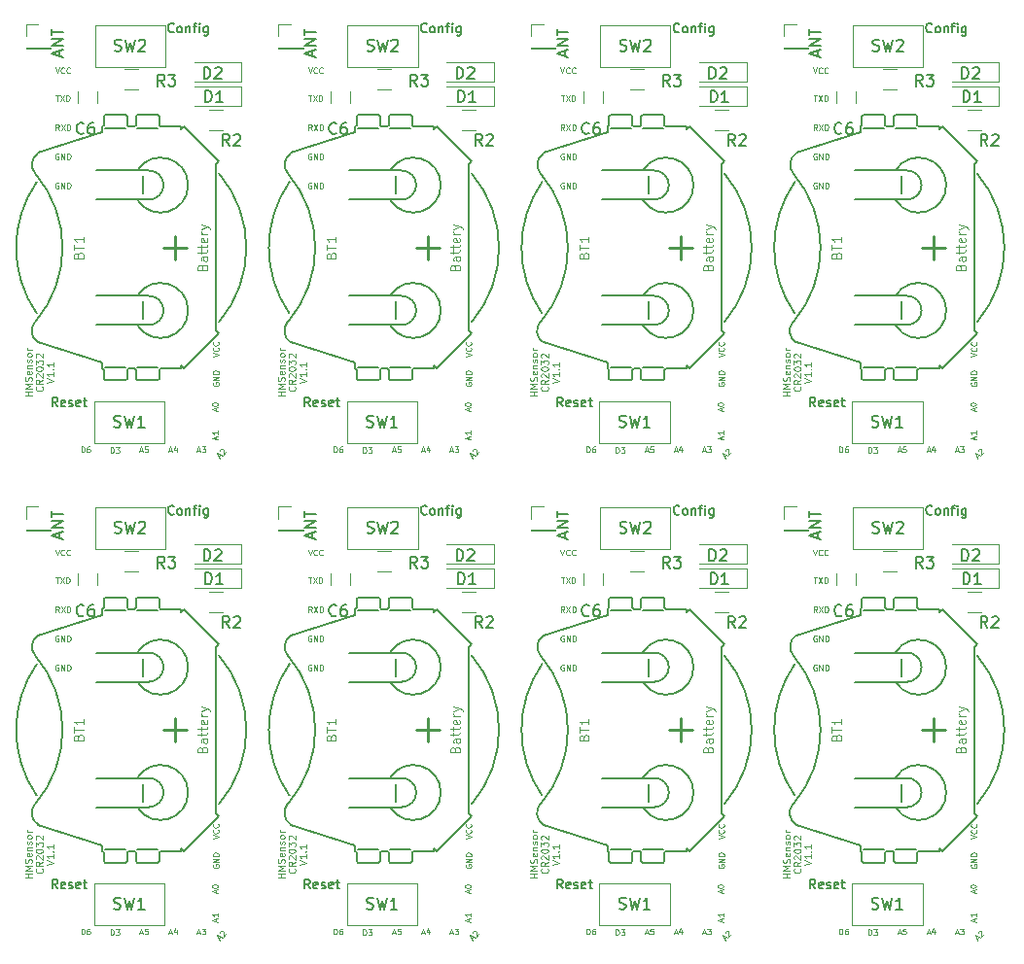
<source format=gto>
%MOIN*%
%OFA0B0*%
%FSLAX46Y46*%
%IPPOS*%
%LPD*%
%ADD10C,0.0039370078740157488*%
%ADD11C,0.005*%
%ADD12C,0.01*%
%ADD13C,0.0047244094488188976*%
%ADD14C,0.0030000000000000005*%
%ADD15C,0.005905511811023622*%
%ADD26C,0.0039370078740157488*%
%ADD27C,0.005*%
%ADD28C,0.01*%
%ADD29C,0.0047244094488188976*%
%ADD30C,0.0030000000000000005*%
%ADD31C,0.005905511811023622*%
%ADD42C,0.0039370078740157488*%
%ADD43C,0.005*%
%ADD44C,0.01*%
%ADD45C,0.0047244094488188976*%
%ADD46C,0.0030000000000000005*%
%ADD47C,0.005905511811023622*%
%ADD58C,0.0039370078740157488*%
%ADD59C,0.005*%
%ADD60C,0.01*%
%ADD61C,0.0047244094488188976*%
%ADD62C,0.0030000000000000005*%
%ADD63C,0.005905511811023622*%
%ADD74C,0.0039370078740157488*%
%ADD75C,0.005*%
%ADD76C,0.01*%
%ADD77C,0.0047244094488188976*%
%ADD78C,0.0030000000000000005*%
%ADD79C,0.005905511811023622*%
%ADD90C,0.0039370078740157488*%
%ADD91C,0.005*%
%ADD92C,0.01*%
%ADD93C,0.0047244094488188976*%
%ADD94C,0.0030000000000000005*%
%ADD95C,0.005905511811023622*%
%ADD106C,0.0039370078740157488*%
%ADD107C,0.005*%
%ADD108C,0.01*%
%ADD109C,0.0047244094488188976*%
%ADD110C,0.0030000000000000005*%
%ADD111C,0.005905511811023622*%
%ADD122C,0.0039370078740157488*%
%ADD123C,0.005*%
%ADD124C,0.01*%
%ADD125C,0.0047244094488188976*%
%ADD126C,0.0030000000000000005*%
%ADD127C,0.005905511811023622*%
%LPD*%
G01*
D10*
X0000050764Y0000286394D02*
X0000027142Y0000286394D01*
X0000038391Y0000286394D02*
X0000038391Y0000299893D01*
X0000050764Y0000299893D02*
X0000027142Y0000299893D01*
X0000050764Y0000311141D02*
X0000027142Y0000311141D01*
X0000044015Y0000319015D01*
X0000027142Y0000326889D01*
X0000050764Y0000326889D01*
X0000049639Y0000337013D02*
X0000050764Y0000340388D01*
X0000050764Y0000346012D01*
X0000049639Y0000348262D01*
X0000048515Y0000349386D01*
X0000046265Y0000350511D01*
X0000044015Y0000350511D01*
X0000041765Y0000349386D01*
X0000040641Y0000348262D01*
X0000039516Y0000346012D01*
X0000038391Y0000341512D01*
X0000037266Y0000339263D01*
X0000036141Y0000338138D01*
X0000033892Y0000337013D01*
X0000031642Y0000337013D01*
X0000029392Y0000338138D01*
X0000028267Y0000339263D01*
X0000027142Y0000341512D01*
X0000027142Y0000347137D01*
X0000028267Y0000350511D01*
X0000049639Y0000369634D02*
X0000050764Y0000367384D01*
X0000050764Y0000362885D01*
X0000049639Y0000360635D01*
X0000047390Y0000359510D01*
X0000038391Y0000359510D01*
X0000036141Y0000360635D01*
X0000035016Y0000362885D01*
X0000035016Y0000367384D01*
X0000036141Y0000369634D01*
X0000038391Y0000370759D01*
X0000040641Y0000370759D01*
X0000042890Y0000359510D01*
X0000035016Y0000380883D02*
X0000050764Y0000380883D01*
X0000037266Y0000380883D02*
X0000036141Y0000382007D01*
X0000035016Y0000384257D01*
X0000035016Y0000387632D01*
X0000036141Y0000389881D01*
X0000038391Y0000391006D01*
X0000050764Y0000391006D01*
X0000049639Y0000401130D02*
X0000050764Y0000403380D01*
X0000050764Y0000407879D01*
X0000049639Y0000410128D01*
X0000047390Y0000411254D01*
X0000046265Y0000411254D01*
X0000044015Y0000410128D01*
X0000042890Y0000407879D01*
X0000042890Y0000404505D01*
X0000041765Y0000402255D01*
X0000039516Y0000401130D01*
X0000038391Y0000401130D01*
X0000036141Y0000402255D01*
X0000035016Y0000404505D01*
X0000035016Y0000407879D01*
X0000036141Y0000410128D01*
X0000050764Y0000424751D02*
X0000049639Y0000422502D01*
X0000048515Y0000421377D01*
X0000046265Y0000420253D01*
X0000039516Y0000420253D01*
X0000037266Y0000421377D01*
X0000036141Y0000422502D01*
X0000035016Y0000424751D01*
X0000035016Y0000428127D01*
X0000036141Y0000430376D01*
X0000037266Y0000431501D01*
X0000039516Y0000432626D01*
X0000046265Y0000432626D01*
X0000048515Y0000431501D01*
X0000049639Y0000430376D01*
X0000050764Y0000428127D01*
X0000050764Y0000424751D01*
X0000050764Y0000442750D02*
X0000035016Y0000442750D01*
X0000039516Y0000442750D02*
X0000037266Y0000443874D01*
X0000036141Y0000444999D01*
X0000035016Y0000447249D01*
X0000035016Y0000449499D01*
X0000085523Y0000316765D02*
X0000086647Y0000315641D01*
X0000087772Y0000312266D01*
X0000087772Y0000310016D01*
X0000086647Y0000306642D01*
X0000084398Y0000304392D01*
X0000082148Y0000303267D01*
X0000077649Y0000302142D01*
X0000074274Y0000302142D01*
X0000069775Y0000303267D01*
X0000067525Y0000304392D01*
X0000065275Y0000306642D01*
X0000064150Y0000310016D01*
X0000064150Y0000312266D01*
X0000065275Y0000315641D01*
X0000066400Y0000316765D01*
X0000087772Y0000340387D02*
X0000076524Y0000332514D01*
X0000087772Y0000326889D02*
X0000064150Y0000326889D01*
X0000064150Y0000335888D01*
X0000065275Y0000338138D01*
X0000066400Y0000339263D01*
X0000068650Y0000340387D01*
X0000072024Y0000340387D01*
X0000074274Y0000339263D01*
X0000075399Y0000338138D01*
X0000076524Y0000335888D01*
X0000076524Y0000326889D01*
X0000066400Y0000349386D02*
X0000065275Y0000350511D01*
X0000064150Y0000352761D01*
X0000064150Y0000358385D01*
X0000065275Y0000360635D01*
X0000066400Y0000361760D01*
X0000068650Y0000362885D01*
X0000070899Y0000362885D01*
X0000074274Y0000361760D01*
X0000087772Y0000348262D01*
X0000087772Y0000362885D01*
X0000064150Y0000377508D02*
X0000064150Y0000379758D01*
X0000065275Y0000382007D01*
X0000066400Y0000383132D01*
X0000068650Y0000384257D01*
X0000073149Y0000385382D01*
X0000078773Y0000385382D01*
X0000083273Y0000384257D01*
X0000085523Y0000383132D01*
X0000086647Y0000382007D01*
X0000087772Y0000379758D01*
X0000087772Y0000377508D01*
X0000086647Y0000375258D01*
X0000085523Y0000374133D01*
X0000083273Y0000373008D01*
X0000078773Y0000371884D01*
X0000073149Y0000371884D01*
X0000068650Y0000373008D01*
X0000066400Y0000374133D01*
X0000065275Y0000375258D01*
X0000064150Y0000377508D01*
X0000064150Y0000393256D02*
X0000064150Y0000407879D01*
X0000073149Y0000400005D01*
X0000073149Y0000403380D01*
X0000074274Y0000405628D01*
X0000075399Y0000406754D01*
X0000077649Y0000407879D01*
X0000083273Y0000407879D01*
X0000085523Y0000406754D01*
X0000086647Y0000405628D01*
X0000087772Y0000403380D01*
X0000087772Y0000396631D01*
X0000086647Y0000394381D01*
X0000085523Y0000393256D01*
X0000066400Y0000416878D02*
X0000065275Y0000418003D01*
X0000064150Y0000420253D01*
X0000064150Y0000425877D01*
X0000065275Y0000428127D01*
X0000066400Y0000429251D01*
X0000068650Y0000430376D01*
X0000070899Y0000430376D01*
X0000074274Y0000429251D01*
X0000087772Y0000415753D01*
X0000087772Y0000430376D01*
X0000101157Y0000330264D02*
X0000124780Y0000338138D01*
X0000101157Y0000346012D01*
X0000124780Y0000366259D02*
X0000124780Y0000352761D01*
X0000124780Y0000359510D02*
X0000101157Y0000359510D01*
X0000104532Y0000357260D01*
X0000106782Y0000355011D01*
X0000107907Y0000352761D01*
X0000122530Y0000376383D02*
X0000123655Y0000377508D01*
X0000124780Y0000376383D01*
X0000123655Y0000375258D01*
X0000122530Y0000376383D01*
X0000124780Y0000376383D01*
X0000124780Y0000400005D02*
X0000124780Y0000386507D01*
X0000124780Y0000393256D02*
X0000101157Y0000393256D01*
X0000104532Y0000391006D01*
X0000106782Y0000388757D01*
X0000107907Y0000386507D01*
X0000671306Y0000420013D02*
X0000690991Y0000426574D01*
X0000671306Y0000433136D01*
X0000689116Y0000450946D02*
X0000690054Y0000450009D01*
X0000690991Y0000447197D01*
X0000690991Y0000445322D01*
X0000690054Y0000442510D01*
X0000688179Y0000440635D01*
X0000686304Y0000439698D01*
X0000682555Y0000438760D01*
X0000679743Y0000438760D01*
X0000675993Y0000439698D01*
X0000674118Y0000440635D01*
X0000672243Y0000442510D01*
X0000671306Y0000445322D01*
X0000671306Y0000447197D01*
X0000672243Y0000450009D01*
X0000673181Y0000450946D01*
X0000689116Y0000470631D02*
X0000690054Y0000469693D01*
X0000690991Y0000466882D01*
X0000690991Y0000465007D01*
X0000690054Y0000462195D01*
X0000688179Y0000460320D01*
X0000686304Y0000459383D01*
X0000682555Y0000458445D01*
X0000679743Y0000458445D01*
X0000675993Y0000459383D01*
X0000674118Y0000460320D01*
X0000672243Y0000462195D01*
X0000671306Y0000465007D01*
X0000671306Y0000466882D01*
X0000672243Y0000469693D01*
X0000673181Y0000470631D01*
X0000220057Y0000092354D02*
X0000220057Y0000112039D01*
X0000224744Y0000112039D01*
X0000227556Y0000111102D01*
X0000229431Y0000109227D01*
X0000230368Y0000107352D01*
X0000231305Y0000103603D01*
X0000231305Y0000100791D01*
X0000230368Y0000097041D01*
X0000229431Y0000095166D01*
X0000227556Y0000093292D01*
X0000224744Y0000092354D01*
X0000220057Y0000092354D01*
X0000248178Y0000112039D02*
X0000244429Y0000112039D01*
X0000242554Y0000111102D01*
X0000241616Y0000110164D01*
X0000239742Y0000107352D01*
X0000238804Y0000103603D01*
X0000238804Y0000096104D01*
X0000239742Y0000094229D01*
X0000240679Y0000093292D01*
X0000242554Y0000092354D01*
X0000246302Y0000092354D01*
X0000248178Y0000093292D01*
X0000249116Y0000094229D01*
X0000250053Y0000096104D01*
X0000250053Y0000100791D01*
X0000249116Y0000102665D01*
X0000248178Y0000103603D01*
X0000246302Y0000104540D01*
X0000242554Y0000104540D01*
X0000240679Y0000103603D01*
X0000239742Y0000102665D01*
X0000238804Y0000100791D01*
X0000320057Y0000089853D02*
X0000320057Y0000109539D01*
X0000324744Y0000109539D01*
X0000327556Y0000108602D01*
X0000329430Y0000106727D01*
X0000330368Y0000104852D01*
X0000331305Y0000101103D01*
X0000331305Y0000098291D01*
X0000330368Y0000094541D01*
X0000329430Y0000092666D01*
X0000327556Y0000090792D01*
X0000324744Y0000089853D01*
X0000320057Y0000089853D01*
X0000337867Y0000109539D02*
X0000350053Y0000109539D01*
X0000343491Y0000102040D01*
X0000346303Y0000102040D01*
X0000348178Y0000101103D01*
X0000349116Y0000100165D01*
X0000350053Y0000098291D01*
X0000350053Y0000093604D01*
X0000349116Y0000091728D01*
X0000348178Y0000090792D01*
X0000346303Y0000089853D01*
X0000340679Y0000089853D01*
X0000338804Y0000090792D01*
X0000337867Y0000091728D01*
X0000420525Y0000097979D02*
X0000429899Y0000097979D01*
X0000418651Y0000092354D02*
X0000425211Y0000112039D01*
X0000431774Y0000092354D01*
X0000447710Y0000112039D02*
X0000438336Y0000112039D01*
X0000437397Y0000102665D01*
X0000438336Y0000103603D01*
X0000440210Y0000104540D01*
X0000444897Y0000104540D01*
X0000446772Y0000103603D01*
X0000447710Y0000102665D01*
X0000448647Y0000100791D01*
X0000448647Y0000096104D01*
X0000447710Y0000094229D01*
X0000446772Y0000093292D01*
X0000444897Y0000092354D01*
X0000440210Y0000092354D01*
X0000438336Y0000093292D01*
X0000437397Y0000094229D01*
X0000520525Y0000097979D02*
X0000529899Y0000097979D01*
X0000518651Y0000092354D02*
X0000525212Y0000112039D01*
X0000531774Y0000092354D01*
X0000546772Y0000105478D02*
X0000546772Y0000092354D01*
X0000542085Y0000112977D02*
X0000537398Y0000098916D01*
X0000549584Y0000098916D01*
X0000618025Y0000097979D02*
X0000627399Y0000097979D01*
X0000616151Y0000092354D02*
X0000622712Y0000112039D01*
X0000629274Y0000092354D01*
X0000633961Y0000112039D02*
X0000646147Y0000112039D01*
X0000639585Y0000104540D01*
X0000642397Y0000104540D01*
X0000644272Y0000103603D01*
X0000645208Y0000102665D01*
X0000646147Y0000100791D01*
X0000646147Y0000096104D01*
X0000645208Y0000094229D01*
X0000644272Y0000093292D01*
X0000642397Y0000092354D01*
X0000636773Y0000092354D01*
X0000634898Y0000093292D01*
X0000633961Y0000094229D01*
X0000691964Y0000076497D02*
X0000698592Y0000083124D01*
X0000694614Y0000071194D02*
X0000685335Y0000089754D01*
X0000703893Y0000080474D01*
X0000695278Y0000097045D02*
X0000695278Y0000098370D01*
X0000695941Y0000100359D01*
X0000699255Y0000103673D01*
X0000701243Y0000104336D01*
X0000702569Y0000104336D01*
X0000704557Y0000103673D01*
X0000705883Y0000102347D01*
X0000707209Y0000099696D01*
X0000707209Y0000083788D01*
X0000715824Y0000092404D01*
X0000682867Y0000137199D02*
X0000682867Y0000146572D01*
X0000688490Y0000135324D02*
X0000668806Y0000141886D01*
X0000688490Y0000148447D01*
X0000688490Y0000165320D02*
X0000688490Y0000154071D01*
X0000688490Y0000159696D02*
X0000668806Y0000159696D01*
X0000671618Y0000157820D01*
X0000673493Y0000155946D01*
X0000674430Y0000154071D01*
X0000682867Y0000234698D02*
X0000682867Y0000244072D01*
X0000688490Y0000232824D02*
X0000668806Y0000239386D01*
X0000688490Y0000245947D01*
X0000668806Y0000256258D02*
X0000668806Y0000258133D01*
X0000669744Y0000260008D01*
X0000670681Y0000260944D01*
X0000672556Y0000261882D01*
X0000676305Y0000262820D01*
X0000680992Y0000262820D01*
X0000684742Y0000261882D01*
X0000686616Y0000260944D01*
X0000687553Y0000260008D01*
X0000688490Y0000258133D01*
X0000688490Y0000256258D01*
X0000687553Y0000254384D01*
X0000686616Y0000253446D01*
X0000684742Y0000252508D01*
X0000680992Y0000251571D01*
X0000676305Y0000251571D01*
X0000672556Y0000252508D01*
X0000670681Y0000253446D01*
X0000669744Y0000254384D01*
X0000668806Y0000256258D01*
X0000672243Y0000331261D02*
X0000671306Y0000329386D01*
X0000671306Y0000326574D01*
X0000672243Y0000323762D01*
X0000674118Y0000321887D01*
X0000675993Y0000320950D01*
X0000679743Y0000320013D01*
X0000682555Y0000320013D01*
X0000686304Y0000320950D01*
X0000688179Y0000321887D01*
X0000690054Y0000323762D01*
X0000690991Y0000326574D01*
X0000690991Y0000328449D01*
X0000690054Y0000331261D01*
X0000689116Y0000332199D01*
X0000682555Y0000332199D01*
X0000682555Y0000328449D01*
X0000690991Y0000340635D02*
X0000671306Y0000340635D01*
X0000690991Y0000351884D01*
X0000671306Y0000351884D01*
X0000690991Y0000361257D02*
X0000671306Y0000361257D01*
X0000671306Y0000365944D01*
X0000672243Y0000368757D01*
X0000674118Y0000370630D01*
X0000675993Y0000371569D01*
X0000679743Y0000372506D01*
X0000682555Y0000372506D01*
X0000686304Y0000371569D01*
X0000688179Y0000370630D01*
X0000690054Y0000368757D01*
X0000690991Y0000365944D01*
X0000690991Y0000361257D01*
X0000142088Y0001016102D02*
X0000140213Y0001017039D01*
X0000137401Y0001017039D01*
X0000134589Y0001016102D01*
X0000132714Y0001014227D01*
X0000131777Y0001012351D01*
X0000130839Y0001008602D01*
X0000130839Y0001005791D01*
X0000131777Y0001002041D01*
X0000132714Y0001000166D01*
X0000134589Y0000998292D01*
X0000137401Y0000997354D01*
X0000139276Y0000997354D01*
X0000142088Y0000998292D01*
X0000143025Y0000999229D01*
X0000143025Y0001005791D01*
X0000139276Y0001005791D01*
X0000151462Y0000997354D02*
X0000151462Y0001017039D01*
X0000162710Y0000997354D01*
X0000162710Y0001017039D01*
X0000172084Y0000997354D02*
X0000172084Y0001017039D01*
X0000176771Y0001017039D01*
X0000179583Y0001016102D01*
X0000181458Y0001014227D01*
X0000182395Y0001012351D01*
X0000183333Y0001008602D01*
X0000183333Y0001005791D01*
X0000182395Y0001002041D01*
X0000181458Y0001000166D01*
X0000179583Y0000998292D01*
X0000176771Y0000997354D01*
X0000172084Y0000997354D01*
X0000142088Y0001116102D02*
X0000140213Y0001117039D01*
X0000137401Y0001117039D01*
X0000134589Y0001116102D01*
X0000132714Y0001114227D01*
X0000131777Y0001112352D01*
X0000130839Y0001108603D01*
X0000130839Y0001105791D01*
X0000131777Y0001102041D01*
X0000132714Y0001100166D01*
X0000134589Y0001098292D01*
X0000137401Y0001097354D01*
X0000139276Y0001097354D01*
X0000142088Y0001098292D01*
X0000143025Y0001099229D01*
X0000143025Y0001105791D01*
X0000139276Y0001105791D01*
X0000151462Y0001097354D02*
X0000151462Y0001117039D01*
X0000162710Y0001097354D01*
X0000162710Y0001117039D01*
X0000172084Y0001097354D02*
X0000172084Y0001117039D01*
X0000176771Y0001117039D01*
X0000179583Y0001116102D01*
X0000181458Y0001114227D01*
X0000182395Y0001112352D01*
X0000183333Y0001108603D01*
X0000183333Y0001105791D01*
X0000182395Y0001102041D01*
X0000181458Y0001100166D01*
X0000179583Y0001098292D01*
X0000176771Y0001097354D01*
X0000172084Y0001097354D01*
X0000143963Y0001197354D02*
X0000137401Y0001206728D01*
X0000132714Y0001197354D02*
X0000132714Y0001217039D01*
X0000140213Y0001217039D01*
X0000142088Y0001216102D01*
X0000143025Y0001215164D01*
X0000143963Y0001213290D01*
X0000143963Y0001210478D01*
X0000143025Y0001208603D01*
X0000142088Y0001207665D01*
X0000140213Y0001206728D01*
X0000132714Y0001206728D01*
X0000150524Y0001217039D02*
X0000163648Y0001197354D01*
X0000163648Y0001217039D02*
X0000150524Y0001197354D01*
X0000171147Y0001197354D02*
X0000171147Y0001217039D01*
X0000175834Y0001217039D01*
X0000178646Y0001216102D01*
X0000180520Y0001214227D01*
X0000181458Y0001212352D01*
X0000182395Y0001208603D01*
X0000182395Y0001205791D01*
X0000181458Y0001202041D01*
X0000180520Y0001200166D01*
X0000178646Y0001198292D01*
X0000175834Y0001197354D01*
X0000171147Y0001197354D01*
X0000132245Y0001317039D02*
X0000143494Y0001317039D01*
X0000137870Y0001297354D02*
X0000137870Y0001317039D01*
X0000148181Y0001317039D02*
X0000161303Y0001297354D01*
X0000161303Y0001317039D02*
X0000148181Y0001297354D01*
X0000168803Y0001297354D02*
X0000168803Y0001317039D01*
X0000173490Y0001317039D01*
X0000176302Y0001316102D01*
X0000178176Y0001314227D01*
X0000179115Y0001312351D01*
X0000180052Y0001308603D01*
X0000180052Y0001305791D01*
X0000179115Y0001302041D01*
X0000178176Y0001300165D01*
X0000176302Y0001298291D01*
X0000173490Y0001297354D01*
X0000168803Y0001297354D01*
X0000130839Y0001412039D02*
X0000137401Y0001392354D01*
X0000143963Y0001412039D01*
X0000161773Y0001394229D02*
X0000160836Y0001393292D01*
X0000158024Y0001392354D01*
X0000156149Y0001392354D01*
X0000153337Y0001393292D01*
X0000151462Y0001395166D01*
X0000150524Y0001397041D01*
X0000149587Y0001400791D01*
X0000149587Y0001403603D01*
X0000150524Y0001407352D01*
X0000151462Y0001409227D01*
X0000153337Y0001411102D01*
X0000156149Y0001412039D01*
X0000158024Y0001412039D01*
X0000160836Y0001411102D01*
X0000161773Y0001410164D01*
X0000181458Y0001394229D02*
X0000180520Y0001393292D01*
X0000177709Y0001392354D01*
X0000175834Y0001392354D01*
X0000173022Y0001393292D01*
X0000171147Y0001395166D01*
X0000170209Y0001397041D01*
X0000169272Y0001400791D01*
X0000169272Y0001403603D01*
X0000170209Y0001407352D01*
X0000171147Y0001409227D01*
X0000173022Y0001411102D01*
X0000175834Y0001412039D01*
X0000177709Y0001412039D01*
X0000180520Y0001411102D01*
X0000181458Y0001410164D01*
D11*
X0000372086Y0000383758D02*
X0000302086Y0000383758D01*
X0000412086Y0000383758D02*
X0000482086Y0000383758D01*
X0000382086Y0000378759D02*
X0000402086Y0000378759D01*
X0000382086Y0000378759D02*
X0000377086Y0000373759D01*
X0000377086Y0000373759D02*
X0000377086Y0000343759D01*
X0000377086Y0000343759D02*
X0000372086Y0000338759D01*
X0000372086Y0000338759D02*
X0000302086Y0000338759D01*
X0000302086Y0000338759D02*
X0000297086Y0000343759D01*
X0000297086Y0000343759D02*
X0000297086Y0000373759D01*
X0000297086Y0000373759D02*
X0000292086Y0000378759D01*
X0000492086Y0000378759D02*
X0000487086Y0000373759D01*
X0000487086Y0000373759D02*
X0000487086Y0000343759D01*
X0000487086Y0000343759D02*
X0000482086Y0000338759D01*
X0000482086Y0000338759D02*
X0000412086Y0000338759D01*
X0000412086Y0000338759D02*
X0000407085Y0000343759D01*
X0000407085Y0000343759D02*
X0000407085Y0000373759D01*
X0000407085Y0000373759D02*
X0000402086Y0000378759D01*
X0000412086Y0001203759D02*
X0000482086Y0001203759D01*
X0000302086Y0001203759D02*
X0000372086Y0001203759D01*
X0000382086Y0001208759D02*
X0000402086Y0001208759D01*
X0000492086Y0001208759D02*
X0000487086Y0001213759D01*
X0000487086Y0001213759D02*
X0000487086Y0001243759D01*
X0000487086Y0001243759D02*
X0000482086Y0001248759D01*
X0000482086Y0001248759D02*
X0000412086Y0001248759D01*
X0000402086Y0001208759D02*
X0000407085Y0001213759D01*
X0000407085Y0001213759D02*
X0000407085Y0001243759D01*
X0000407085Y0001243759D02*
X0000412086Y0001248759D01*
X0000302086Y0001248759D02*
X0000372086Y0001248759D01*
X0000372086Y0001248759D02*
X0000377086Y0001243759D01*
X0000377086Y0001243759D02*
X0000377086Y0001213759D01*
X0000377086Y0001213759D02*
X0000382086Y0001208759D01*
X0000292086Y0001208759D02*
X0000297086Y0001213759D01*
X0000297086Y0001213759D02*
X0000297086Y0001243759D01*
X0000297086Y0001243759D02*
X0000302086Y0001248759D01*
X0000432086Y0000548759D02*
X0000432086Y0000608759D01*
X0000432086Y0000978759D02*
X0000432086Y0001038759D01*
X0000452086Y0000958758D02*
G75*
G03X0000502086Y0001008759J0000050000D01*
G01*
X0000502086Y0001008759D02*
G75*
G03X0000452086Y0001058759I-0000050000D01*
G01*
X0000452086Y0001058759D02*
X0000272086Y0001058759D01*
X0000452086Y0000958758D02*
X0000272086Y0000958758D01*
X0000412961Y0000957386D02*
G75*
G03X0000412086Y0001058759I0000079123J0000051373D01*
G01*
X0000412961Y0000527386D02*
G75*
G03X0000412086Y0000628759I0000079123J0000051373D01*
G01*
X0000452086Y0000528759D02*
X0000272086Y0000528759D01*
X0000452086Y0000628759D02*
X0000272086Y0000628759D01*
X0000502086Y0000578759D02*
G75*
G03X0000452086Y0000628759I-0000050000D01*
G01*
X0000452086Y0000528759D02*
G75*
G03X0000502086Y0000578759J0000050000D01*
G01*
X0000067517Y0001019381D02*
G75*
G03X0000067086Y0000568759I0000324568J-0000225621D01*
G01*
X0000292086Y0001188759D02*
X0000072086Y0001118759D01*
X0000071911Y0001117376D02*
G75*
G03X0000062086Y0001048759I0000025174J-0000038616D01*
G01*
X0000072086Y0000468758D02*
X0000292086Y0000398759D01*
X0000060691Y0000538766D02*
G75*
G03X0000072086Y0000468758I0000036394J-0000030007D01*
G01*
X0000292086Y0001208759D02*
X0000292086Y0001188759D01*
X0000292086Y0000378759D02*
X0000292086Y0000398759D01*
X0000572086Y0001208759D02*
X0000562086Y0001198759D01*
X0000572086Y0000378759D02*
X0000562086Y0000388759D01*
X0000562086Y0001208759D02*
X0000562086Y0001198759D01*
X0000562086Y0000378759D02*
X0000562086Y0000388759D01*
X0000062215Y0000538912D02*
G75*
G03X0000062086Y0001048759I-0000300129J0000254847D01*
G01*
X0000692215Y0000538912D02*
G75*
G03X0000692086Y0001048759I-0000300129J0000254847D01*
G01*
X0000682086Y0000508758D02*
X0000682086Y0001078759D01*
X0000572086Y0000378759D02*
X0000692086Y0000498759D01*
X0000692086Y0000498759D02*
X0000682086Y0000508758D01*
X0000562086Y0000378759D02*
X0000492086Y0000378759D01*
X0000692086Y0001088759D02*
X0000572086Y0001208759D01*
X0000692086Y0001088759D02*
X0000682086Y0001078759D01*
X0000562086Y0001208759D02*
X0000492086Y0001208759D01*
D12*
X0000542086Y0000753759D02*
X0000542086Y0000833759D01*
X0000582086Y0000793759D02*
X0000502086Y0000793759D01*
D13*
X0000505059Y0000124999D02*
X0000264114Y0000124999D01*
X0000264114Y0000124999D02*
X0000264114Y0000267519D01*
X0000264114Y0000267519D02*
X0000505059Y0000267519D01*
X0000505059Y0000267519D02*
X0000505059Y0000124999D01*
X0000266614Y0001557519D02*
X0000507559Y0001557519D01*
X0000507559Y0001557519D02*
X0000507559Y0001414999D01*
X0000507559Y0001414999D02*
X0000266614Y0001414999D01*
X0000266614Y0001414999D02*
X0000266614Y0001557519D01*
X0000768011Y0001280295D02*
X0000768011Y0001347224D01*
X0000766043Y0001347224D02*
X0000606594Y0001347224D01*
X0000766043Y0001280295D02*
X0000606594Y0001280295D01*
X0000768011Y0001362795D02*
X0000768011Y0001429724D01*
X0000766043Y0001429724D02*
X0000606594Y0001429724D01*
X0000766043Y0001362795D02*
X0000606594Y0001362795D01*
X0000705708Y0001196614D02*
X0000658464Y0001196614D01*
X0000658464Y0001265905D02*
X0000705708Y0001265905D01*
X0000368464Y0001405905D02*
X0000415708Y0001405905D01*
X0000415708Y0001336613D02*
X0000368464Y0001336613D01*
X0000030353Y0001479388D02*
X0000030353Y0001477027D01*
X0000030353Y0001477027D02*
X0000113818Y0001477027D01*
X0000113818Y0001477027D02*
X0000113818Y0001479388D01*
X0000113818Y0001479388D02*
X0000030353Y0001479388D01*
X0000030353Y0001518759D02*
X0000030353Y0001560492D01*
X0000030353Y0001560492D02*
X0000072086Y0001560492D01*
X0000208622Y0001330944D02*
X0000208622Y0001291574D01*
X0000275551Y0001291574D02*
X0000275551Y0001330944D01*
D14*
X0000209800Y0000768616D02*
X0000211324Y0000773188D01*
X0000212848Y0000774712D01*
X0000215896Y0000776236D01*
X0000220467Y0000776236D01*
X0000223515Y0000774712D01*
X0000225038Y0000773188D01*
X0000226562Y0000770140D01*
X0000226562Y0000757950D01*
X0000194562Y0000757950D01*
X0000194562Y0000768616D01*
X0000196086Y0000771664D01*
X0000197609Y0000773188D01*
X0000200657Y0000774712D01*
X0000203705Y0000774712D01*
X0000206753Y0000773188D01*
X0000208277Y0000771664D01*
X0000209800Y0000768616D01*
X0000209800Y0000757950D01*
X0000194562Y0000785378D02*
X0000194562Y0000803664D01*
X0000226562Y0000794521D02*
X0000194562Y0000794521D01*
X0000226562Y0000831093D02*
X0000226562Y0000812807D01*
X0000226562Y0000821950D02*
X0000194562Y0000821950D01*
X0000199134Y0000818902D01*
X0000202181Y0000815855D01*
X0000203705Y0000812807D01*
X0000634799Y0000727474D02*
X0000636324Y0000732044D01*
X0000637848Y0000733569D01*
X0000640896Y0000735092D01*
X0000645467Y0000735092D01*
X0000648515Y0000733569D01*
X0000650037Y0000732044D01*
X0000651562Y0000728997D01*
X0000651562Y0000716806D01*
X0000619562Y0000716806D01*
X0000619562Y0000727474D01*
X0000621086Y0000730521D01*
X0000622610Y0000732044D01*
X0000625658Y0000733569D01*
X0000628705Y0000733569D01*
X0000631753Y0000732044D01*
X0000633277Y0000730521D01*
X0000634799Y0000727474D01*
X0000634799Y0000716806D01*
X0000651562Y0000762521D02*
X0000634799Y0000762521D01*
X0000631753Y0000760997D01*
X0000630229Y0000757950D01*
X0000630229Y0000751855D01*
X0000631753Y0000748807D01*
X0000650037Y0000762521D02*
X0000651562Y0000759474D01*
X0000651562Y0000751855D01*
X0000650037Y0000748807D01*
X0000646991Y0000747283D01*
X0000643943Y0000747283D01*
X0000640896Y0000748807D01*
X0000639372Y0000751855D01*
X0000639372Y0000759474D01*
X0000637848Y0000762521D01*
X0000630229Y0000773188D02*
X0000630229Y0000785378D01*
X0000619562Y0000777759D02*
X0000646991Y0000777759D01*
X0000650037Y0000779283D01*
X0000651562Y0000782331D01*
X0000651562Y0000785378D01*
X0000630229Y0000791474D02*
X0000630229Y0000803664D01*
X0000619562Y0000796045D02*
X0000646991Y0000796045D01*
X0000650037Y0000797569D01*
X0000651562Y0000800616D01*
X0000651562Y0000803664D01*
X0000650037Y0000826521D02*
X0000651562Y0000823474D01*
X0000651562Y0000817378D01*
X0000650037Y0000814331D01*
X0000646991Y0000812807D01*
X0000634799Y0000812807D01*
X0000631753Y0000814331D01*
X0000630229Y0000817378D01*
X0000630229Y0000823474D01*
X0000631753Y0000826521D01*
X0000634799Y0000828045D01*
X0000637848Y0000828045D01*
X0000640896Y0000812807D01*
X0000651562Y0000841759D02*
X0000630229Y0000841759D01*
X0000636324Y0000841759D02*
X0000633277Y0000843283D01*
X0000631753Y0000844807D01*
X0000630229Y0000847855D01*
X0000630229Y0000850902D01*
X0000630229Y0000858521D02*
X0000651562Y0000866140D01*
X0000630229Y0000873759D02*
X0000651562Y0000866140D01*
X0000659181Y0000863093D01*
X0000660705Y0000861569D01*
X0000662229Y0000858521D01*
D15*
X0000332093Y0000180324D02*
X0000337717Y0000178449D01*
X0000347091Y0000178449D01*
X0000350840Y0000180324D01*
X0000352715Y0000182199D01*
X0000354590Y0000185948D01*
X0000354590Y0000189698D01*
X0000352715Y0000193447D01*
X0000350840Y0000195322D01*
X0000347091Y0000197197D01*
X0000339591Y0000199071D01*
X0000335842Y0000200946D01*
X0000333967Y0000202821D01*
X0000332093Y0000206571D01*
X0000332093Y0000210320D01*
X0000333967Y0000214070D01*
X0000335842Y0000215944D01*
X0000339591Y0000217819D01*
X0000348965Y0000217819D01*
X0000354590Y0000215944D01*
X0000367713Y0000217819D02*
X0000377087Y0000178449D01*
X0000384586Y0000206571D01*
X0000392085Y0000178449D01*
X0000401459Y0000217819D01*
X0000437080Y0000178449D02*
X0000414582Y0000178449D01*
X0000425831Y0000178449D02*
X0000425831Y0000217819D01*
X0000422081Y0000212195D01*
X0000418331Y0000208445D01*
X0000414582Y0000206571D01*
X0000138091Y0000249511D02*
X0000127592Y0000264509D01*
X0000120093Y0000249511D02*
X0000120093Y0000281007D01*
X0000132092Y0000281007D01*
X0000135091Y0000279507D01*
X0000136591Y0000278008D01*
X0000138091Y0000275008D01*
X0000138091Y0000270509D01*
X0000136591Y0000267509D01*
X0000135091Y0000266009D01*
X0000132092Y0000264509D01*
X0000120093Y0000264509D01*
X0000163588Y0000251010D02*
X0000160588Y0000249511D01*
X0000154589Y0000249511D01*
X0000151589Y0000251010D01*
X0000150090Y0000254011D01*
X0000150090Y0000266009D01*
X0000151589Y0000269009D01*
X0000154589Y0000270509D01*
X0000160588Y0000270509D01*
X0000163588Y0000269009D01*
X0000165088Y0000266009D01*
X0000165088Y0000263009D01*
X0000150090Y0000260010D01*
X0000177086Y0000251010D02*
X0000180086Y0000249511D01*
X0000186085Y0000249511D01*
X0000189085Y0000251010D01*
X0000190584Y0000254011D01*
X0000190584Y0000255510D01*
X0000189085Y0000258510D01*
X0000186085Y0000260010D01*
X0000181586Y0000260010D01*
X0000178586Y0000261510D01*
X0000177086Y0000264509D01*
X0000177086Y0000266009D01*
X0000178586Y0000269009D01*
X0000181586Y0000270509D01*
X0000186085Y0000270509D01*
X0000189085Y0000269009D01*
X0000216081Y0000251010D02*
X0000213082Y0000249511D01*
X0000207082Y0000249511D01*
X0000204082Y0000251010D01*
X0000202583Y0000254011D01*
X0000202583Y0000266009D01*
X0000204082Y0000269009D01*
X0000207082Y0000270509D01*
X0000213082Y0000270509D01*
X0000216081Y0000269009D01*
X0000217581Y0000266009D01*
X0000217581Y0000263009D01*
X0000202583Y0000260010D01*
X0000226580Y0000270509D02*
X0000238578Y0000270509D01*
X0000231079Y0000281007D02*
X0000231079Y0000254011D01*
X0000232579Y0000251010D01*
X0000235579Y0000249511D01*
X0000238578Y0000249511D01*
X0000334593Y0001470323D02*
X0000340217Y0001468449D01*
X0000349591Y0001468449D01*
X0000353340Y0001470323D01*
X0000355215Y0001472199D01*
X0000357090Y0001475948D01*
X0000357090Y0001479698D01*
X0000355215Y0001483446D01*
X0000353340Y0001485322D01*
X0000349591Y0001487197D01*
X0000342092Y0001489072D01*
X0000338341Y0001490946D01*
X0000336467Y0001492821D01*
X0000334593Y0001496571D01*
X0000334593Y0001500320D01*
X0000336467Y0001504070D01*
X0000338341Y0001505944D01*
X0000342092Y0001507818D01*
X0000351466Y0001507818D01*
X0000357090Y0001505944D01*
X0000370213Y0001507818D02*
X0000379587Y0001468449D01*
X0000387086Y0001496571D01*
X0000394585Y0001468449D01*
X0000403959Y0001507818D01*
X0000417082Y0001504070D02*
X0000418957Y0001505944D01*
X0000422707Y0001507818D01*
X0000432081Y0001507818D01*
X0000435830Y0001505944D01*
X0000437705Y0001504070D01*
X0000439580Y0001500320D01*
X0000439580Y0001496571D01*
X0000437705Y0001490946D01*
X0000415208Y0001468449D01*
X0000439580Y0001468449D01*
X0000537592Y0001535011D02*
X0000536092Y0001533511D01*
X0000531593Y0001532011D01*
X0000528593Y0001532011D01*
X0000524093Y0001533511D01*
X0000521093Y0001536509D01*
X0000519595Y0001539510D01*
X0000518095Y0001545509D01*
X0000518095Y0001550009D01*
X0000519595Y0001556008D01*
X0000521093Y0001559008D01*
X0000524093Y0001562007D01*
X0000528593Y0001563507D01*
X0000531593Y0001563507D01*
X0000536092Y0001562007D01*
X0000537592Y0001560508D01*
X0000555590Y0001532011D02*
X0000552590Y0001533511D01*
X0000551091Y0001535011D01*
X0000549591Y0001538010D01*
X0000549591Y0001547009D01*
X0000551091Y0001550009D01*
X0000552590Y0001551509D01*
X0000555590Y0001553008D01*
X0000560089Y0001553008D01*
X0000563089Y0001551509D01*
X0000564589Y0001550009D01*
X0000566089Y0001547009D01*
X0000566089Y0001538010D01*
X0000564589Y0001535011D01*
X0000563089Y0001533511D01*
X0000560089Y0001532011D01*
X0000555590Y0001532011D01*
X0000579587Y0001553008D02*
X0000579587Y0001532011D01*
X0000579587Y0001550009D02*
X0000581087Y0001551509D01*
X0000584087Y0001553008D01*
X0000588586Y0001553008D01*
X0000591586Y0001551509D01*
X0000593085Y0001548509D01*
X0000593085Y0001532011D01*
X0000603584Y0001553008D02*
X0000615583Y0001553008D01*
X0000608084Y0001532011D02*
X0000608084Y0001559008D01*
X0000609583Y0001562007D01*
X0000612583Y0001563507D01*
X0000615583Y0001563507D01*
X0000626081Y0001532011D02*
X0000626081Y0001553008D01*
X0000626081Y0001563507D02*
X0000624581Y0001562007D01*
X0000626081Y0001560508D01*
X0000627581Y0001562007D01*
X0000626081Y0001563507D01*
X0000626081Y0001560508D01*
X0000654578Y0001553008D02*
X0000654578Y0001527512D01*
X0000653078Y0001524512D01*
X0000651578Y0001523012D01*
X0000648578Y0001521512D01*
X0000644079Y0001521512D01*
X0000641079Y0001523012D01*
X0000654578Y0001533511D02*
X0000651578Y0001532011D01*
X0000645579Y0001532011D01*
X0000642579Y0001533511D01*
X0000641079Y0001535011D01*
X0000639580Y0001538010D01*
X0000639580Y0001547009D01*
X0000641079Y0001550009D01*
X0000642579Y0001551509D01*
X0000645579Y0001553008D01*
X0000651578Y0001553008D01*
X0000654578Y0001551509D01*
X0000645527Y0001293448D02*
X0000645527Y0001332819D01*
X0000654901Y0001332819D01*
X0000660525Y0001330944D01*
X0000664275Y0001327195D01*
X0000666150Y0001323445D01*
X0000668024Y0001315946D01*
X0000668024Y0001310322D01*
X0000666150Y0001302823D01*
X0000664275Y0001299073D01*
X0000660525Y0001295324D01*
X0000654901Y0001293448D01*
X0000645527Y0001293448D01*
X0000705520Y0001293448D02*
X0000683023Y0001293448D01*
X0000694271Y0001293448D02*
X0000694271Y0001332819D01*
X0000690522Y0001327195D01*
X0000686772Y0001323445D01*
X0000683023Y0001321571D01*
X0000640527Y0001373449D02*
X0000640527Y0001412819D01*
X0000649901Y0001412819D01*
X0000655525Y0001410944D01*
X0000659275Y0001407195D01*
X0000661150Y0001403445D01*
X0000663024Y0001395946D01*
X0000663024Y0001390322D01*
X0000661150Y0001382823D01*
X0000659275Y0001379073D01*
X0000655525Y0001375324D01*
X0000649901Y0001373449D01*
X0000640527Y0001373449D01*
X0000678023Y0001409070D02*
X0000679897Y0001410944D01*
X0000683647Y0001412819D01*
X0000693021Y0001412819D01*
X0000696770Y0001410944D01*
X0000698644Y0001409070D01*
X0000700520Y0001405320D01*
X0000700520Y0001401571D01*
X0000698644Y0001395946D01*
X0000676148Y0001373449D01*
X0000700520Y0001373449D01*
X0000728024Y0001143449D02*
X0000714901Y0001162197D01*
X0000705527Y0001143449D02*
X0000705527Y0001182819D01*
X0000720525Y0001182819D01*
X0000724275Y0001180944D01*
X0000726150Y0001179070D01*
X0000728024Y0001175320D01*
X0000728024Y0001169696D01*
X0000726150Y0001165946D01*
X0000724275Y0001164072D01*
X0000720525Y0001162197D01*
X0000705527Y0001162197D01*
X0000743023Y0001179070D02*
X0000744897Y0001180944D01*
X0000748646Y0001182819D01*
X0000758021Y0001182819D01*
X0000761769Y0001180944D01*
X0000763645Y0001179070D01*
X0000765520Y0001175320D01*
X0000765520Y0001171571D01*
X0000763645Y0001165946D01*
X0000741147Y0001143449D01*
X0000765520Y0001143449D01*
X0000505524Y0001348449D02*
X0000492401Y0001367197D01*
X0000483027Y0001348449D02*
X0000483027Y0001387819D01*
X0000498025Y0001387819D01*
X0000501775Y0001385944D01*
X0000503650Y0001384070D01*
X0000505524Y0001380320D01*
X0000505524Y0001374696D01*
X0000503650Y0001370946D01*
X0000501775Y0001369072D01*
X0000498025Y0001367197D01*
X0000483027Y0001367197D01*
X0000518648Y0001387819D02*
X0000543020Y0001387819D01*
X0000529896Y0001372821D01*
X0000535521Y0001372821D01*
X0000539270Y0001370946D01*
X0000541145Y0001369072D01*
X0000543020Y0001365322D01*
X0000543020Y0001355948D01*
X0000541145Y0001352199D01*
X0000539270Y0001350324D01*
X0000535521Y0001348449D01*
X0000524271Y0001348449D01*
X0000520522Y0001350324D01*
X0000518648Y0001352199D01*
X0000146148Y0001451265D02*
X0000146148Y0001470013D01*
X0000157396Y0001447515D02*
X0000118026Y0001460639D01*
X0000157396Y0001473762D01*
X0000157396Y0001486885D02*
X0000118026Y0001486885D01*
X0000157396Y0001509382D01*
X0000118026Y0001509382D01*
X0000118026Y0001522505D02*
X0000118026Y0001545003D01*
X0000157396Y0001533754D02*
X0000118026Y0001533754D01*
X0000228024Y0001187199D02*
X0000226150Y0001185324D01*
X0000220525Y0001183449D01*
X0000216776Y0001183449D01*
X0000211152Y0001185324D01*
X0000207402Y0001189073D01*
X0000205526Y0001192823D01*
X0000203652Y0001200322D01*
X0000203652Y0001205946D01*
X0000205526Y0001213445D01*
X0000207402Y0001217195D01*
X0000211152Y0001220944D01*
X0000216776Y0001222819D01*
X0000220525Y0001222819D01*
X0000226150Y0001220944D01*
X0000228024Y0001219070D01*
X0000261770Y0001222819D02*
X0000254271Y0001222819D01*
X0000250522Y0001220944D01*
X0000248647Y0001219070D01*
X0000244897Y0001213445D01*
X0000243023Y0001205946D01*
X0000243023Y0001190948D01*
X0000244897Y0001187199D01*
X0000246772Y0001185324D01*
X0000250522Y0001183449D01*
X0000258021Y0001183449D01*
X0000261770Y0001185324D01*
X0000263645Y0001187199D01*
X0000265520Y0001190948D01*
X0000265520Y0001200322D01*
X0000263645Y0001204071D01*
X0000261770Y0001205946D01*
X0000258021Y0001207821D01*
X0000250522Y0001207821D01*
X0000246772Y0001205946D01*
X0000244897Y0001204071D01*
X0000243023Y0001200322D01*
G01*
D26*
X0000050764Y0001939938D02*
X0000027142Y0001939938D01*
X0000038391Y0001939938D02*
X0000038391Y0001953436D01*
X0000050764Y0001953436D02*
X0000027142Y0001953436D01*
X0000050764Y0001964684D02*
X0000027142Y0001964684D01*
X0000044015Y0001972559D01*
X0000027142Y0001980433D01*
X0000050764Y0001980433D01*
X0000049639Y0001990556D02*
X0000050764Y0001993931D01*
X0000050764Y0001999555D01*
X0000049639Y0002001805D01*
X0000048515Y0002002930D01*
X0000046265Y0002004055D01*
X0000044015Y0002004055D01*
X0000041765Y0002002930D01*
X0000040641Y0002001805D01*
X0000039516Y0001999555D01*
X0000038391Y0001995056D01*
X0000037266Y0001992806D01*
X0000036141Y0001991681D01*
X0000033892Y0001990556D01*
X0000031642Y0001990556D01*
X0000029392Y0001991681D01*
X0000028267Y0001992806D01*
X0000027142Y0001995056D01*
X0000027142Y0002000680D01*
X0000028267Y0002004055D01*
X0000049639Y0002023177D02*
X0000050764Y0002020927D01*
X0000050764Y0002016428D01*
X0000049639Y0002014177D01*
X0000047390Y0002013054D01*
X0000038391Y0002013054D01*
X0000036141Y0002014177D01*
X0000035016Y0002016428D01*
X0000035016Y0002020927D01*
X0000036141Y0002023177D01*
X0000038391Y0002024302D01*
X0000040641Y0002024302D01*
X0000042890Y0002013054D01*
X0000035016Y0002034425D02*
X0000050764Y0002034425D01*
X0000037266Y0002034425D02*
X0000036141Y0002035551D01*
X0000035016Y0002037799D01*
X0000035016Y0002041175D01*
X0000036141Y0002043425D01*
X0000038391Y0002044550D01*
X0000050764Y0002044550D01*
X0000049639Y0002054673D02*
X0000050764Y0002056922D01*
X0000050764Y0002061421D01*
X0000049639Y0002063672D01*
X0000047390Y0002064797D01*
X0000046265Y0002064797D01*
X0000044015Y0002063672D01*
X0000042890Y0002061421D01*
X0000042890Y0002058047D01*
X0000041765Y0002055797D01*
X0000039516Y0002054673D01*
X0000038391Y0002054673D01*
X0000036141Y0002055797D01*
X0000035016Y0002058047D01*
X0000035016Y0002061421D01*
X0000036141Y0002063672D01*
X0000050764Y0002078294D02*
X0000049639Y0002076045D01*
X0000048515Y0002074920D01*
X0000046265Y0002073796D01*
X0000039516Y0002073796D01*
X0000037266Y0002074920D01*
X0000036141Y0002076045D01*
X0000035016Y0002078294D01*
X0000035016Y0002081670D01*
X0000036141Y0002083920D01*
X0000037266Y0002085045D01*
X0000039516Y0002086169D01*
X0000046265Y0002086169D01*
X0000048515Y0002085045D01*
X0000049639Y0002083920D01*
X0000050764Y0002081670D01*
X0000050764Y0002078294D01*
X0000050764Y0002096293D02*
X0000035016Y0002096293D01*
X0000039516Y0002096293D02*
X0000037266Y0002097418D01*
X0000036141Y0002098543D01*
X0000035016Y0002100792D01*
X0000035016Y0002103042D01*
X0000085523Y0001970309D02*
X0000086647Y0001969184D01*
X0000087772Y0001965807D01*
X0000087772Y0001963560D01*
X0000086647Y0001960185D01*
X0000084398Y0001957935D01*
X0000082148Y0001956810D01*
X0000077649Y0001955686D01*
X0000074274Y0001955686D01*
X0000069775Y0001956810D01*
X0000067525Y0001957935D01*
X0000065275Y0001960185D01*
X0000064150Y0001963560D01*
X0000064150Y0001965807D01*
X0000065275Y0001969184D01*
X0000066400Y0001970309D01*
X0000087772Y0001993931D02*
X0000076524Y0001986057D01*
X0000087772Y0001980433D02*
X0000064150Y0001980433D01*
X0000064150Y0001989431D01*
X0000065275Y0001991681D01*
X0000066400Y0001992806D01*
X0000068650Y0001993931D01*
X0000072024Y0001993931D01*
X0000074274Y0001992806D01*
X0000075399Y0001991681D01*
X0000076524Y0001989431D01*
X0000076524Y0001980433D01*
X0000066400Y0002002930D02*
X0000065275Y0002004055D01*
X0000064150Y0002006304D01*
X0000064150Y0002011928D01*
X0000065275Y0002014177D01*
X0000066400Y0002015302D01*
X0000068650Y0002016428D01*
X0000070899Y0002016428D01*
X0000074274Y0002015302D01*
X0000087772Y0002001805D01*
X0000087772Y0002016428D01*
X0000064150Y0002031051D02*
X0000064150Y0002033300D01*
X0000065275Y0002035551D01*
X0000066400Y0002036676D01*
X0000068650Y0002037799D01*
X0000073149Y0002038924D01*
X0000078773Y0002038924D01*
X0000083273Y0002037799D01*
X0000085523Y0002036676D01*
X0000086647Y0002035551D01*
X0000087772Y0002033300D01*
X0000087772Y0002031051D01*
X0000086647Y0002028802D01*
X0000085523Y0002027677D01*
X0000083273Y0002026552D01*
X0000078773Y0002025427D01*
X0000073149Y0002025427D01*
X0000068650Y0002026552D01*
X0000066400Y0002027677D01*
X0000065275Y0002028802D01*
X0000064150Y0002031051D01*
X0000064150Y0002046799D02*
X0000064150Y0002061421D01*
X0000073149Y0002053548D01*
X0000073149Y0002056922D01*
X0000074274Y0002059173D01*
X0000075399Y0002060298D01*
X0000077649Y0002061421D01*
X0000083273Y0002061421D01*
X0000085523Y0002060298D01*
X0000086647Y0002059173D01*
X0000087772Y0002056922D01*
X0000087772Y0002050174D01*
X0000086647Y0002047924D01*
X0000085523Y0002046799D01*
X0000066400Y0002070421D02*
X0000065275Y0002071546D01*
X0000064150Y0002073796D01*
X0000064150Y0002079419D01*
X0000065275Y0002081670D01*
X0000066400Y0002082795D01*
X0000068650Y0002083920D01*
X0000070899Y0002083920D01*
X0000074274Y0002082795D01*
X0000087772Y0002069296D01*
X0000087772Y0002083920D01*
X0000101157Y0001983807D02*
X0000124780Y0001991681D01*
X0000101157Y0001999555D01*
X0000124780Y0002019803D02*
X0000124780Y0002006304D01*
X0000124780Y0002013053D02*
X0000101157Y0002013053D01*
X0000104532Y0002010803D01*
X0000106782Y0002008554D01*
X0000107907Y0002006304D01*
X0000122530Y0002029926D02*
X0000123655Y0002031051D01*
X0000124780Y0002029926D01*
X0000123655Y0002028802D01*
X0000122530Y0002029926D01*
X0000124780Y0002029926D01*
X0000124780Y0002053548D02*
X0000124780Y0002040050D01*
X0000124780Y0002046799D02*
X0000101157Y0002046799D01*
X0000104532Y0002044550D01*
X0000106782Y0002042300D01*
X0000107907Y0002040050D01*
X0000671306Y0002073556D02*
X0000690991Y0002080118D01*
X0000671306Y0002086679D01*
X0000689116Y0002104490D02*
X0000690054Y0002103552D01*
X0000690991Y0002100740D01*
X0000690991Y0002098865D01*
X0000690054Y0002096053D01*
X0000688179Y0002094177D01*
X0000686304Y0002093241D01*
X0000682555Y0002092304D01*
X0000679743Y0002092304D01*
X0000675993Y0002093241D01*
X0000674118Y0002094177D01*
X0000672243Y0002096053D01*
X0000671306Y0002098865D01*
X0000671306Y0002100740D01*
X0000672243Y0002103552D01*
X0000673181Y0002104490D01*
X0000689116Y0002124175D02*
X0000690054Y0002123237D01*
X0000690991Y0002120425D01*
X0000690991Y0002118550D01*
X0000690054Y0002115738D01*
X0000688179Y0002113863D01*
X0000686304Y0002112926D01*
X0000682555Y0002111989D01*
X0000679743Y0002111989D01*
X0000675993Y0002112926D01*
X0000674118Y0002113863D01*
X0000672243Y0002115738D01*
X0000671306Y0002118550D01*
X0000671306Y0002120425D01*
X0000672243Y0002123237D01*
X0000673181Y0002124175D01*
X0000220057Y0001745898D02*
X0000220057Y0001765583D01*
X0000224744Y0001765583D01*
X0000227556Y0001764645D01*
X0000229431Y0001762770D01*
X0000230368Y0001760896D01*
X0000231305Y0001757146D01*
X0000231305Y0001754334D01*
X0000230368Y0001750584D01*
X0000229431Y0001748710D01*
X0000227556Y0001746835D01*
X0000224744Y0001745898D01*
X0000220057Y0001745898D01*
X0000248178Y0001765583D02*
X0000244429Y0001765583D01*
X0000242554Y0001764645D01*
X0000241616Y0001763708D01*
X0000239742Y0001760896D01*
X0000238804Y0001757146D01*
X0000238804Y0001749647D01*
X0000239742Y0001747772D01*
X0000240679Y0001746835D01*
X0000242554Y0001745898D01*
X0000246302Y0001745898D01*
X0000248178Y0001746835D01*
X0000249116Y0001747772D01*
X0000250053Y0001749647D01*
X0000250053Y0001754334D01*
X0000249116Y0001756209D01*
X0000248178Y0001757146D01*
X0000246302Y0001758083D01*
X0000242554Y0001758083D01*
X0000240679Y0001757146D01*
X0000239742Y0001756209D01*
X0000238804Y0001754334D01*
X0000320057Y0001743397D02*
X0000320057Y0001763083D01*
X0000324744Y0001763083D01*
X0000327556Y0001762145D01*
X0000329430Y0001760268D01*
X0000330368Y0001758396D01*
X0000331305Y0001754646D01*
X0000331305Y0001751834D01*
X0000330368Y0001748082D01*
X0000329430Y0001746210D01*
X0000327556Y0001744335D01*
X0000324744Y0001743397D01*
X0000320057Y0001743397D01*
X0000337867Y0001763083D02*
X0000350053Y0001763083D01*
X0000343491Y0001755583D01*
X0000346303Y0001755583D01*
X0000348178Y0001754646D01*
X0000349116Y0001753709D01*
X0000350053Y0001751834D01*
X0000350053Y0001747145D01*
X0000349116Y0001745272D01*
X0000348178Y0001744335D01*
X0000346303Y0001743397D01*
X0000340679Y0001743397D01*
X0000338804Y0001744335D01*
X0000337867Y0001745272D01*
X0000420525Y0001751522D02*
X0000429899Y0001751522D01*
X0000418651Y0001745898D02*
X0000425211Y0001765583D01*
X0000431774Y0001745898D01*
X0000447710Y0001765583D02*
X0000438336Y0001765583D01*
X0000437397Y0001756209D01*
X0000438336Y0001757146D01*
X0000440210Y0001758083D01*
X0000444897Y0001758083D01*
X0000446772Y0001757146D01*
X0000447710Y0001756209D01*
X0000448647Y0001754334D01*
X0000448647Y0001749647D01*
X0000447710Y0001747772D01*
X0000446772Y0001746835D01*
X0000444897Y0001745898D01*
X0000440210Y0001745898D01*
X0000438336Y0001746835D01*
X0000437397Y0001747772D01*
X0000520525Y0001751522D02*
X0000529899Y0001751522D01*
X0000518651Y0001745898D02*
X0000525212Y0001765583D01*
X0000531774Y0001745898D01*
X0000546772Y0001759021D02*
X0000546772Y0001745898D01*
X0000542085Y0001766520D02*
X0000537398Y0001752459D01*
X0000549584Y0001752459D01*
X0000618025Y0001751522D02*
X0000627399Y0001751522D01*
X0000616151Y0001745898D02*
X0000622712Y0001765583D01*
X0000629274Y0001745898D01*
X0000633961Y0001765583D02*
X0000646147Y0001765583D01*
X0000639585Y0001758083D01*
X0000642397Y0001758083D01*
X0000644272Y0001757146D01*
X0000645208Y0001756209D01*
X0000646147Y0001754334D01*
X0000646147Y0001749647D01*
X0000645208Y0001747772D01*
X0000644272Y0001746835D01*
X0000642397Y0001745898D01*
X0000636773Y0001745898D01*
X0000634898Y0001746835D01*
X0000633961Y0001747772D01*
X0000691964Y0001730040D02*
X0000698592Y0001736667D01*
X0000694614Y0001724738D02*
X0000685335Y0001743297D01*
X0000703893Y0001734016D01*
X0000695278Y0001750588D02*
X0000695278Y0001751912D01*
X0000695941Y0001753902D01*
X0000699255Y0001757216D01*
X0000701243Y0001757879D01*
X0000702569Y0001757879D01*
X0000704557Y0001757216D01*
X0000705883Y0001755891D01*
X0000707209Y0001753239D01*
X0000707209Y0001737331D01*
X0000715824Y0001745947D01*
X0000682867Y0001790742D02*
X0000682867Y0001800116D01*
X0000688490Y0001788867D02*
X0000668806Y0001795429D01*
X0000688490Y0001801991D01*
X0000688490Y0001818863D02*
X0000688490Y0001807615D01*
X0000688490Y0001813239D02*
X0000668806Y0001813239D01*
X0000671618Y0001811364D01*
X0000673493Y0001809490D01*
X0000674430Y0001807615D01*
X0000682867Y0001888242D02*
X0000682867Y0001897616D01*
X0000688490Y0001886367D02*
X0000668806Y0001892929D01*
X0000688490Y0001899491D01*
X0000668806Y0001909802D02*
X0000668806Y0001911677D01*
X0000669744Y0001913551D01*
X0000670681Y0001914489D01*
X0000672556Y0001915426D01*
X0000676305Y0001916363D01*
X0000680992Y0001916363D01*
X0000684742Y0001915426D01*
X0000686616Y0001914489D01*
X0000687553Y0001913551D01*
X0000688490Y0001911677D01*
X0000688490Y0001909802D01*
X0000687553Y0001907927D01*
X0000686616Y0001906990D01*
X0000684742Y0001906052D01*
X0000680992Y0001905115D01*
X0000676305Y0001905115D01*
X0000672556Y0001906052D01*
X0000670681Y0001906990D01*
X0000669744Y0001907927D01*
X0000668806Y0001909802D01*
X0000672243Y0001984805D02*
X0000671306Y0001982930D01*
X0000671306Y0001980118D01*
X0000672243Y0001977304D01*
X0000674118Y0001975431D01*
X0000675993Y0001974493D01*
X0000679743Y0001973556D01*
X0000682555Y0001973556D01*
X0000686304Y0001974493D01*
X0000688179Y0001975431D01*
X0000690054Y0001977304D01*
X0000690991Y0001980118D01*
X0000690991Y0001981992D01*
X0000690054Y0001984805D01*
X0000689116Y0001985742D01*
X0000682555Y0001985742D01*
X0000682555Y0001981992D01*
X0000690991Y0001994178D02*
X0000671306Y0001994178D01*
X0000690991Y0002005427D01*
X0000671306Y0002005427D01*
X0000690991Y0002014800D02*
X0000671306Y0002014800D01*
X0000671306Y0002019488D01*
X0000672243Y0002022300D01*
X0000674118Y0002024175D01*
X0000675993Y0002025112D01*
X0000679743Y0002026049D01*
X0000682555Y0002026049D01*
X0000686304Y0002025112D01*
X0000688179Y0002024175D01*
X0000690054Y0002022300D01*
X0000690991Y0002019488D01*
X0000690991Y0002014800D01*
X0000142088Y0002669645D02*
X0000140213Y0002670583D01*
X0000137401Y0002670583D01*
X0000134589Y0002669645D01*
X0000132714Y0002667770D01*
X0000131777Y0002665896D01*
X0000130839Y0002662146D01*
X0000130839Y0002659334D01*
X0000131777Y0002655584D01*
X0000132714Y0002653710D01*
X0000134589Y0002651835D01*
X0000137401Y0002650898D01*
X0000139276Y0002650898D01*
X0000142088Y0002651835D01*
X0000143025Y0002652772D01*
X0000143025Y0002659334D01*
X0000139276Y0002659334D01*
X0000151462Y0002650898D02*
X0000151462Y0002670583D01*
X0000162710Y0002650898D01*
X0000162710Y0002670583D01*
X0000172084Y0002650898D02*
X0000172084Y0002670583D01*
X0000176771Y0002670583D01*
X0000179583Y0002669645D01*
X0000181458Y0002667770D01*
X0000182395Y0002665896D01*
X0000183333Y0002662146D01*
X0000183333Y0002659334D01*
X0000182395Y0002655584D01*
X0000181458Y0002653710D01*
X0000179583Y0002651835D01*
X0000176771Y0002650898D01*
X0000172084Y0002650898D01*
X0000142088Y0002769645D02*
X0000140213Y0002770583D01*
X0000137401Y0002770583D01*
X0000134589Y0002769645D01*
X0000132714Y0002767770D01*
X0000131777Y0002765896D01*
X0000130839Y0002762146D01*
X0000130839Y0002759334D01*
X0000131777Y0002755584D01*
X0000132714Y0002753710D01*
X0000134589Y0002751835D01*
X0000137401Y0002750898D01*
X0000139276Y0002750898D01*
X0000142088Y0002751835D01*
X0000143025Y0002752772D01*
X0000143025Y0002759334D01*
X0000139276Y0002759334D01*
X0000151462Y0002750898D02*
X0000151462Y0002770583D01*
X0000162710Y0002750898D01*
X0000162710Y0002770583D01*
X0000172084Y0002750898D02*
X0000172084Y0002770583D01*
X0000176771Y0002770583D01*
X0000179583Y0002769645D01*
X0000181458Y0002767770D01*
X0000182395Y0002765896D01*
X0000183333Y0002762146D01*
X0000183333Y0002759334D01*
X0000182395Y0002755584D01*
X0000181458Y0002753710D01*
X0000179583Y0002751835D01*
X0000176771Y0002750898D01*
X0000172084Y0002750898D01*
X0000143963Y0002850898D02*
X0000137401Y0002860271D01*
X0000132714Y0002850898D02*
X0000132714Y0002870582D01*
X0000140213Y0002870582D01*
X0000142088Y0002869645D01*
X0000143025Y0002868708D01*
X0000143963Y0002866833D01*
X0000143963Y0002864021D01*
X0000143025Y0002862146D01*
X0000142088Y0002861209D01*
X0000140213Y0002860271D01*
X0000132714Y0002860271D01*
X0000150524Y0002870582D02*
X0000163648Y0002850898D01*
X0000163648Y0002870582D02*
X0000150524Y0002850898D01*
X0000171147Y0002850898D02*
X0000171147Y0002870582D01*
X0000175834Y0002870582D01*
X0000178646Y0002869645D01*
X0000180520Y0002867770D01*
X0000181458Y0002865896D01*
X0000182395Y0002862146D01*
X0000182395Y0002859334D01*
X0000181458Y0002855584D01*
X0000180520Y0002853710D01*
X0000178646Y0002851835D01*
X0000175834Y0002850898D01*
X0000171147Y0002850898D01*
X0000132245Y0002970583D02*
X0000143494Y0002970583D01*
X0000137870Y0002950897D02*
X0000137870Y0002970583D01*
X0000148181Y0002970583D02*
X0000161303Y0002950897D01*
X0000161303Y0002970583D02*
X0000148181Y0002950897D01*
X0000168803Y0002950897D02*
X0000168803Y0002970583D01*
X0000173490Y0002970583D01*
X0000176302Y0002969645D01*
X0000178176Y0002967770D01*
X0000179115Y0002965896D01*
X0000180052Y0002962146D01*
X0000180052Y0002959334D01*
X0000179115Y0002955584D01*
X0000178176Y0002953710D01*
X0000176302Y0002951835D01*
X0000173490Y0002950897D01*
X0000168803Y0002950897D01*
X0000130839Y0003065583D02*
X0000137401Y0003045898D01*
X0000143963Y0003065583D01*
X0000161773Y0003047772D02*
X0000160836Y0003046835D01*
X0000158024Y0003045898D01*
X0000156149Y0003045898D01*
X0000153337Y0003046835D01*
X0000151462Y0003048710D01*
X0000150524Y0003050584D01*
X0000149587Y0003054334D01*
X0000149587Y0003057146D01*
X0000150524Y0003060895D01*
X0000151462Y0003062769D01*
X0000153337Y0003064645D01*
X0000156149Y0003065583D01*
X0000158024Y0003065583D01*
X0000160836Y0003064645D01*
X0000161773Y0003063708D01*
X0000181458Y0003047772D02*
X0000180520Y0003046835D01*
X0000177709Y0003045898D01*
X0000175834Y0003045898D01*
X0000173022Y0003046835D01*
X0000171147Y0003048710D01*
X0000170209Y0003050584D01*
X0000169272Y0003054334D01*
X0000169272Y0003057146D01*
X0000170209Y0003060895D01*
X0000171147Y0003062769D01*
X0000173022Y0003064645D01*
X0000175834Y0003065583D01*
X0000177709Y0003065583D01*
X0000180520Y0003064645D01*
X0000181458Y0003063708D01*
D27*
X0000372086Y0002037303D02*
X0000302086Y0002037303D01*
X0000412086Y0002037303D02*
X0000482086Y0002037303D01*
X0000382086Y0002032303D02*
X0000402086Y0002032303D01*
X0000382086Y0002032303D02*
X0000377086Y0002027302D01*
X0000377086Y0002027302D02*
X0000377086Y0001997302D01*
X0000377086Y0001997302D02*
X0000372086Y0001992303D01*
X0000372086Y0001992303D02*
X0000302086Y0001992303D01*
X0000302086Y0001992303D02*
X0000297086Y0001997302D01*
X0000297086Y0001997302D02*
X0000297086Y0002027302D01*
X0000297086Y0002027302D02*
X0000292086Y0002032303D01*
X0000492086Y0002032303D02*
X0000487086Y0002027302D01*
X0000487086Y0002027302D02*
X0000487086Y0001997302D01*
X0000487086Y0001997302D02*
X0000482086Y0001992303D01*
X0000482086Y0001992303D02*
X0000412086Y0001992303D01*
X0000412086Y0001992303D02*
X0000407085Y0001997302D01*
X0000407085Y0001997302D02*
X0000407085Y0002027302D01*
X0000407085Y0002027302D02*
X0000402086Y0002032303D01*
X0000412086Y0002857303D02*
X0000482086Y0002857303D01*
X0000302086Y0002857303D02*
X0000372086Y0002857303D01*
X0000382086Y0002862302D02*
X0000402086Y0002862302D01*
X0000492086Y0002862302D02*
X0000487086Y0002867302D01*
X0000487086Y0002867302D02*
X0000487086Y0002897303D01*
X0000487086Y0002897303D02*
X0000482086Y0002902303D01*
X0000482086Y0002902303D02*
X0000412086Y0002902303D01*
X0000402086Y0002862302D02*
X0000407085Y0002867302D01*
X0000407085Y0002867302D02*
X0000407085Y0002897303D01*
X0000407085Y0002897303D02*
X0000412086Y0002902303D01*
X0000302086Y0002902303D02*
X0000372086Y0002902303D01*
X0000372086Y0002902303D02*
X0000377086Y0002897303D01*
X0000377086Y0002897303D02*
X0000377086Y0002867302D01*
X0000377086Y0002867302D02*
X0000382086Y0002862302D01*
X0000292086Y0002862302D02*
X0000297086Y0002867302D01*
X0000297086Y0002867302D02*
X0000297086Y0002897303D01*
X0000297086Y0002897303D02*
X0000302086Y0002902303D01*
X0000432086Y0002202303D02*
X0000432086Y0002262303D01*
X0000432086Y0002632302D02*
X0000432086Y0002692302D01*
X0000452086Y0002612303D02*
G75*
G03X0000502086Y0002662303J0000050000D01*
G01*
X0000502086Y0002662303D02*
G75*
G03X0000452086Y0002712303I-0000050000D01*
G01*
X0000452086Y0002712303D02*
X0000272086Y0002712303D01*
X0000452086Y0002612303D02*
X0000272086Y0002612303D01*
X0000412961Y0002610929D02*
G75*
G03X0000412086Y0002712303I0000079123J0000051373D01*
G01*
X0000412961Y0002180929D02*
G75*
G03X0000412086Y0002282303I0000079123J0000051373D01*
G01*
X0000452086Y0002182303D02*
X0000272086Y0002182303D01*
X0000452086Y0002282303D02*
X0000272086Y0002282303D01*
X0000502086Y0002232303D02*
G75*
G03X0000452086Y0002282303I-0000050000D01*
G01*
X0000452086Y0002182303D02*
G75*
G03X0000502086Y0002232303J0000050000D01*
G01*
X0000067517Y0002672923D02*
G75*
G03X0000067086Y0002222303I0000324568J-0000225621D01*
G01*
X0000292086Y0002842303D02*
X0000072086Y0002772303D01*
X0000071911Y0002770919D02*
G75*
G03X0000062086Y0002702303I0000025174J-0000038616D01*
G01*
X0000072086Y0002122303D02*
X0000292086Y0002052303D01*
X0000060691Y0002192310D02*
G75*
G03X0000072086Y0002122303I0000036394J-0000030007D01*
G01*
X0000292086Y0002862302D02*
X0000292086Y0002842303D01*
X0000292086Y0002032303D02*
X0000292086Y0002052303D01*
X0000572086Y0002862302D02*
X0000562086Y0002852303D01*
X0000572086Y0002032303D02*
X0000562086Y0002042303D01*
X0000562086Y0002862302D02*
X0000562086Y0002852303D01*
X0000562086Y0002032303D02*
X0000562086Y0002042303D01*
X0000062215Y0002192455D02*
G75*
G03X0000062086Y0002702303I-0000300129J0000254847D01*
G01*
X0000692215Y0002192455D02*
G75*
G03X0000692086Y0002702303I-0000300129J0000254847D01*
G01*
X0000682086Y0002162303D02*
X0000682086Y0002732303D01*
X0000572086Y0002032303D02*
X0000692086Y0002152303D01*
X0000692086Y0002152303D02*
X0000682086Y0002162303D01*
X0000562086Y0002032303D02*
X0000492086Y0002032303D01*
X0000692086Y0002742303D02*
X0000572086Y0002862302D01*
X0000692086Y0002742303D02*
X0000682086Y0002732303D01*
X0000562086Y0002862302D02*
X0000492086Y0002862302D01*
D28*
X0000542086Y0002407303D02*
X0000542086Y0002487303D01*
X0000582086Y0002447303D02*
X0000502086Y0002447303D01*
D29*
X0000505059Y0001778543D02*
X0000264114Y0001778543D01*
X0000264114Y0001778543D02*
X0000264114Y0001921062D01*
X0000264114Y0001921062D02*
X0000505059Y0001921062D01*
X0000505059Y0001921062D02*
X0000505059Y0001778543D01*
X0000266614Y0003211062D02*
X0000507559Y0003211062D01*
X0000507559Y0003211062D02*
X0000507559Y0003068543D01*
X0000507559Y0003068543D02*
X0000266614Y0003068543D01*
X0000266614Y0003068543D02*
X0000266614Y0003211062D01*
X0000768011Y0002933838D02*
X0000768011Y0003000767D01*
X0000766043Y0003000767D02*
X0000606594Y0003000767D01*
X0000766043Y0002933838D02*
X0000606594Y0002933838D01*
X0000768011Y0003016338D02*
X0000768011Y0003083267D01*
X0000766043Y0003083267D02*
X0000606594Y0003083267D01*
X0000766043Y0003016338D02*
X0000606594Y0003016338D01*
X0000705708Y0002850157D02*
X0000658464Y0002850157D01*
X0000658464Y0002919448D02*
X0000705708Y0002919448D01*
X0000368464Y0003059448D02*
X0000415708Y0003059448D01*
X0000415708Y0002990156D02*
X0000368464Y0002990156D01*
X0000030353Y0003132932D02*
X0000030353Y0003130570D01*
X0000030353Y0003130570D02*
X0000113818Y0003130570D01*
X0000113818Y0003130570D02*
X0000113818Y0003132932D01*
X0000113818Y0003132932D02*
X0000030353Y0003132932D01*
X0000030353Y0003172303D02*
X0000030353Y0003214035D01*
X0000030353Y0003214035D02*
X0000072086Y0003214035D01*
X0000208622Y0002984487D02*
X0000208622Y0002945118D01*
X0000275551Y0002945118D02*
X0000275551Y0002984487D01*
D30*
X0000209800Y0002422160D02*
X0000211324Y0002426731D01*
X0000212848Y0002428255D01*
X0000215896Y0002429779D01*
X0000220467Y0002429779D01*
X0000223515Y0002428255D01*
X0000225038Y0002426731D01*
X0000226562Y0002423684D01*
X0000226562Y0002411493D01*
X0000194562Y0002411493D01*
X0000194562Y0002422160D01*
X0000196086Y0002425207D01*
X0000197609Y0002426731D01*
X0000200657Y0002428255D01*
X0000203705Y0002428255D01*
X0000206753Y0002426731D01*
X0000208277Y0002425207D01*
X0000209800Y0002422160D01*
X0000209800Y0002411493D01*
X0000194562Y0002438922D02*
X0000194562Y0002457207D01*
X0000226562Y0002448065D02*
X0000194562Y0002448065D01*
X0000226562Y0002484636D02*
X0000226562Y0002466350D01*
X0000226562Y0002475493D02*
X0000194562Y0002475493D01*
X0000199134Y0002472446D01*
X0000202181Y0002469398D01*
X0000203705Y0002466350D01*
X0000634799Y0002381017D02*
X0000636324Y0002385588D01*
X0000637848Y0002387112D01*
X0000640896Y0002388636D01*
X0000645467Y0002388636D01*
X0000648515Y0002387112D01*
X0000650037Y0002385588D01*
X0000651562Y0002382541D01*
X0000651562Y0002370350D01*
X0000619562Y0002370350D01*
X0000619562Y0002381017D01*
X0000621086Y0002384065D01*
X0000622610Y0002385588D01*
X0000625658Y0002387112D01*
X0000628705Y0002387112D01*
X0000631753Y0002385588D01*
X0000633277Y0002384065D01*
X0000634799Y0002381017D01*
X0000634799Y0002370350D01*
X0000651562Y0002416065D02*
X0000634799Y0002416065D01*
X0000631753Y0002414541D01*
X0000630229Y0002411493D01*
X0000630229Y0002405398D01*
X0000631753Y0002402350D01*
X0000650037Y0002416065D02*
X0000651562Y0002413017D01*
X0000651562Y0002405398D01*
X0000650037Y0002402350D01*
X0000646991Y0002400826D01*
X0000643943Y0002400826D01*
X0000640896Y0002402350D01*
X0000639372Y0002405398D01*
X0000639372Y0002413017D01*
X0000637848Y0002416065D01*
X0000630229Y0002426731D02*
X0000630229Y0002438922D01*
X0000619562Y0002431303D02*
X0000646991Y0002431303D01*
X0000650037Y0002432826D01*
X0000651562Y0002435874D01*
X0000651562Y0002438922D01*
X0000630229Y0002445017D02*
X0000630229Y0002457207D01*
X0000619562Y0002449588D02*
X0000646991Y0002449588D01*
X0000650037Y0002451112D01*
X0000651562Y0002454160D01*
X0000651562Y0002457207D01*
X0000650037Y0002480065D02*
X0000651562Y0002477017D01*
X0000651562Y0002470922D01*
X0000650037Y0002467874D01*
X0000646991Y0002466350D01*
X0000634799Y0002466350D01*
X0000631753Y0002467874D01*
X0000630229Y0002470922D01*
X0000630229Y0002477017D01*
X0000631753Y0002480065D01*
X0000634799Y0002481588D01*
X0000637848Y0002481588D01*
X0000640896Y0002466350D01*
X0000651562Y0002495303D02*
X0000630229Y0002495303D01*
X0000636324Y0002495303D02*
X0000633277Y0002496826D01*
X0000631753Y0002498350D01*
X0000630229Y0002501398D01*
X0000630229Y0002504445D01*
X0000630229Y0002512065D02*
X0000651562Y0002519684D01*
X0000630229Y0002527303D02*
X0000651562Y0002519684D01*
X0000659181Y0002516636D01*
X0000660705Y0002515112D01*
X0000662229Y0002512065D01*
D31*
X0000332093Y0001833867D02*
X0000337717Y0001831992D01*
X0000347091Y0001831992D01*
X0000350840Y0001833867D01*
X0000352715Y0001835742D01*
X0000354590Y0001839491D01*
X0000354590Y0001843241D01*
X0000352715Y0001846990D01*
X0000350840Y0001848865D01*
X0000347091Y0001850740D01*
X0000339591Y0001852615D01*
X0000335842Y0001854490D01*
X0000333967Y0001856364D01*
X0000332093Y0001860114D01*
X0000332093Y0001863863D01*
X0000333967Y0001867613D01*
X0000335842Y0001869488D01*
X0000339591Y0001871362D01*
X0000348965Y0001871362D01*
X0000354590Y0001869488D01*
X0000367713Y0001871362D02*
X0000377087Y0001831992D01*
X0000384586Y0001860114D01*
X0000392085Y0001831992D01*
X0000401459Y0001871362D01*
X0000437080Y0001831992D02*
X0000414582Y0001831992D01*
X0000425831Y0001831992D02*
X0000425831Y0001871362D01*
X0000422081Y0001865738D01*
X0000418331Y0001861988D01*
X0000414582Y0001860114D01*
X0000138091Y0001903054D02*
X0000127592Y0001918053D01*
X0000120093Y0001903054D02*
X0000120093Y0001934550D01*
X0000132092Y0001934550D01*
X0000135091Y0001933051D01*
X0000136591Y0001931551D01*
X0000138091Y0001928551D01*
X0000138091Y0001924052D01*
X0000136591Y0001921052D01*
X0000135091Y0001919552D01*
X0000132092Y0001918053D01*
X0000120093Y0001918053D01*
X0000163588Y0001904554D02*
X0000160588Y0001903054D01*
X0000154589Y0001903054D01*
X0000151589Y0001904554D01*
X0000150090Y0001907554D01*
X0000150090Y0001919552D01*
X0000151589Y0001922552D01*
X0000154589Y0001924052D01*
X0000160588Y0001924052D01*
X0000163588Y0001922552D01*
X0000165088Y0001919552D01*
X0000165088Y0001916553D01*
X0000150090Y0001913553D01*
X0000177086Y0001904554D02*
X0000180086Y0001903054D01*
X0000186085Y0001903054D01*
X0000189085Y0001904554D01*
X0000190584Y0001907554D01*
X0000190584Y0001909054D01*
X0000189085Y0001912053D01*
X0000186085Y0001913553D01*
X0000181586Y0001913553D01*
X0000178586Y0001915051D01*
X0000177086Y0001918053D01*
X0000177086Y0001919552D01*
X0000178586Y0001922552D01*
X0000181586Y0001924052D01*
X0000186085Y0001924052D01*
X0000189085Y0001922552D01*
X0000216081Y0001904554D02*
X0000213082Y0001903054D01*
X0000207082Y0001903054D01*
X0000204082Y0001904554D01*
X0000202583Y0001907554D01*
X0000202583Y0001919552D01*
X0000204082Y0001922552D01*
X0000207082Y0001924052D01*
X0000213082Y0001924052D01*
X0000216081Y0001922552D01*
X0000217581Y0001919552D01*
X0000217581Y0001916553D01*
X0000202583Y0001913553D01*
X0000226580Y0001924052D02*
X0000238578Y0001924052D01*
X0000231079Y0001934550D02*
X0000231079Y0001907554D01*
X0000232579Y0001904554D01*
X0000235579Y0001903054D01*
X0000238578Y0001903054D01*
X0000334593Y0003123867D02*
X0000340217Y0003121992D01*
X0000349591Y0003121992D01*
X0000353340Y0003123867D01*
X0000355215Y0003125742D01*
X0000357090Y0003129491D01*
X0000357090Y0003133241D01*
X0000355215Y0003136989D01*
X0000353340Y0003138865D01*
X0000349591Y0003140740D01*
X0000342092Y0003142615D01*
X0000338341Y0003144490D01*
X0000336467Y0003146364D01*
X0000334593Y0003150114D01*
X0000334593Y0003153863D01*
X0000336467Y0003157613D01*
X0000338341Y0003159487D01*
X0000342092Y0003161361D01*
X0000351466Y0003161361D01*
X0000357090Y0003159487D01*
X0000370213Y0003161361D02*
X0000379587Y0003121992D01*
X0000387086Y0003150114D01*
X0000394585Y0003121992D01*
X0000403959Y0003161361D01*
X0000417082Y0003157613D02*
X0000418957Y0003159487D01*
X0000422707Y0003161361D01*
X0000432081Y0003161361D01*
X0000435830Y0003159487D01*
X0000437705Y0003157613D01*
X0000439580Y0003153863D01*
X0000439580Y0003150114D01*
X0000437705Y0003144490D01*
X0000415208Y0003121992D01*
X0000439580Y0003121992D01*
X0000537592Y0003188554D02*
X0000536092Y0003187054D01*
X0000531593Y0003185554D01*
X0000528593Y0003185554D01*
X0000524093Y0003187054D01*
X0000521093Y0003190054D01*
X0000519595Y0003193053D01*
X0000518095Y0003199053D01*
X0000518095Y0003203552D01*
X0000519595Y0003209551D01*
X0000521093Y0003212551D01*
X0000524093Y0003215551D01*
X0000528593Y0003217049D01*
X0000531593Y0003217049D01*
X0000536092Y0003215551D01*
X0000537592Y0003214051D01*
X0000555590Y0003185554D02*
X0000552590Y0003187054D01*
X0000551091Y0003188554D01*
X0000549591Y0003191554D01*
X0000549591Y0003200553D01*
X0000551091Y0003203552D01*
X0000552590Y0003205051D01*
X0000555590Y0003206552D01*
X0000560089Y0003206552D01*
X0000563089Y0003205051D01*
X0000564589Y0003203552D01*
X0000566089Y0003200553D01*
X0000566089Y0003191554D01*
X0000564589Y0003188554D01*
X0000563089Y0003187054D01*
X0000560089Y0003185554D01*
X0000555590Y0003185554D01*
X0000579587Y0003206552D02*
X0000579587Y0003185554D01*
X0000579587Y0003203552D02*
X0000581087Y0003205051D01*
X0000584087Y0003206552D01*
X0000588586Y0003206552D01*
X0000591586Y0003205051D01*
X0000593085Y0003202052D01*
X0000593085Y0003185554D01*
X0000603584Y0003206552D02*
X0000615583Y0003206552D01*
X0000608084Y0003185554D02*
X0000608084Y0003212551D01*
X0000609583Y0003215551D01*
X0000612583Y0003217049D01*
X0000615583Y0003217049D01*
X0000626081Y0003185554D02*
X0000626081Y0003206552D01*
X0000626081Y0003217049D02*
X0000624581Y0003215551D01*
X0000626081Y0003214051D01*
X0000627581Y0003215551D01*
X0000626081Y0003217049D01*
X0000626081Y0003214051D01*
X0000654578Y0003206552D02*
X0000654578Y0003181054D01*
X0000653078Y0003178055D01*
X0000651578Y0003176556D01*
X0000648578Y0003175055D01*
X0000644079Y0003175055D01*
X0000641079Y0003176556D01*
X0000654578Y0003187054D02*
X0000651578Y0003185554D01*
X0000645579Y0003185554D01*
X0000642579Y0003187054D01*
X0000641079Y0003188554D01*
X0000639580Y0003191554D01*
X0000639580Y0003200553D01*
X0000641079Y0003203552D01*
X0000642579Y0003205051D01*
X0000645579Y0003206552D01*
X0000651578Y0003206552D01*
X0000654578Y0003205051D01*
X0000645527Y0002946992D02*
X0000645527Y0002986362D01*
X0000654901Y0002986362D01*
X0000660525Y0002984487D01*
X0000664275Y0002980738D01*
X0000666150Y0002976989D01*
X0000668024Y0002969490D01*
X0000668024Y0002963865D01*
X0000666150Y0002956366D01*
X0000664275Y0002952617D01*
X0000660525Y0002948866D01*
X0000654901Y0002946992D01*
X0000645527Y0002946992D01*
X0000705520Y0002946992D02*
X0000683023Y0002946992D01*
X0000694271Y0002946992D02*
X0000694271Y0002986362D01*
X0000690522Y0002980738D01*
X0000686772Y0002976989D01*
X0000683023Y0002975114D01*
X0000640527Y0003026991D02*
X0000640527Y0003066362D01*
X0000649901Y0003066362D01*
X0000655525Y0003064488D01*
X0000659275Y0003060738D01*
X0000661150Y0003056989D01*
X0000663024Y0003049490D01*
X0000663024Y0003043865D01*
X0000661150Y0003036366D01*
X0000659275Y0003032617D01*
X0000655525Y0003028867D01*
X0000649901Y0003026991D01*
X0000640527Y0003026991D01*
X0000678023Y0003062612D02*
X0000679897Y0003064488D01*
X0000683647Y0003066362D01*
X0000693021Y0003066362D01*
X0000696770Y0003064488D01*
X0000698644Y0003062612D01*
X0000700520Y0003058863D01*
X0000700520Y0003055114D01*
X0000698644Y0003049490D01*
X0000676148Y0003026991D01*
X0000700520Y0003026991D01*
X0000728024Y0002796992D02*
X0000714901Y0002815740D01*
X0000705527Y0002796992D02*
X0000705527Y0002836362D01*
X0000720525Y0002836362D01*
X0000724275Y0002834488D01*
X0000726150Y0002832612D01*
X0000728024Y0002828862D01*
X0000728024Y0002823239D01*
X0000726150Y0002819490D01*
X0000724275Y0002817615D01*
X0000720525Y0002815740D01*
X0000705527Y0002815740D01*
X0000743023Y0002832612D02*
X0000744897Y0002834488D01*
X0000748646Y0002836362D01*
X0000758021Y0002836362D01*
X0000761769Y0002834488D01*
X0000763645Y0002832612D01*
X0000765520Y0002828862D01*
X0000765520Y0002825114D01*
X0000763645Y0002819490D01*
X0000741147Y0002796992D01*
X0000765520Y0002796992D01*
X0000505524Y0003001992D02*
X0000492401Y0003020740D01*
X0000483027Y0003001992D02*
X0000483027Y0003041362D01*
X0000498025Y0003041362D01*
X0000501775Y0003039488D01*
X0000503650Y0003037613D01*
X0000505524Y0003033863D01*
X0000505524Y0003028239D01*
X0000503650Y0003024490D01*
X0000501775Y0003022615D01*
X0000498025Y0003020740D01*
X0000483027Y0003020740D01*
X0000518648Y0003041362D02*
X0000543020Y0003041362D01*
X0000529896Y0003026364D01*
X0000535521Y0003026364D01*
X0000539270Y0003024490D01*
X0000541145Y0003022615D01*
X0000543020Y0003018865D01*
X0000543020Y0003009491D01*
X0000541145Y0003005742D01*
X0000539270Y0003003867D01*
X0000535521Y0003001992D01*
X0000524271Y0003001992D01*
X0000520522Y0003003867D01*
X0000518648Y0003005742D01*
X0000146148Y0003104808D02*
X0000146148Y0003123556D01*
X0000157396Y0003101059D02*
X0000118026Y0003114182D01*
X0000157396Y0003127305D01*
X0000157396Y0003140429D02*
X0000118026Y0003140429D01*
X0000157396Y0003162926D01*
X0000118026Y0003162926D01*
X0000118026Y0003176049D02*
X0000118026Y0003198547D01*
X0000157396Y0003187298D02*
X0000118026Y0003187298D01*
X0000228024Y0002840742D02*
X0000226150Y0002838866D01*
X0000220525Y0002836992D01*
X0000216776Y0002836992D01*
X0000211152Y0002838866D01*
X0000207402Y0002842617D01*
X0000205526Y0002846366D01*
X0000203652Y0002853865D01*
X0000203652Y0002859490D01*
X0000205526Y0002866989D01*
X0000207402Y0002870738D01*
X0000211152Y0002874488D01*
X0000216776Y0002876362D01*
X0000220525Y0002876362D01*
X0000226150Y0002874488D01*
X0000228024Y0002872613D01*
X0000261770Y0002876362D02*
X0000254271Y0002876362D01*
X0000250522Y0002874488D01*
X0000248647Y0002872613D01*
X0000244897Y0002866989D01*
X0000243023Y0002859490D01*
X0000243023Y0002844491D01*
X0000244897Y0002840742D01*
X0000246772Y0002838866D01*
X0000250522Y0002836992D01*
X0000258021Y0002836992D01*
X0000261770Y0002838866D01*
X0000263645Y0002840742D01*
X0000265520Y0002844491D01*
X0000265520Y0002853865D01*
X0000263645Y0002857615D01*
X0000261770Y0002859490D01*
X0000258021Y0002861364D01*
X0000250522Y0002861364D01*
X0000246772Y0002859490D01*
X0000244897Y0002857615D01*
X0000243023Y0002853865D01*
G01*
D42*
X0000916906Y0000286394D02*
X0000893284Y0000286394D01*
X0000904533Y0000286394D02*
X0000904533Y0000299893D01*
X0000916906Y0000299893D02*
X0000893284Y0000299893D01*
X0000916906Y0000311141D02*
X0000893284Y0000311141D01*
X0000910157Y0000319015D01*
X0000893284Y0000326889D01*
X0000916906Y0000326889D01*
X0000915781Y0000337013D02*
X0000916906Y0000340388D01*
X0000916906Y0000346012D01*
X0000915781Y0000348262D01*
X0000914656Y0000349386D01*
X0000912407Y0000350511D01*
X0000910157Y0000350511D01*
X0000907907Y0000349386D01*
X0000906782Y0000348262D01*
X0000905658Y0000346012D01*
X0000904533Y0000341512D01*
X0000903408Y0000339263D01*
X0000902283Y0000338138D01*
X0000900032Y0000337013D01*
X0000897784Y0000337013D01*
X0000895534Y0000338138D01*
X0000894409Y0000339263D01*
X0000893284Y0000341512D01*
X0000893284Y0000347137D01*
X0000894409Y0000350511D01*
X0000915781Y0000369634D02*
X0000916906Y0000367384D01*
X0000916906Y0000362885D01*
X0000915781Y0000360635D01*
X0000913532Y0000359510D01*
X0000904533Y0000359510D01*
X0000902283Y0000360635D01*
X0000901158Y0000362885D01*
X0000901158Y0000367384D01*
X0000902283Y0000369634D01*
X0000904533Y0000370759D01*
X0000906782Y0000370759D01*
X0000909032Y0000359510D01*
X0000901158Y0000380883D02*
X0000916906Y0000380883D01*
X0000903408Y0000380883D02*
X0000902283Y0000382007D01*
X0000901158Y0000384257D01*
X0000901158Y0000387632D01*
X0000902283Y0000389881D01*
X0000904533Y0000391006D01*
X0000916906Y0000391006D01*
X0000915781Y0000401130D02*
X0000916906Y0000403380D01*
X0000916906Y0000407879D01*
X0000915781Y0000410128D01*
X0000913532Y0000411254D01*
X0000912407Y0000411254D01*
X0000910157Y0000410128D01*
X0000909032Y0000407879D01*
X0000909032Y0000404505D01*
X0000907907Y0000402255D01*
X0000905658Y0000401130D01*
X0000904533Y0000401130D01*
X0000902283Y0000402255D01*
X0000901158Y0000404505D01*
X0000901158Y0000407879D01*
X0000902283Y0000410128D01*
X0000916906Y0000424751D02*
X0000915781Y0000422502D01*
X0000914656Y0000421377D01*
X0000912407Y0000420253D01*
X0000905658Y0000420253D01*
X0000903408Y0000421377D01*
X0000902283Y0000422502D01*
X0000901158Y0000424751D01*
X0000901158Y0000428127D01*
X0000902283Y0000430376D01*
X0000903408Y0000431501D01*
X0000905658Y0000432626D01*
X0000912407Y0000432626D01*
X0000914656Y0000431501D01*
X0000915781Y0000430376D01*
X0000916906Y0000428127D01*
X0000916906Y0000424751D01*
X0000916906Y0000442750D02*
X0000901158Y0000442750D01*
X0000905658Y0000442750D02*
X0000903408Y0000443874D01*
X0000902283Y0000444999D01*
X0000901158Y0000447249D01*
X0000901158Y0000449499D01*
X0000951663Y0000316765D02*
X0000952789Y0000315641D01*
X0000953914Y0000312266D01*
X0000953914Y0000310016D01*
X0000952789Y0000306642D01*
X0000950539Y0000304392D01*
X0000948290Y0000303267D01*
X0000943789Y0000302142D01*
X0000940416Y0000302142D01*
X0000935916Y0000303267D01*
X0000933666Y0000304392D01*
X0000931417Y0000306642D01*
X0000930292Y0000310016D01*
X0000930292Y0000312266D01*
X0000931417Y0000315641D01*
X0000932542Y0000316765D01*
X0000953914Y0000340387D02*
X0000942665Y0000332514D01*
X0000953914Y0000326889D02*
X0000930292Y0000326889D01*
X0000930292Y0000335888D01*
X0000931417Y0000338138D01*
X0000932542Y0000339263D01*
X0000934791Y0000340387D01*
X0000938166Y0000340387D01*
X0000940416Y0000339263D01*
X0000941540Y0000338138D01*
X0000942665Y0000335888D01*
X0000942665Y0000326889D01*
X0000932542Y0000349386D02*
X0000931417Y0000350511D01*
X0000930292Y0000352761D01*
X0000930292Y0000358385D01*
X0000931417Y0000360635D01*
X0000932542Y0000361760D01*
X0000934791Y0000362885D01*
X0000937041Y0000362885D01*
X0000940416Y0000361760D01*
X0000953914Y0000348262D01*
X0000953914Y0000362885D01*
X0000930292Y0000377508D02*
X0000930292Y0000379758D01*
X0000931417Y0000382007D01*
X0000932542Y0000383132D01*
X0000934791Y0000384257D01*
X0000939291Y0000385382D01*
X0000944915Y0000385382D01*
X0000949415Y0000384257D01*
X0000951663Y0000383132D01*
X0000952789Y0000382007D01*
X0000953914Y0000379758D01*
X0000953914Y0000377508D01*
X0000952789Y0000375258D01*
X0000951663Y0000374133D01*
X0000949415Y0000373008D01*
X0000944915Y0000371884D01*
X0000939291Y0000371884D01*
X0000934791Y0000373008D01*
X0000932542Y0000374133D01*
X0000931417Y0000375258D01*
X0000930292Y0000377508D01*
X0000930292Y0000393256D02*
X0000930292Y0000407879D01*
X0000939291Y0000400005D01*
X0000939291Y0000403380D01*
X0000940416Y0000405628D01*
X0000941540Y0000406754D01*
X0000943789Y0000407879D01*
X0000949415Y0000407879D01*
X0000951663Y0000406754D01*
X0000952789Y0000405628D01*
X0000953914Y0000403380D01*
X0000953914Y0000396631D01*
X0000952789Y0000394381D01*
X0000951663Y0000393256D01*
X0000932542Y0000416878D02*
X0000931417Y0000418003D01*
X0000930292Y0000420253D01*
X0000930292Y0000425877D01*
X0000931417Y0000428127D01*
X0000932542Y0000429251D01*
X0000934791Y0000430376D01*
X0000937041Y0000430376D01*
X0000940416Y0000429251D01*
X0000953914Y0000415753D01*
X0000953914Y0000430376D01*
X0000967300Y0000330264D02*
X0000990922Y0000338138D01*
X0000967300Y0000346012D01*
X0000990922Y0000366259D02*
X0000990922Y0000352761D01*
X0000990922Y0000359510D02*
X0000967300Y0000359510D01*
X0000970674Y0000357260D01*
X0000972924Y0000355011D01*
X0000974049Y0000352761D01*
X0000988672Y0000376383D02*
X0000989797Y0000377508D01*
X0000990922Y0000376383D01*
X0000989797Y0000375258D01*
X0000988672Y0000376383D01*
X0000990922Y0000376383D01*
X0000990922Y0000400005D02*
X0000990922Y0000386507D01*
X0000990922Y0000393256D02*
X0000967300Y0000393256D01*
X0000970674Y0000391006D01*
X0000972924Y0000388757D01*
X0000974049Y0000386507D01*
X0001537446Y0000420013D02*
X0001557133Y0000426574D01*
X0001537446Y0000433136D01*
X0001555258Y0000450946D02*
X0001556196Y0000450009D01*
X0001557133Y0000447197D01*
X0001557133Y0000445322D01*
X0001556196Y0000442510D01*
X0001554321Y0000440635D01*
X0001552446Y0000439698D01*
X0001548695Y0000438760D01*
X0001545884Y0000438760D01*
X0001542135Y0000439698D01*
X0001540260Y0000440635D01*
X0001538384Y0000442510D01*
X0001537446Y0000445322D01*
X0001537446Y0000447197D01*
X0001538384Y0000450009D01*
X0001539323Y0000450946D01*
X0001555258Y0000470631D02*
X0001556196Y0000469693D01*
X0001557133Y0000466882D01*
X0001557133Y0000465007D01*
X0001556196Y0000462195D01*
X0001554321Y0000460320D01*
X0001552446Y0000459383D01*
X0001548695Y0000458445D01*
X0001545884Y0000458445D01*
X0001542135Y0000459383D01*
X0001540260Y0000460320D01*
X0001538384Y0000462195D01*
X0001537446Y0000465007D01*
X0001537446Y0000466882D01*
X0001538384Y0000469693D01*
X0001539323Y0000470631D01*
X0001086198Y0000092354D02*
X0001086198Y0000112039D01*
X0001090885Y0000112039D01*
X0001093697Y0000111102D01*
X0001095572Y0000109227D01*
X0001096510Y0000107352D01*
X0001097447Y0000103603D01*
X0001097447Y0000100791D01*
X0001096510Y0000097041D01*
X0001095572Y0000095166D01*
X0001093697Y0000093292D01*
X0001090885Y0000092354D01*
X0001086198Y0000092354D01*
X0001114320Y0000112039D02*
X0001110570Y0000112039D01*
X0001108696Y0000111102D01*
X0001107758Y0000110164D01*
X0001105883Y0000107352D01*
X0001104946Y0000103603D01*
X0001104946Y0000096104D01*
X0001105883Y0000094229D01*
X0001106821Y0000093292D01*
X0001108696Y0000092354D01*
X0001112445Y0000092354D01*
X0001114320Y0000093292D01*
X0001115257Y0000094229D01*
X0001116195Y0000096104D01*
X0001116195Y0000100791D01*
X0001115257Y0000102665D01*
X0001114320Y0000103603D01*
X0001112445Y0000104540D01*
X0001108696Y0000104540D01*
X0001106821Y0000103603D01*
X0001105883Y0000102665D01*
X0001104946Y0000100791D01*
X0001186198Y0000089853D02*
X0001186198Y0000109539D01*
X0001190885Y0000109539D01*
X0001193697Y0000108602D01*
X0001195572Y0000106727D01*
X0001196510Y0000104852D01*
X0001197447Y0000101103D01*
X0001197447Y0000098291D01*
X0001196510Y0000094541D01*
X0001195572Y0000092666D01*
X0001193697Y0000090792D01*
X0001190885Y0000089853D01*
X0001186198Y0000089853D01*
X0001204009Y0000109539D02*
X0001216195Y0000109539D01*
X0001209633Y0000102040D01*
X0001212445Y0000102040D01*
X0001214320Y0000101103D01*
X0001215257Y0000100165D01*
X0001216195Y0000098291D01*
X0001216195Y0000093604D01*
X0001215257Y0000091728D01*
X0001214320Y0000090792D01*
X0001212445Y0000089853D01*
X0001206821Y0000089853D01*
X0001204946Y0000090792D01*
X0001204009Y0000091728D01*
X0001286667Y0000097979D02*
X0001296041Y0000097979D01*
X0001284792Y0000092354D02*
X0001291354Y0000112039D01*
X0001297916Y0000092354D01*
X0001313851Y0000112039D02*
X0001304477Y0000112039D01*
X0001303540Y0000102665D01*
X0001304477Y0000103603D01*
X0001306351Y0000104540D01*
X0001311039Y0000104540D01*
X0001312914Y0000103603D01*
X0001313851Y0000102665D01*
X0001314789Y0000100791D01*
X0001314789Y0000096104D01*
X0001313851Y0000094229D01*
X0001312914Y0000093292D01*
X0001311039Y0000092354D01*
X0001306351Y0000092354D01*
X0001304477Y0000093292D01*
X0001303540Y0000094229D01*
X0001386666Y0000097979D02*
X0001396041Y0000097979D01*
X0001384792Y0000092354D02*
X0001391354Y0000112039D01*
X0001397916Y0000092354D01*
X0001412914Y0000105478D02*
X0001412914Y0000092354D01*
X0001408227Y0000112977D02*
X0001403540Y0000098916D01*
X0001415726Y0000098916D01*
X0001484167Y0000097979D02*
X0001493541Y0000097979D01*
X0001482292Y0000092354D02*
X0001488854Y0000112039D01*
X0001495416Y0000092354D01*
X0001500103Y0000112039D02*
X0001512289Y0000112039D01*
X0001505727Y0000104540D01*
X0001508539Y0000104540D01*
X0001510414Y0000103603D01*
X0001511351Y0000102665D01*
X0001512289Y0000100791D01*
X0001512289Y0000096104D01*
X0001511351Y0000094229D01*
X0001510414Y0000093292D01*
X0001508539Y0000092354D01*
X0001502915Y0000092354D01*
X0001501040Y0000093292D01*
X0001500103Y0000094229D01*
X0001558105Y0000076497D02*
X0001564734Y0000083124D01*
X0001560757Y0000071194D02*
X0001551477Y0000089754D01*
X0001570036Y0000080474D01*
X0001561419Y0000097045D02*
X0001561419Y0000098370D01*
X0001562082Y0000100359D01*
X0001565396Y0000103673D01*
X0001567385Y0000104336D01*
X0001568711Y0000104336D01*
X0001570698Y0000103673D01*
X0001572025Y0000102347D01*
X0001573350Y0000099696D01*
X0001573350Y0000083788D01*
X0001581967Y0000092404D01*
X0001549009Y0000137199D02*
X0001549009Y0000146572D01*
X0001554633Y0000135324D02*
X0001534948Y0000141886D01*
X0001554633Y0000148447D01*
X0001554633Y0000165320D02*
X0001554633Y0000154071D01*
X0001554633Y0000159696D02*
X0001534948Y0000159696D01*
X0001537760Y0000157820D01*
X0001539635Y0000155946D01*
X0001540572Y0000154071D01*
X0001549009Y0000234698D02*
X0001549009Y0000244072D01*
X0001554633Y0000232824D02*
X0001534948Y0000239386D01*
X0001554633Y0000245947D01*
X0001534948Y0000256258D02*
X0001534948Y0000258133D01*
X0001535885Y0000260008D01*
X0001536823Y0000260944D01*
X0001538697Y0000261882D01*
X0001542447Y0000262820D01*
X0001547134Y0000262820D01*
X0001550883Y0000261882D01*
X0001552758Y0000260944D01*
X0001553696Y0000260008D01*
X0001554633Y0000258133D01*
X0001554633Y0000256258D01*
X0001553696Y0000254384D01*
X0001552758Y0000253446D01*
X0001550883Y0000252508D01*
X0001547134Y0000251571D01*
X0001542447Y0000251571D01*
X0001538697Y0000252508D01*
X0001536823Y0000253446D01*
X0001535885Y0000254384D01*
X0001534948Y0000256258D01*
X0001538384Y0000331261D02*
X0001537446Y0000329386D01*
X0001537446Y0000326574D01*
X0001538384Y0000323762D01*
X0001540260Y0000321887D01*
X0001542135Y0000320950D01*
X0001545884Y0000320013D01*
X0001548695Y0000320013D01*
X0001552446Y0000320950D01*
X0001554321Y0000321887D01*
X0001556196Y0000323762D01*
X0001557133Y0000326574D01*
X0001557133Y0000328449D01*
X0001556196Y0000331261D01*
X0001555258Y0000332199D01*
X0001548695Y0000332199D01*
X0001548695Y0000328449D01*
X0001557133Y0000340635D02*
X0001537446Y0000340635D01*
X0001557133Y0000351884D01*
X0001537446Y0000351884D01*
X0001557133Y0000361257D02*
X0001537446Y0000361257D01*
X0001537446Y0000365944D01*
X0001538384Y0000368757D01*
X0001540260Y0000370630D01*
X0001542135Y0000371569D01*
X0001545884Y0000372506D01*
X0001548695Y0000372506D01*
X0001552446Y0000371569D01*
X0001554321Y0000370630D01*
X0001556196Y0000368757D01*
X0001557133Y0000365944D01*
X0001557133Y0000361257D01*
X0001008230Y0001016102D02*
X0001006355Y0001017039D01*
X0001003543Y0001017039D01*
X0001000731Y0001016102D01*
X0000998856Y0001014227D01*
X0000997918Y0001012351D01*
X0000996980Y0001008602D01*
X0000996980Y0001005791D01*
X0000997918Y0001002041D01*
X0000998856Y0001000166D01*
X0001000731Y0000998292D01*
X0001003543Y0000997354D01*
X0001005417Y0000997354D01*
X0001008230Y0000998292D01*
X0001009166Y0000999229D01*
X0001009166Y0001005791D01*
X0001005417Y0001005791D01*
X0001017604Y0000997354D02*
X0001017604Y0001017039D01*
X0001028852Y0000997354D01*
X0001028852Y0001017039D01*
X0001038226Y0000997354D02*
X0001038226Y0001017039D01*
X0001042913Y0001017039D01*
X0001045725Y0001016102D01*
X0001047600Y0001014227D01*
X0001048537Y0001012351D01*
X0001049475Y0001008602D01*
X0001049475Y0001005791D01*
X0001048537Y0001002041D01*
X0001047600Y0001000166D01*
X0001045725Y0000998292D01*
X0001042913Y0000997354D01*
X0001038226Y0000997354D01*
X0001008230Y0001116102D02*
X0001006355Y0001117039D01*
X0001003543Y0001117039D01*
X0001000731Y0001116102D01*
X0000998856Y0001114227D01*
X0000997918Y0001112352D01*
X0000996980Y0001108603D01*
X0000996980Y0001105791D01*
X0000997918Y0001102041D01*
X0000998856Y0001100166D01*
X0001000731Y0001098292D01*
X0001003543Y0001097354D01*
X0001005417Y0001097354D01*
X0001008230Y0001098292D01*
X0001009166Y0001099229D01*
X0001009166Y0001105791D01*
X0001005417Y0001105791D01*
X0001017604Y0001097354D02*
X0001017604Y0001117039D01*
X0001028852Y0001097354D01*
X0001028852Y0001117039D01*
X0001038226Y0001097354D02*
X0001038226Y0001117039D01*
X0001042913Y0001117039D01*
X0001045725Y0001116102D01*
X0001047600Y0001114227D01*
X0001048537Y0001112352D01*
X0001049475Y0001108603D01*
X0001049475Y0001105791D01*
X0001048537Y0001102041D01*
X0001047600Y0001100166D01*
X0001045725Y0001098292D01*
X0001042913Y0001097354D01*
X0001038226Y0001097354D01*
X0001010105Y0001197354D02*
X0001003543Y0001206728D01*
X0000998856Y0001197354D02*
X0000998856Y0001217039D01*
X0001006355Y0001217039D01*
X0001008230Y0001216102D01*
X0001009166Y0001215164D01*
X0001010105Y0001213290D01*
X0001010105Y0001210478D01*
X0001009166Y0001208603D01*
X0001008230Y0001207665D01*
X0001006355Y0001206728D01*
X0000998856Y0001206728D01*
X0001016666Y0001217039D02*
X0001029790Y0001197354D01*
X0001029790Y0001217039D02*
X0001016666Y0001197354D01*
X0001037288Y0001197354D02*
X0001037288Y0001217039D01*
X0001041975Y0001217039D01*
X0001044788Y0001216102D01*
X0001046662Y0001214227D01*
X0001047600Y0001212352D01*
X0001048537Y0001208603D01*
X0001048537Y0001205791D01*
X0001047600Y0001202041D01*
X0001046662Y0001200166D01*
X0001044788Y0001198292D01*
X0001041975Y0001197354D01*
X0001037288Y0001197354D01*
X0000998387Y0001317039D02*
X0001009636Y0001317039D01*
X0001004011Y0001297354D02*
X0001004011Y0001317039D01*
X0001014323Y0001317039D02*
X0001027446Y0001297354D01*
X0001027446Y0001317039D02*
X0001014323Y0001297354D01*
X0001034945Y0001297354D02*
X0001034945Y0001317039D01*
X0001039631Y0001317039D01*
X0001042443Y0001316102D01*
X0001044319Y0001314227D01*
X0001045256Y0001312351D01*
X0001046194Y0001308603D01*
X0001046194Y0001305791D01*
X0001045256Y0001302041D01*
X0001044319Y0001300165D01*
X0001042443Y0001298291D01*
X0001039631Y0001297354D01*
X0001034945Y0001297354D01*
X0000996980Y0001412039D02*
X0001003543Y0001392354D01*
X0001010105Y0001412039D01*
X0001027914Y0001394229D02*
X0001026977Y0001393292D01*
X0001024165Y0001392354D01*
X0001022289Y0001392354D01*
X0001019478Y0001393292D01*
X0001017604Y0001395166D01*
X0001016666Y0001397041D01*
X0001015729Y0001400791D01*
X0001015729Y0001403603D01*
X0001016666Y0001407352D01*
X0001017604Y0001409227D01*
X0001019478Y0001411102D01*
X0001022289Y0001412039D01*
X0001024165Y0001412039D01*
X0001026977Y0001411102D01*
X0001027914Y0001410164D01*
X0001047600Y0001394229D02*
X0001046662Y0001393292D01*
X0001043850Y0001392354D01*
X0001041976Y0001392354D01*
X0001039163Y0001393292D01*
X0001037288Y0001395166D01*
X0001036351Y0001397041D01*
X0001035414Y0001400791D01*
X0001035414Y0001403603D01*
X0001036351Y0001407352D01*
X0001037288Y0001409227D01*
X0001039163Y0001411102D01*
X0001041976Y0001412039D01*
X0001043850Y0001412039D01*
X0001046662Y0001411102D01*
X0001047600Y0001410164D01*
D43*
X0001238228Y0000383758D02*
X0001168228Y0000383758D01*
X0001278228Y0000383758D02*
X0001348227Y0000383758D01*
X0001248228Y0000378759D02*
X0001268228Y0000378759D01*
X0001248228Y0000378759D02*
X0001243228Y0000373759D01*
X0001243228Y0000373759D02*
X0001243228Y0000343759D01*
X0001243228Y0000343759D02*
X0001238228Y0000338759D01*
X0001238228Y0000338759D02*
X0001168228Y0000338759D01*
X0001168228Y0000338759D02*
X0001163228Y0000343759D01*
X0001163228Y0000343759D02*
X0001163228Y0000373759D01*
X0001163228Y0000373759D02*
X0001158228Y0000378759D01*
X0001358228Y0000378759D02*
X0001353228Y0000373759D01*
X0001353228Y0000373759D02*
X0001353228Y0000343759D01*
X0001353228Y0000343759D02*
X0001348227Y0000338759D01*
X0001348227Y0000338759D02*
X0001278228Y0000338759D01*
X0001278228Y0000338759D02*
X0001273228Y0000343759D01*
X0001273228Y0000343759D02*
X0001273228Y0000373759D01*
X0001273228Y0000373759D02*
X0001268228Y0000378759D01*
X0001278228Y0001203759D02*
X0001348227Y0001203759D01*
X0001168228Y0001203759D02*
X0001238228Y0001203759D01*
X0001248228Y0001208759D02*
X0001268228Y0001208759D01*
X0001358228Y0001208759D02*
X0001353228Y0001213759D01*
X0001353228Y0001213759D02*
X0001353228Y0001243759D01*
X0001353228Y0001243759D02*
X0001348227Y0001248759D01*
X0001348227Y0001248759D02*
X0001278228Y0001248759D01*
X0001268228Y0001208759D02*
X0001273228Y0001213759D01*
X0001273228Y0001213759D02*
X0001273228Y0001243759D01*
X0001273228Y0001243759D02*
X0001278228Y0001248759D01*
X0001168228Y0001248759D02*
X0001238228Y0001248759D01*
X0001238228Y0001248759D02*
X0001243228Y0001243759D01*
X0001243228Y0001243759D02*
X0001243228Y0001213759D01*
X0001243228Y0001213759D02*
X0001248228Y0001208759D01*
X0001158228Y0001208759D02*
X0001163228Y0001213759D01*
X0001163228Y0001213759D02*
X0001163228Y0001243759D01*
X0001163228Y0001243759D02*
X0001168228Y0001248759D01*
X0001298228Y0000548759D02*
X0001298228Y0000608759D01*
X0001298228Y0000978759D02*
X0001298228Y0001038759D01*
X0001318227Y0000958758D02*
G75*
G03X0001368228Y0001008759J0000050000D01*
G01*
X0001368228Y0001008759D02*
G75*
G03X0001318227Y0001058759I-0000050000D01*
G01*
X0001318227Y0001058759D02*
X0001138228Y0001058759D01*
X0001318227Y0000958758D02*
X0001138228Y0000958758D01*
X0001279103Y0000957386D02*
G75*
G03X0001278228Y0001058759I0000079123J0000051373D01*
G01*
X0001279103Y0000527386D02*
G75*
G03X0001278228Y0000628759I0000079123J0000051373D01*
G01*
X0001318227Y0000528759D02*
X0001138228Y0000528759D01*
X0001318227Y0000628759D02*
X0001138228Y0000628759D01*
X0001368228Y0000578759D02*
G75*
G03X0001318227Y0000628759I-0000050000D01*
G01*
X0001318227Y0000528759D02*
G75*
G03X0001368228Y0000578759J0000050000D01*
G01*
X0000933659Y0001019381D02*
G75*
G03X0000933228Y0000568759I0000324568J-0000225621D01*
G01*
X0001158228Y0001188759D02*
X0000938228Y0001118759D01*
X0000938053Y0001117376D02*
G75*
G03X0000928228Y0001048759I0000025174J-0000038616D01*
G01*
X0000938228Y0000468758D02*
X0001158228Y0000398759D01*
X0000926833Y0000538766D02*
G75*
G03X0000938228Y0000468758I0000036394J-0000030007D01*
G01*
X0001158228Y0001208759D02*
X0001158228Y0001188759D01*
X0001158228Y0000378759D02*
X0001158228Y0000398759D01*
X0001438228Y0001208759D02*
X0001428228Y0001198759D01*
X0001438228Y0000378759D02*
X0001428228Y0000388759D01*
X0001428228Y0001208759D02*
X0001428228Y0001198759D01*
X0001428228Y0000378759D02*
X0001428228Y0000388759D01*
X0000928357Y0000538912D02*
G75*
G03X0000928228Y0001048759I-0000300129J0000254847D01*
G01*
X0001558357Y0000538912D02*
G75*
G03X0001558228Y0001048759I-0000300129J0000254847D01*
G01*
X0001548228Y0000508758D02*
X0001548228Y0001078759D01*
X0001438228Y0000378759D02*
X0001558228Y0000498759D01*
X0001558228Y0000498759D02*
X0001548228Y0000508758D01*
X0001428228Y0000378759D02*
X0001358228Y0000378759D01*
X0001558228Y0001088759D02*
X0001438228Y0001208759D01*
X0001558228Y0001088759D02*
X0001548228Y0001078759D01*
X0001428228Y0001208759D02*
X0001358228Y0001208759D01*
D44*
X0001408228Y0000753759D02*
X0001408228Y0000833759D01*
X0001448228Y0000793759D02*
X0001368228Y0000793759D01*
D45*
X0001371200Y0000124999D02*
X0001130255Y0000124999D01*
X0001130255Y0000124999D02*
X0001130255Y0000267519D01*
X0001130255Y0000267519D02*
X0001371200Y0000267519D01*
X0001371200Y0000267519D02*
X0001371200Y0000124999D01*
X0001132755Y0001557519D02*
X0001373700Y0001557519D01*
X0001373700Y0001557519D02*
X0001373700Y0001414999D01*
X0001373700Y0001414999D02*
X0001132755Y0001414999D01*
X0001132755Y0001414999D02*
X0001132755Y0001557519D01*
X0001634153Y0001280295D02*
X0001634153Y0001347224D01*
X0001632185Y0001347224D02*
X0001472736Y0001347224D01*
X0001632185Y0001280295D02*
X0001472736Y0001280295D01*
X0001634153Y0001362795D02*
X0001634153Y0001429724D01*
X0001632185Y0001429724D02*
X0001472736Y0001429724D01*
X0001632185Y0001362795D02*
X0001472736Y0001362795D01*
X0001571848Y0001196614D02*
X0001524606Y0001196614D01*
X0001524606Y0001265905D02*
X0001571848Y0001265905D01*
X0001234606Y0001405905D02*
X0001281850Y0001405905D01*
X0001281850Y0001336613D02*
X0001234606Y0001336613D01*
X0000896496Y0001479388D02*
X0000896496Y0001477027D01*
X0000896496Y0001477027D02*
X0000979960Y0001477027D01*
X0000979960Y0001477027D02*
X0000979960Y0001479388D01*
X0000979960Y0001479388D02*
X0000896496Y0001479388D01*
X0000896496Y0001518759D02*
X0000896496Y0001560492D01*
X0000896496Y0001560492D02*
X0000938228Y0001560492D01*
X0001074763Y0001330944D02*
X0001074763Y0001291574D01*
X0001141692Y0001291574D02*
X0001141692Y0001330944D01*
D46*
X0001075942Y0000768616D02*
X0001077466Y0000773188D01*
X0001078990Y0000774712D01*
X0001082037Y0000776236D01*
X0001086609Y0000776236D01*
X0001089656Y0000774712D01*
X0001091180Y0000773188D01*
X0001092704Y0000770140D01*
X0001092704Y0000757950D01*
X0001060704Y0000757950D01*
X0001060704Y0000768616D01*
X0001062228Y0000771664D01*
X0001063752Y0000773188D01*
X0001066799Y0000774712D01*
X0001069847Y0000774712D01*
X0001072894Y0000773188D01*
X0001074418Y0000771664D01*
X0001075942Y0000768616D01*
X0001075942Y0000757950D01*
X0001060704Y0000785378D02*
X0001060704Y0000803664D01*
X0001092704Y0000794521D02*
X0001060704Y0000794521D01*
X0001092704Y0000831093D02*
X0001092704Y0000812807D01*
X0001092704Y0000821950D02*
X0001060704Y0000821950D01*
X0001065275Y0000818902D01*
X0001068323Y0000815855D01*
X0001069847Y0000812807D01*
X0001500942Y0000727474D02*
X0001502465Y0000732044D01*
X0001503990Y0000733569D01*
X0001507037Y0000735092D01*
X0001511609Y0000735092D01*
X0001514656Y0000733569D01*
X0001516180Y0000732044D01*
X0001517704Y0000728997D01*
X0001517704Y0000716806D01*
X0001485704Y0000716806D01*
X0001485704Y0000727474D01*
X0001487228Y0000730521D01*
X0001488752Y0000732044D01*
X0001491799Y0000733569D01*
X0001494847Y0000733569D01*
X0001497895Y0000732044D01*
X0001499418Y0000730521D01*
X0001500942Y0000727474D01*
X0001500942Y0000716806D01*
X0001517704Y0000762521D02*
X0001500942Y0000762521D01*
X0001497895Y0000760997D01*
X0001496369Y0000757950D01*
X0001496369Y0000751855D01*
X0001497895Y0000748807D01*
X0001516180Y0000762521D02*
X0001517704Y0000759474D01*
X0001517704Y0000751855D01*
X0001516180Y0000748807D01*
X0001513133Y0000747283D01*
X0001510085Y0000747283D01*
X0001507037Y0000748807D01*
X0001505514Y0000751855D01*
X0001505514Y0000759474D01*
X0001503990Y0000762521D01*
X0001496369Y0000773188D02*
X0001496369Y0000785378D01*
X0001485704Y0000777759D02*
X0001513133Y0000777759D01*
X0001516180Y0000779283D01*
X0001517704Y0000782331D01*
X0001517704Y0000785378D01*
X0001496369Y0000791474D02*
X0001496369Y0000803664D01*
X0001485704Y0000796045D02*
X0001513133Y0000796045D01*
X0001516180Y0000797569D01*
X0001517704Y0000800616D01*
X0001517704Y0000803664D01*
X0001516180Y0000826521D02*
X0001517704Y0000823474D01*
X0001517704Y0000817378D01*
X0001516180Y0000814331D01*
X0001513133Y0000812807D01*
X0001500942Y0000812807D01*
X0001497895Y0000814331D01*
X0001496369Y0000817378D01*
X0001496369Y0000823474D01*
X0001497895Y0000826521D01*
X0001500942Y0000828045D01*
X0001503990Y0000828045D01*
X0001507037Y0000812807D01*
X0001517704Y0000841759D02*
X0001496369Y0000841759D01*
X0001502465Y0000841759D02*
X0001499418Y0000843283D01*
X0001497895Y0000844807D01*
X0001496369Y0000847855D01*
X0001496369Y0000850902D01*
X0001496369Y0000858521D02*
X0001517704Y0000866140D01*
X0001496369Y0000873759D02*
X0001517704Y0000866140D01*
X0001525323Y0000863093D01*
X0001526847Y0000861569D01*
X0001528371Y0000858521D01*
D47*
X0001198234Y0000180324D02*
X0001203859Y0000178449D01*
X0001213233Y0000178449D01*
X0001216982Y0000180324D01*
X0001218857Y0000182199D01*
X0001220732Y0000185948D01*
X0001220732Y0000189698D01*
X0001218857Y0000193447D01*
X0001216982Y0000195322D01*
X0001213233Y0000197197D01*
X0001205733Y0000199071D01*
X0001201984Y0000200946D01*
X0001200109Y0000202821D01*
X0001198234Y0000206571D01*
X0001198234Y0000210320D01*
X0001200109Y0000214070D01*
X0001201984Y0000215944D01*
X0001205733Y0000217819D01*
X0001215107Y0000217819D01*
X0001220732Y0000215944D01*
X0001233855Y0000217819D02*
X0001243229Y0000178449D01*
X0001250728Y0000206571D01*
X0001258227Y0000178449D01*
X0001267601Y0000217819D01*
X0001303221Y0000178449D02*
X0001280724Y0000178449D01*
X0001291973Y0000178449D02*
X0001291973Y0000217819D01*
X0001288223Y0000212195D01*
X0001284472Y0000208445D01*
X0001280724Y0000206571D01*
X0001004232Y0000249511D02*
X0000993734Y0000264509D01*
X0000986234Y0000249511D02*
X0000986234Y0000281007D01*
X0000998233Y0000281007D01*
X0001001233Y0000279507D01*
X0001002733Y0000278008D01*
X0001004232Y0000275008D01*
X0001004232Y0000270509D01*
X0001002733Y0000267509D01*
X0001001233Y0000266009D01*
X0000998233Y0000264509D01*
X0000986234Y0000264509D01*
X0001029730Y0000251010D02*
X0001026729Y0000249511D01*
X0001020731Y0000249511D01*
X0001017730Y0000251010D01*
X0001016231Y0000254011D01*
X0001016231Y0000266009D01*
X0001017730Y0000269009D01*
X0001020731Y0000270509D01*
X0001026729Y0000270509D01*
X0001029730Y0000269009D01*
X0001031229Y0000266009D01*
X0001031229Y0000263009D01*
X0001016231Y0000260010D01*
X0001043228Y0000251010D02*
X0001046227Y0000249511D01*
X0001052227Y0000249511D01*
X0001055226Y0000251010D01*
X0001056726Y0000254011D01*
X0001056726Y0000255510D01*
X0001055226Y0000258510D01*
X0001052227Y0000260010D01*
X0001047727Y0000260010D01*
X0001044728Y0000261510D01*
X0001043228Y0000264509D01*
X0001043228Y0000266009D01*
X0001044728Y0000269009D01*
X0001047727Y0000270509D01*
X0001052227Y0000270509D01*
X0001055226Y0000269009D01*
X0001082223Y0000251010D02*
X0001079223Y0000249511D01*
X0001073224Y0000249511D01*
X0001070224Y0000251010D01*
X0001068725Y0000254011D01*
X0001068725Y0000266009D01*
X0001070224Y0000269009D01*
X0001073224Y0000270509D01*
X0001079223Y0000270509D01*
X0001082223Y0000269009D01*
X0001083723Y0000266009D01*
X0001083723Y0000263009D01*
X0001068725Y0000260010D01*
X0001092722Y0000270509D02*
X0001104720Y0000270509D01*
X0001097221Y0000281007D02*
X0001097221Y0000254011D01*
X0001098721Y0000251010D01*
X0001101720Y0000249511D01*
X0001104720Y0000249511D01*
X0001200734Y0001470323D02*
X0001206359Y0001468449D01*
X0001215733Y0001468449D01*
X0001219482Y0001470323D01*
X0001221357Y0001472199D01*
X0001223232Y0001475948D01*
X0001223232Y0001479698D01*
X0001221357Y0001483446D01*
X0001219482Y0001485322D01*
X0001215733Y0001487197D01*
X0001208233Y0001489072D01*
X0001204484Y0001490946D01*
X0001202609Y0001492821D01*
X0001200734Y0001496571D01*
X0001200734Y0001500320D01*
X0001202609Y0001504070D01*
X0001204484Y0001505944D01*
X0001208233Y0001507818D01*
X0001217607Y0001507818D01*
X0001223232Y0001505944D01*
X0001236355Y0001507818D02*
X0001245729Y0001468449D01*
X0001253228Y0001496571D01*
X0001260727Y0001468449D01*
X0001270101Y0001507818D01*
X0001283224Y0001504070D02*
X0001285099Y0001505944D01*
X0001288848Y0001507818D01*
X0001298222Y0001507818D01*
X0001301972Y0001505944D01*
X0001303847Y0001504070D01*
X0001305721Y0001500320D01*
X0001305721Y0001496571D01*
X0001303847Y0001490946D01*
X0001281349Y0001468449D01*
X0001305721Y0001468449D01*
X0001403734Y0001535011D02*
X0001402234Y0001533511D01*
X0001397735Y0001532011D01*
X0001394735Y0001532011D01*
X0001390236Y0001533511D01*
X0001387236Y0001536509D01*
X0001385736Y0001539510D01*
X0001384236Y0001545509D01*
X0001384236Y0001550009D01*
X0001385736Y0001556008D01*
X0001387236Y0001559008D01*
X0001390236Y0001562007D01*
X0001394735Y0001563507D01*
X0001397735Y0001563507D01*
X0001402234Y0001562007D01*
X0001403734Y0001560508D01*
X0001421732Y0001532011D02*
X0001418732Y0001533511D01*
X0001417231Y0001535011D01*
X0001415733Y0001538010D01*
X0001415733Y0001547009D01*
X0001417231Y0001550009D01*
X0001418732Y0001551509D01*
X0001421732Y0001553008D01*
X0001426231Y0001553008D01*
X0001429231Y0001551509D01*
X0001430731Y0001550009D01*
X0001432229Y0001547009D01*
X0001432229Y0001538010D01*
X0001430731Y0001535011D01*
X0001429231Y0001533511D01*
X0001426231Y0001532011D01*
X0001421732Y0001532011D01*
X0001445729Y0001553008D02*
X0001445729Y0001532011D01*
X0001445729Y0001550009D02*
X0001447229Y0001551509D01*
X0001450228Y0001553008D01*
X0001454728Y0001553008D01*
X0001457727Y0001551509D01*
X0001459227Y0001548509D01*
X0001459227Y0001532011D01*
X0001469726Y0001553008D02*
X0001481723Y0001553008D01*
X0001474225Y0001532011D02*
X0001474225Y0001559008D01*
X0001475723Y0001562007D01*
X0001478725Y0001563507D01*
X0001481723Y0001563507D01*
X0001492223Y0001532011D02*
X0001492223Y0001553008D01*
X0001492223Y0001563507D02*
X0001490723Y0001562007D01*
X0001492223Y0001560508D01*
X0001493723Y0001562007D01*
X0001492223Y0001563507D01*
X0001492223Y0001560508D01*
X0001520719Y0001553008D02*
X0001520719Y0001527512D01*
X0001519218Y0001524512D01*
X0001517720Y0001523012D01*
X0001514720Y0001521512D01*
X0001510221Y0001521512D01*
X0001507221Y0001523012D01*
X0001520719Y0001533511D02*
X0001517720Y0001532011D01*
X0001511721Y0001532011D01*
X0001508721Y0001533511D01*
X0001507221Y0001535011D01*
X0001505721Y0001538010D01*
X0001505721Y0001547009D01*
X0001507221Y0001550009D01*
X0001508721Y0001551509D01*
X0001511721Y0001553008D01*
X0001517720Y0001553008D01*
X0001520719Y0001551509D01*
X0001511669Y0001293448D02*
X0001511669Y0001332819D01*
X0001521043Y0001332819D01*
X0001526667Y0001330944D01*
X0001530417Y0001327195D01*
X0001532291Y0001323445D01*
X0001534166Y0001315946D01*
X0001534166Y0001310322D01*
X0001532291Y0001302823D01*
X0001530417Y0001299073D01*
X0001526667Y0001295324D01*
X0001521043Y0001293448D01*
X0001511669Y0001293448D01*
X0001571662Y0001293448D02*
X0001549164Y0001293448D01*
X0001560413Y0001293448D02*
X0001560413Y0001332819D01*
X0001556663Y0001327195D01*
X0001552914Y0001323445D01*
X0001549164Y0001321571D01*
X0001506669Y0001373449D02*
X0001506669Y0001412819D01*
X0001516043Y0001412819D01*
X0001521667Y0001410944D01*
X0001525417Y0001407195D01*
X0001527291Y0001403445D01*
X0001529166Y0001395946D01*
X0001529166Y0001390322D01*
X0001527291Y0001382823D01*
X0001525417Y0001379073D01*
X0001521667Y0001375324D01*
X0001516043Y0001373449D01*
X0001506669Y0001373449D01*
X0001544164Y0001409070D02*
X0001546039Y0001410944D01*
X0001549789Y0001412819D01*
X0001559162Y0001412819D01*
X0001562912Y0001410944D01*
X0001564787Y0001409070D01*
X0001566662Y0001405320D01*
X0001566662Y0001401571D01*
X0001564787Y0001395946D01*
X0001542290Y0001373449D01*
X0001566662Y0001373449D01*
X0001594166Y0001143449D02*
X0001581043Y0001162197D01*
X0001571669Y0001143449D02*
X0001571669Y0001182819D01*
X0001586666Y0001182819D01*
X0001590417Y0001180944D01*
X0001592291Y0001179070D01*
X0001594166Y0001175320D01*
X0001594166Y0001169696D01*
X0001592291Y0001165946D01*
X0001590417Y0001164072D01*
X0001586666Y0001162197D01*
X0001571669Y0001162197D01*
X0001609164Y0001179070D02*
X0001611039Y0001180944D01*
X0001614789Y0001182819D01*
X0001624161Y0001182819D01*
X0001627912Y0001180944D01*
X0001629787Y0001179070D01*
X0001631662Y0001175320D01*
X0001631662Y0001171571D01*
X0001629787Y0001165946D01*
X0001607290Y0001143449D01*
X0001631662Y0001143449D01*
X0001371666Y0001348449D02*
X0001358543Y0001367197D01*
X0001349169Y0001348449D02*
X0001349169Y0001387819D01*
X0001364167Y0001387819D01*
X0001367917Y0001385944D01*
X0001369791Y0001384070D01*
X0001371666Y0001380320D01*
X0001371666Y0001374696D01*
X0001369791Y0001370946D01*
X0001367917Y0001369072D01*
X0001364167Y0001367197D01*
X0001349169Y0001367197D01*
X0001384790Y0001387819D02*
X0001409161Y0001387819D01*
X0001396038Y0001372821D01*
X0001401662Y0001372821D01*
X0001405412Y0001370946D01*
X0001407287Y0001369072D01*
X0001409161Y0001365322D01*
X0001409161Y0001355948D01*
X0001407287Y0001352199D01*
X0001405412Y0001350324D01*
X0001401662Y0001348449D01*
X0001390414Y0001348449D01*
X0001386664Y0001350324D01*
X0001384790Y0001352199D01*
X0001012289Y0001451265D02*
X0001012289Y0001470013D01*
X0001023538Y0001447515D02*
X0000984167Y0001460639D01*
X0001023538Y0001473762D01*
X0001023538Y0001486885D02*
X0000984167Y0001486885D01*
X0001023538Y0001509382D01*
X0000984167Y0001509382D01*
X0000984167Y0001522505D02*
X0000984167Y0001545003D01*
X0001023538Y0001533754D02*
X0000984167Y0001533754D01*
X0001094166Y0001187199D02*
X0001092291Y0001185324D01*
X0001086667Y0001183449D01*
X0001082918Y0001183449D01*
X0001077293Y0001185324D01*
X0001073544Y0001189073D01*
X0001071669Y0001192823D01*
X0001069794Y0001200322D01*
X0001069794Y0001205946D01*
X0001071669Y0001213445D01*
X0001073544Y0001217195D01*
X0001077293Y0001220944D01*
X0001082918Y0001222819D01*
X0001086667Y0001222819D01*
X0001092291Y0001220944D01*
X0001094166Y0001219070D01*
X0001127912Y0001222819D02*
X0001120413Y0001222819D01*
X0001116663Y0001220944D01*
X0001114789Y0001219070D01*
X0001111039Y0001213445D01*
X0001109164Y0001205946D01*
X0001109164Y0001190948D01*
X0001111039Y0001187199D01*
X0001112914Y0001185324D01*
X0001116663Y0001183449D01*
X0001124162Y0001183449D01*
X0001127912Y0001185324D01*
X0001129787Y0001187199D01*
X0001131661Y0001190948D01*
X0001131661Y0001200322D01*
X0001129787Y0001204071D01*
X0001127912Y0001205946D01*
X0001124162Y0001207821D01*
X0001116663Y0001207821D01*
X0001112914Y0001205946D01*
X0001111039Y0001204071D01*
X0001109164Y0001200322D01*
G01*
D58*
X0001783048Y0000286394D02*
X0001759426Y0000286394D01*
X0001770674Y0000286394D02*
X0001770674Y0000299893D01*
X0001783048Y0000299893D02*
X0001759426Y0000299893D01*
X0001783048Y0000311141D02*
X0001759426Y0000311141D01*
X0001776298Y0000319015D01*
X0001759426Y0000326889D01*
X0001783048Y0000326889D01*
X0001781923Y0000337013D02*
X0001783048Y0000340388D01*
X0001783048Y0000346012D01*
X0001781923Y0000348262D01*
X0001780798Y0000349386D01*
X0001778548Y0000350511D01*
X0001776298Y0000350511D01*
X0001774049Y0000349386D01*
X0001772924Y0000348262D01*
X0001771799Y0000346012D01*
X0001770674Y0000341512D01*
X0001769550Y0000339263D01*
X0001768425Y0000338138D01*
X0001766175Y0000337013D01*
X0001763925Y0000337013D01*
X0001761675Y0000338138D01*
X0001760551Y0000339263D01*
X0001759426Y0000341512D01*
X0001759426Y0000347137D01*
X0001760551Y0000350511D01*
X0001781923Y0000369634D02*
X0001783048Y0000367384D01*
X0001783048Y0000362885D01*
X0001781923Y0000360635D01*
X0001779673Y0000359510D01*
X0001770674Y0000359510D01*
X0001768425Y0000360635D01*
X0001767300Y0000362885D01*
X0001767300Y0000367384D01*
X0001768425Y0000369634D01*
X0001770674Y0000370759D01*
X0001772924Y0000370759D01*
X0001775174Y0000359510D01*
X0001767300Y0000380883D02*
X0001783048Y0000380883D01*
X0001769550Y0000380883D02*
X0001768425Y0000382007D01*
X0001767300Y0000384257D01*
X0001767300Y0000387632D01*
X0001768425Y0000389881D01*
X0001770674Y0000391006D01*
X0001783048Y0000391006D01*
X0001781923Y0000401130D02*
X0001783048Y0000403380D01*
X0001783048Y0000407879D01*
X0001781923Y0000410128D01*
X0001779673Y0000411254D01*
X0001778548Y0000411254D01*
X0001776298Y0000410128D01*
X0001775174Y0000407879D01*
X0001775174Y0000404505D01*
X0001774049Y0000402255D01*
X0001771799Y0000401130D01*
X0001770674Y0000401130D01*
X0001768425Y0000402255D01*
X0001767300Y0000404505D01*
X0001767300Y0000407879D01*
X0001768425Y0000410128D01*
X0001783048Y0000424751D02*
X0001781923Y0000422502D01*
X0001780798Y0000421377D01*
X0001778548Y0000420253D01*
X0001771799Y0000420253D01*
X0001769550Y0000421377D01*
X0001768425Y0000422502D01*
X0001767300Y0000424751D01*
X0001767300Y0000428127D01*
X0001768425Y0000430376D01*
X0001769550Y0000431501D01*
X0001771799Y0000432626D01*
X0001778548Y0000432626D01*
X0001780798Y0000431501D01*
X0001781923Y0000430376D01*
X0001783048Y0000428127D01*
X0001783048Y0000424751D01*
X0001783048Y0000442750D02*
X0001767300Y0000442750D01*
X0001771799Y0000442750D02*
X0001769550Y0000443874D01*
X0001768425Y0000444999D01*
X0001767300Y0000447249D01*
X0001767300Y0000449499D01*
X0001817806Y0000316765D02*
X0001818931Y0000315641D01*
X0001820056Y0000312266D01*
X0001820056Y0000310016D01*
X0001818931Y0000306642D01*
X0001816681Y0000304392D01*
X0001814431Y0000303267D01*
X0001809932Y0000302142D01*
X0001806557Y0000302142D01*
X0001802058Y0000303267D01*
X0001799808Y0000304392D01*
X0001797558Y0000306642D01*
X0001796434Y0000310016D01*
X0001796434Y0000312266D01*
X0001797558Y0000315641D01*
X0001798683Y0000316765D01*
X0001820056Y0000340387D02*
X0001808806Y0000332514D01*
X0001820056Y0000326889D02*
X0001796434Y0000326889D01*
X0001796434Y0000335888D01*
X0001797558Y0000338138D01*
X0001798683Y0000339263D01*
X0001800933Y0000340387D01*
X0001804308Y0000340387D01*
X0001806557Y0000339263D01*
X0001807682Y0000338138D01*
X0001808806Y0000335888D01*
X0001808806Y0000326889D01*
X0001798683Y0000349386D02*
X0001797558Y0000350511D01*
X0001796434Y0000352761D01*
X0001796434Y0000358385D01*
X0001797558Y0000360635D01*
X0001798683Y0000361760D01*
X0001800933Y0000362885D01*
X0001803183Y0000362885D01*
X0001806557Y0000361760D01*
X0001820056Y0000348262D01*
X0001820056Y0000362885D01*
X0001796434Y0000377508D02*
X0001796434Y0000379758D01*
X0001797558Y0000382007D01*
X0001798683Y0000383132D01*
X0001800933Y0000384257D01*
X0001805433Y0000385382D01*
X0001811057Y0000385382D01*
X0001815556Y0000384257D01*
X0001817806Y0000383132D01*
X0001818931Y0000382007D01*
X0001820056Y0000379758D01*
X0001820056Y0000377508D01*
X0001818931Y0000375258D01*
X0001817806Y0000374133D01*
X0001815556Y0000373008D01*
X0001811057Y0000371884D01*
X0001805433Y0000371884D01*
X0001800933Y0000373008D01*
X0001798683Y0000374133D01*
X0001797558Y0000375258D01*
X0001796434Y0000377508D01*
X0001796434Y0000393256D02*
X0001796434Y0000407879D01*
X0001805433Y0000400005D01*
X0001805433Y0000403380D01*
X0001806557Y0000405628D01*
X0001807682Y0000406754D01*
X0001809932Y0000407879D01*
X0001815556Y0000407879D01*
X0001817806Y0000406754D01*
X0001818931Y0000405628D01*
X0001820056Y0000403380D01*
X0001820056Y0000396631D01*
X0001818931Y0000394381D01*
X0001817806Y0000393256D01*
X0001798683Y0000416878D02*
X0001797558Y0000418003D01*
X0001796434Y0000420253D01*
X0001796434Y0000425877D01*
X0001797558Y0000428127D01*
X0001798683Y0000429251D01*
X0001800933Y0000430376D01*
X0001803183Y0000430376D01*
X0001806557Y0000429251D01*
X0001820056Y0000415753D01*
X0001820056Y0000430376D01*
X0001833442Y0000330264D02*
X0001857064Y0000338138D01*
X0001833442Y0000346012D01*
X0001857064Y0000366259D02*
X0001857064Y0000352761D01*
X0001857064Y0000359510D02*
X0001833442Y0000359510D01*
X0001836816Y0000357260D01*
X0001839066Y0000355011D01*
X0001840191Y0000352761D01*
X0001854814Y0000376383D02*
X0001855939Y0000377508D01*
X0001857064Y0000376383D01*
X0001855939Y0000375258D01*
X0001854814Y0000376383D01*
X0001857064Y0000376383D01*
X0001857064Y0000400005D02*
X0001857064Y0000386507D01*
X0001857064Y0000393256D02*
X0001833442Y0000393256D01*
X0001836816Y0000391006D01*
X0001839066Y0000388757D01*
X0001840191Y0000386507D01*
X0002403590Y0000420013D02*
X0002423275Y0000426574D01*
X0002403590Y0000433136D01*
X0002421400Y0000450946D02*
X0002422337Y0000450009D01*
X0002423275Y0000447197D01*
X0002423275Y0000445322D01*
X0002422337Y0000442510D01*
X0002420463Y0000440635D01*
X0002418588Y0000439698D01*
X0002414838Y0000438760D01*
X0002412026Y0000438760D01*
X0002408277Y0000439698D01*
X0002406402Y0000440635D01*
X0002404527Y0000442510D01*
X0002403590Y0000445322D01*
X0002403590Y0000447197D01*
X0002404527Y0000450009D01*
X0002405464Y0000450946D01*
X0002421400Y0000470631D02*
X0002422337Y0000469693D01*
X0002423275Y0000466882D01*
X0002423275Y0000465007D01*
X0002422337Y0000462195D01*
X0002420463Y0000460320D01*
X0002418588Y0000459383D01*
X0002414838Y0000458445D01*
X0002412026Y0000458445D01*
X0002408277Y0000459383D01*
X0002406402Y0000460320D01*
X0002404527Y0000462195D01*
X0002403590Y0000465007D01*
X0002403590Y0000466882D01*
X0002404527Y0000469693D01*
X0002405464Y0000470631D01*
X0001952340Y0000092354D02*
X0001952340Y0000112039D01*
X0001957027Y0000112039D01*
X0001959839Y0000111102D01*
X0001961714Y0000109227D01*
X0001962651Y0000107352D01*
X0001963589Y0000103603D01*
X0001963589Y0000100791D01*
X0001962651Y0000097041D01*
X0001961714Y0000095166D01*
X0001959839Y0000093292D01*
X0001957027Y0000092354D01*
X0001952340Y0000092354D01*
X0001980462Y0000112039D02*
X0001976712Y0000112039D01*
X0001974837Y0000111102D01*
X0001973900Y0000110164D01*
X0001972025Y0000107352D01*
X0001971088Y0000103603D01*
X0001971088Y0000096104D01*
X0001972025Y0000094229D01*
X0001972963Y0000093292D01*
X0001974837Y0000092354D01*
X0001978587Y0000092354D01*
X0001980462Y0000093292D01*
X0001981399Y0000094229D01*
X0001982336Y0000096104D01*
X0001982336Y0000100791D01*
X0001981399Y0000102665D01*
X0001980462Y0000103603D01*
X0001978587Y0000104540D01*
X0001974837Y0000104540D01*
X0001972963Y0000103603D01*
X0001972025Y0000102665D01*
X0001971088Y0000100791D01*
X0002052340Y0000089853D02*
X0002052340Y0000109539D01*
X0002057027Y0000109539D01*
X0002059839Y0000108602D01*
X0002061713Y0000106727D01*
X0002062650Y0000104852D01*
X0002063589Y0000101103D01*
X0002063589Y0000098291D01*
X0002062650Y0000094541D01*
X0002061713Y0000092666D01*
X0002059839Y0000090792D01*
X0002057027Y0000089853D01*
X0002052340Y0000089853D01*
X0002070150Y0000109539D02*
X0002082336Y0000109539D01*
X0002075775Y0000102040D01*
X0002078587Y0000102040D01*
X0002080461Y0000101103D01*
X0002081399Y0000100165D01*
X0002082336Y0000098291D01*
X0002082336Y0000093604D01*
X0002081399Y0000091728D01*
X0002080461Y0000090792D01*
X0002078587Y0000089853D01*
X0002072963Y0000089853D01*
X0002071088Y0000090792D01*
X0002070150Y0000091728D01*
X0002152809Y0000097979D02*
X0002162183Y0000097979D01*
X0002150934Y0000092354D02*
X0002157496Y0000112039D01*
X0002164057Y0000092354D01*
X0002179993Y0000112039D02*
X0002170619Y0000112039D01*
X0002169682Y0000102665D01*
X0002170619Y0000103603D01*
X0002172494Y0000104540D01*
X0002177181Y0000104540D01*
X0002179056Y0000103603D01*
X0002179993Y0000102665D01*
X0002180930Y0000100791D01*
X0002180930Y0000096104D01*
X0002179993Y0000094229D01*
X0002179056Y0000093292D01*
X0002177181Y0000092354D01*
X0002172494Y0000092354D01*
X0002170619Y0000093292D01*
X0002169682Y0000094229D01*
X0002252809Y0000097979D02*
X0002262183Y0000097979D01*
X0002250934Y0000092354D02*
X0002257496Y0000112039D01*
X0002264057Y0000092354D01*
X0002279056Y0000105478D02*
X0002279056Y0000092354D01*
X0002274369Y0000112977D02*
X0002269682Y0000098916D01*
X0002281868Y0000098916D01*
X0002350309Y0000097979D02*
X0002359683Y0000097979D01*
X0002348434Y0000092354D02*
X0002354996Y0000112039D01*
X0002361557Y0000092354D01*
X0002366244Y0000112039D02*
X0002378430Y0000112039D01*
X0002371869Y0000104540D01*
X0002374681Y0000104540D01*
X0002376556Y0000103603D01*
X0002377493Y0000102665D01*
X0002378430Y0000100791D01*
X0002378430Y0000096104D01*
X0002377493Y0000094229D01*
X0002376556Y0000093292D01*
X0002374681Y0000092354D01*
X0002369057Y0000092354D01*
X0002367182Y0000093292D01*
X0002366244Y0000094229D01*
X0002424247Y0000076497D02*
X0002430875Y0000083124D01*
X0002426898Y0000071194D02*
X0002417619Y0000089754D01*
X0002436178Y0000080474D01*
X0002427561Y0000097045D02*
X0002427561Y0000098370D01*
X0002428224Y0000100359D01*
X0002431538Y0000103673D01*
X0002433527Y0000104336D01*
X0002434852Y0000104336D01*
X0002436841Y0000103673D01*
X0002438166Y0000102347D01*
X0002439492Y0000099696D01*
X0002439492Y0000083788D01*
X0002448109Y0000092404D01*
X0002415150Y0000137199D02*
X0002415150Y0000146572D01*
X0002420775Y0000135324D02*
X0002401090Y0000141886D01*
X0002420775Y0000148447D01*
X0002420775Y0000165320D02*
X0002420775Y0000154071D01*
X0002420775Y0000159696D02*
X0002401090Y0000159696D01*
X0002403902Y0000157820D01*
X0002405777Y0000155946D01*
X0002406714Y0000154071D01*
X0002415150Y0000234698D02*
X0002415150Y0000244072D01*
X0002420775Y0000232824D02*
X0002401090Y0000239386D01*
X0002420775Y0000245947D01*
X0002401090Y0000256258D02*
X0002401090Y0000258133D01*
X0002402027Y0000260008D01*
X0002402964Y0000260944D01*
X0002404839Y0000261882D01*
X0002408589Y0000262820D01*
X0002413276Y0000262820D01*
X0002417025Y0000261882D01*
X0002418900Y0000260944D01*
X0002419837Y0000260008D01*
X0002420775Y0000258133D01*
X0002420775Y0000256258D01*
X0002419837Y0000254384D01*
X0002418900Y0000253446D01*
X0002417025Y0000252508D01*
X0002413276Y0000251571D01*
X0002408589Y0000251571D01*
X0002404839Y0000252508D01*
X0002402964Y0000253446D01*
X0002402027Y0000254384D01*
X0002401090Y0000256258D01*
X0002404527Y0000331261D02*
X0002403590Y0000329386D01*
X0002403590Y0000326574D01*
X0002404527Y0000323762D01*
X0002406402Y0000321887D01*
X0002408277Y0000320950D01*
X0002412026Y0000320013D01*
X0002414838Y0000320013D01*
X0002418588Y0000320950D01*
X0002420463Y0000321887D01*
X0002422337Y0000323762D01*
X0002423275Y0000326574D01*
X0002423275Y0000328449D01*
X0002422337Y0000331261D01*
X0002421400Y0000332199D01*
X0002414838Y0000332199D01*
X0002414838Y0000328449D01*
X0002423275Y0000340635D02*
X0002403590Y0000340635D01*
X0002423275Y0000351884D01*
X0002403590Y0000351884D01*
X0002423275Y0000361257D02*
X0002403590Y0000361257D01*
X0002403590Y0000365944D01*
X0002404527Y0000368757D01*
X0002406402Y0000370630D01*
X0002408277Y0000371569D01*
X0002412026Y0000372506D01*
X0002414838Y0000372506D01*
X0002418588Y0000371569D01*
X0002420463Y0000370630D01*
X0002422337Y0000368757D01*
X0002423275Y0000365944D01*
X0002423275Y0000361257D01*
X0001874371Y0001016102D02*
X0001872497Y0001017039D01*
X0001869685Y0001017039D01*
X0001866871Y0001016102D01*
X0001864998Y0001014227D01*
X0001864060Y0001012351D01*
X0001863123Y0001008602D01*
X0001863123Y0001005791D01*
X0001864060Y0001002041D01*
X0001864998Y0001000166D01*
X0001866871Y0000998292D01*
X0001869685Y0000997354D01*
X0001871559Y0000997354D01*
X0001874371Y0000998292D01*
X0001875309Y0000999229D01*
X0001875309Y0001005791D01*
X0001871559Y0001005791D01*
X0001883745Y0000997354D02*
X0001883745Y0001017039D01*
X0001894994Y0000997354D01*
X0001894994Y0001017039D01*
X0001904368Y0000997354D02*
X0001904368Y0001017039D01*
X0001909055Y0001017039D01*
X0001911867Y0001016102D01*
X0001913742Y0001014227D01*
X0001914679Y0001012351D01*
X0001915616Y0001008602D01*
X0001915616Y0001005791D01*
X0001914679Y0001002041D01*
X0001913742Y0001000166D01*
X0001911867Y0000998292D01*
X0001909055Y0000997354D01*
X0001904368Y0000997354D01*
X0001874371Y0001116102D02*
X0001872497Y0001117039D01*
X0001869685Y0001117039D01*
X0001866871Y0001116102D01*
X0001864998Y0001114227D01*
X0001864060Y0001112352D01*
X0001863123Y0001108603D01*
X0001863123Y0001105791D01*
X0001864060Y0001102041D01*
X0001864998Y0001100166D01*
X0001866871Y0001098292D01*
X0001869685Y0001097354D01*
X0001871559Y0001097354D01*
X0001874371Y0001098292D01*
X0001875309Y0001099229D01*
X0001875309Y0001105791D01*
X0001871559Y0001105791D01*
X0001883745Y0001097354D02*
X0001883745Y0001117039D01*
X0001894994Y0001097354D01*
X0001894994Y0001117039D01*
X0001904368Y0001097354D02*
X0001904368Y0001117039D01*
X0001909055Y0001117039D01*
X0001911867Y0001116102D01*
X0001913742Y0001114227D01*
X0001914679Y0001112352D01*
X0001915616Y0001108603D01*
X0001915616Y0001105791D01*
X0001914679Y0001102041D01*
X0001913742Y0001100166D01*
X0001911867Y0001098292D01*
X0001909055Y0001097354D01*
X0001904368Y0001097354D01*
X0001876246Y0001197354D02*
X0001869685Y0001206728D01*
X0001864998Y0001197354D02*
X0001864998Y0001217039D01*
X0001872497Y0001217039D01*
X0001874371Y0001216102D01*
X0001875309Y0001215164D01*
X0001876246Y0001213290D01*
X0001876246Y0001210478D01*
X0001875309Y0001208603D01*
X0001874371Y0001207665D01*
X0001872497Y0001206728D01*
X0001864998Y0001206728D01*
X0001882808Y0001217039D02*
X0001895931Y0001197354D01*
X0001895931Y0001217039D02*
X0001882808Y0001197354D01*
X0001903430Y0001197354D02*
X0001903430Y0001217039D01*
X0001908117Y0001217039D01*
X0001910929Y0001216102D01*
X0001912804Y0001214227D01*
X0001913742Y0001212352D01*
X0001914679Y0001208603D01*
X0001914679Y0001205791D01*
X0001913742Y0001202041D01*
X0001912804Y0001200166D01*
X0001910929Y0001198292D01*
X0001908117Y0001197354D01*
X0001903430Y0001197354D01*
X0001864529Y0001317039D02*
X0001875777Y0001317039D01*
X0001870153Y0001297354D02*
X0001870153Y0001317039D01*
X0001880464Y0001317039D02*
X0001893588Y0001297354D01*
X0001893588Y0001317039D02*
X0001880464Y0001297354D01*
X0001901087Y0001297354D02*
X0001901087Y0001317039D01*
X0001905774Y0001317039D01*
X0001908586Y0001316102D01*
X0001910461Y0001314227D01*
X0001911398Y0001312351D01*
X0001912335Y0001308603D01*
X0001912335Y0001305791D01*
X0001911398Y0001302041D01*
X0001910461Y0001300165D01*
X0001908586Y0001298291D01*
X0001905774Y0001297354D01*
X0001901087Y0001297354D01*
X0001863123Y0001412039D02*
X0001869685Y0001392354D01*
X0001876246Y0001412039D01*
X0001894057Y0001394229D02*
X0001893119Y0001393292D01*
X0001890307Y0001392354D01*
X0001888432Y0001392354D01*
X0001885620Y0001393292D01*
X0001883745Y0001395166D01*
X0001882808Y0001397041D01*
X0001881868Y0001400791D01*
X0001881868Y0001403603D01*
X0001882808Y0001407352D01*
X0001883745Y0001409227D01*
X0001885620Y0001411102D01*
X0001888432Y0001412039D01*
X0001890307Y0001412039D01*
X0001893119Y0001411102D01*
X0001894057Y0001410164D01*
X0001913742Y0001394229D02*
X0001912804Y0001393292D01*
X0001909992Y0001392354D01*
X0001908117Y0001392354D01*
X0001905305Y0001393292D01*
X0001903430Y0001395166D01*
X0001902493Y0001397041D01*
X0001901556Y0001400791D01*
X0001901556Y0001403603D01*
X0001902493Y0001407352D01*
X0001903430Y0001409227D01*
X0001905305Y0001411102D01*
X0001908117Y0001412039D01*
X0001909992Y0001412039D01*
X0001912804Y0001411102D01*
X0001913742Y0001410164D01*
D59*
X0002104370Y0000383758D02*
X0002034370Y0000383758D01*
X0002144370Y0000383758D02*
X0002214370Y0000383758D01*
X0002114370Y0000378759D02*
X0002134370Y0000378759D01*
X0002114370Y0000378759D02*
X0002109370Y0000373759D01*
X0002109370Y0000373759D02*
X0002109370Y0000343759D01*
X0002109370Y0000343759D02*
X0002104370Y0000338759D01*
X0002104370Y0000338759D02*
X0002034370Y0000338759D01*
X0002034370Y0000338759D02*
X0002029370Y0000343759D01*
X0002029370Y0000343759D02*
X0002029370Y0000373759D01*
X0002029370Y0000373759D02*
X0002024369Y0000378759D01*
X0002224370Y0000378759D02*
X0002219370Y0000373759D01*
X0002219370Y0000373759D02*
X0002219370Y0000343759D01*
X0002219370Y0000343759D02*
X0002214370Y0000338759D01*
X0002214370Y0000338759D02*
X0002144370Y0000338759D01*
X0002144370Y0000338759D02*
X0002139370Y0000343759D01*
X0002139370Y0000343759D02*
X0002139370Y0000373759D01*
X0002139370Y0000373759D02*
X0002134370Y0000378759D01*
X0002144370Y0001203759D02*
X0002214370Y0001203759D01*
X0002034370Y0001203759D02*
X0002104370Y0001203759D01*
X0002114370Y0001208759D02*
X0002134370Y0001208759D01*
X0002224370Y0001208759D02*
X0002219370Y0001213759D01*
X0002219370Y0001213759D02*
X0002219370Y0001243759D01*
X0002219370Y0001243759D02*
X0002214370Y0001248759D01*
X0002214370Y0001248759D02*
X0002144370Y0001248759D01*
X0002134370Y0001208759D02*
X0002139370Y0001213759D01*
X0002139370Y0001213759D02*
X0002139370Y0001243759D01*
X0002139370Y0001243759D02*
X0002144370Y0001248759D01*
X0002034370Y0001248759D02*
X0002104370Y0001248759D01*
X0002104370Y0001248759D02*
X0002109370Y0001243759D01*
X0002109370Y0001243759D02*
X0002109370Y0001213759D01*
X0002109370Y0001213759D02*
X0002114370Y0001208759D01*
X0002024369Y0001208759D02*
X0002029370Y0001213759D01*
X0002029370Y0001213759D02*
X0002029370Y0001243759D01*
X0002029370Y0001243759D02*
X0002034370Y0001248759D01*
X0002164370Y0000548759D02*
X0002164370Y0000608759D01*
X0002164370Y0000978759D02*
X0002164370Y0001038759D01*
X0002184370Y0000958758D02*
G75*
G03X0002234370Y0001008759J0000050000D01*
G01*
X0002234370Y0001008759D02*
G75*
G03X0002184370Y0001058759I-0000050000D01*
G01*
X0002184370Y0001058759D02*
X0002004370Y0001058759D01*
X0002184370Y0000958758D02*
X0002004370Y0000958758D01*
X0002145245Y0000957386D02*
G75*
G03X0002144370Y0001058759I0000079123J0000051373D01*
G01*
X0002145245Y0000527386D02*
G75*
G03X0002144370Y0000628759I0000079123J0000051373D01*
G01*
X0002184370Y0000528759D02*
X0002004370Y0000528759D01*
X0002184370Y0000628759D02*
X0002004370Y0000628759D01*
X0002234370Y0000578759D02*
G75*
G03X0002184370Y0000628759I-0000050000D01*
G01*
X0002184370Y0000528759D02*
G75*
G03X0002234370Y0000578759J0000050000D01*
G01*
X0001799801Y0001019381D02*
G75*
G03X0001799370Y0000568759I0000324568J-0000225621D01*
G01*
X0002024369Y0001188759D02*
X0001804370Y0001118759D01*
X0001804195Y0001117376D02*
G75*
G03X0001794370Y0001048759I0000025174J-0000038616D01*
G01*
X0001804370Y0000468758D02*
X0002024369Y0000398759D01*
X0001792975Y0000538766D02*
G75*
G03X0001804370Y0000468758I0000036394J-0000030007D01*
G01*
X0002024369Y0001208759D02*
X0002024369Y0001188759D01*
X0002024369Y0000378759D02*
X0002024369Y0000398759D01*
X0002304370Y0001208759D02*
X0002294370Y0001198759D01*
X0002304370Y0000378759D02*
X0002294370Y0000388759D01*
X0002294370Y0001208759D02*
X0002294370Y0001198759D01*
X0002294370Y0000378759D02*
X0002294370Y0000388759D01*
X0001794498Y0000538912D02*
G75*
G03X0001794370Y0001048759I-0000300129J0000254847D01*
G01*
X0002424499Y0000538912D02*
G75*
G03X0002424370Y0001048759I-0000300129J0000254847D01*
G01*
X0002414370Y0000508758D02*
X0002414370Y0001078759D01*
X0002304370Y0000378759D02*
X0002424370Y0000498759D01*
X0002424370Y0000498759D02*
X0002414370Y0000508758D01*
X0002294370Y0000378759D02*
X0002224370Y0000378759D01*
X0002424370Y0001088759D02*
X0002304370Y0001208759D01*
X0002424370Y0001088759D02*
X0002414370Y0001078759D01*
X0002294370Y0001208759D02*
X0002224370Y0001208759D01*
D60*
X0002274370Y0000753759D02*
X0002274370Y0000833759D01*
X0002314370Y0000793759D02*
X0002234370Y0000793759D01*
D61*
X0002237342Y0000124999D02*
X0001996397Y0000124999D01*
X0001996397Y0000124999D02*
X0001996397Y0000267519D01*
X0001996397Y0000267519D02*
X0002237342Y0000267519D01*
X0002237342Y0000267519D02*
X0002237342Y0000124999D01*
X0001998897Y0001557519D02*
X0002239842Y0001557519D01*
X0002239842Y0001557519D02*
X0002239842Y0001414999D01*
X0002239842Y0001414999D02*
X0001998897Y0001414999D01*
X0001998897Y0001414999D02*
X0001998897Y0001557519D01*
X0002500295Y0001280295D02*
X0002500295Y0001347224D01*
X0002498326Y0001347224D02*
X0002338877Y0001347224D01*
X0002498326Y0001280295D02*
X0002338877Y0001280295D01*
X0002500295Y0001362795D02*
X0002500295Y0001429724D01*
X0002498326Y0001429724D02*
X0002338877Y0001429724D01*
X0002498326Y0001362795D02*
X0002338877Y0001362795D01*
X0002437992Y0001196614D02*
X0002390747Y0001196614D01*
X0002390747Y0001265905D02*
X0002437992Y0001265905D01*
X0002100748Y0001405905D02*
X0002147992Y0001405905D01*
X0002147992Y0001336613D02*
X0002100748Y0001336613D01*
X0001762637Y0001479388D02*
X0001762637Y0001477027D01*
X0001762637Y0001477027D02*
X0001846102Y0001477027D01*
X0001846102Y0001477027D02*
X0001846102Y0001479388D01*
X0001846102Y0001479388D02*
X0001762637Y0001479388D01*
X0001762637Y0001518759D02*
X0001762637Y0001560492D01*
X0001762637Y0001560492D02*
X0001804370Y0001560492D01*
X0001940904Y0001330944D02*
X0001940904Y0001291574D01*
X0002007834Y0001291574D02*
X0002007834Y0001330944D01*
D62*
X0001942083Y0000768616D02*
X0001943608Y0000773188D01*
X0001945131Y0000774712D01*
X0001948178Y0000776236D01*
X0001952750Y0000776236D01*
X0001955798Y0000774712D01*
X0001957322Y0000773188D01*
X0001958846Y0000770140D01*
X0001958846Y0000757950D01*
X0001926846Y0000757950D01*
X0001926846Y0000768616D01*
X0001928370Y0000771664D01*
X0001929893Y0000773188D01*
X0001932941Y0000774712D01*
X0001935989Y0000774712D01*
X0001939036Y0000773188D01*
X0001940560Y0000771664D01*
X0001942083Y0000768616D01*
X0001942083Y0000757950D01*
X0001926846Y0000785378D02*
X0001926846Y0000803664D01*
X0001958846Y0000794521D02*
X0001926846Y0000794521D01*
X0001958846Y0000831093D02*
X0001958846Y0000812807D01*
X0001958846Y0000821950D02*
X0001926846Y0000821950D01*
X0001931417Y0000818902D01*
X0001934465Y0000815855D01*
X0001935989Y0000812807D01*
X0002367084Y0000727474D02*
X0002368608Y0000732044D01*
X0002370131Y0000733569D01*
X0002373179Y0000735092D01*
X0002377751Y0000735092D01*
X0002380798Y0000733569D01*
X0002382322Y0000732044D01*
X0002383846Y0000728997D01*
X0002383846Y0000716806D01*
X0002351846Y0000716806D01*
X0002351846Y0000727474D01*
X0002353370Y0000730521D01*
X0002354893Y0000732044D01*
X0002357941Y0000733569D01*
X0002360989Y0000733569D01*
X0002364036Y0000732044D01*
X0002365560Y0000730521D01*
X0002367084Y0000727474D01*
X0002367084Y0000716806D01*
X0002383846Y0000762521D02*
X0002367084Y0000762521D01*
X0002364036Y0000760997D01*
X0002362512Y0000757950D01*
X0002362512Y0000751855D01*
X0002364036Y0000748807D01*
X0002382322Y0000762521D02*
X0002383846Y0000759474D01*
X0002383846Y0000751855D01*
X0002382322Y0000748807D01*
X0002379274Y0000747283D01*
X0002376227Y0000747283D01*
X0002373179Y0000748807D01*
X0002371655Y0000751855D01*
X0002371655Y0000759474D01*
X0002370131Y0000762521D01*
X0002362512Y0000773188D02*
X0002362512Y0000785378D01*
X0002351846Y0000777759D02*
X0002379274Y0000777759D01*
X0002382322Y0000779283D01*
X0002383846Y0000782331D01*
X0002383846Y0000785378D01*
X0002362512Y0000791474D02*
X0002362512Y0000803664D01*
X0002351846Y0000796045D02*
X0002379274Y0000796045D01*
X0002382322Y0000797569D01*
X0002383846Y0000800616D01*
X0002383846Y0000803664D01*
X0002382322Y0000826521D02*
X0002383846Y0000823474D01*
X0002383846Y0000817378D01*
X0002382322Y0000814331D01*
X0002379274Y0000812807D01*
X0002367084Y0000812807D01*
X0002364036Y0000814331D01*
X0002362512Y0000817378D01*
X0002362512Y0000823474D01*
X0002364036Y0000826521D01*
X0002367084Y0000828045D01*
X0002370131Y0000828045D01*
X0002373179Y0000812807D01*
X0002383846Y0000841759D02*
X0002362512Y0000841759D01*
X0002368608Y0000841759D02*
X0002365560Y0000843283D01*
X0002364036Y0000844807D01*
X0002362512Y0000847855D01*
X0002362512Y0000850902D01*
X0002362512Y0000858521D02*
X0002383846Y0000866140D01*
X0002362512Y0000873759D02*
X0002383846Y0000866140D01*
X0002391465Y0000863093D01*
X0002392989Y0000861569D01*
X0002394512Y0000858521D01*
D63*
X0002064376Y0000180324D02*
X0002069999Y0000178449D01*
X0002079374Y0000178449D01*
X0002083124Y0000180324D01*
X0002084998Y0000182199D01*
X0002086873Y0000185948D01*
X0002086873Y0000189698D01*
X0002084998Y0000193447D01*
X0002083124Y0000195322D01*
X0002079374Y0000197197D01*
X0002071875Y0000199071D01*
X0002068126Y0000200946D01*
X0002066250Y0000202821D01*
X0002064376Y0000206571D01*
X0002064376Y0000210320D01*
X0002066250Y0000214070D01*
X0002068126Y0000215944D01*
X0002071875Y0000217819D01*
X0002081249Y0000217819D01*
X0002086873Y0000215944D01*
X0002099997Y0000217819D02*
X0002109371Y0000178449D01*
X0002116870Y0000206571D01*
X0002124369Y0000178449D01*
X0002133742Y0000217819D01*
X0002169363Y0000178449D02*
X0002146866Y0000178449D01*
X0002158114Y0000178449D02*
X0002158114Y0000217819D01*
X0002154365Y0000212195D01*
X0002150615Y0000208445D01*
X0002146866Y0000206571D01*
X0001870374Y0000249511D02*
X0001859876Y0000264509D01*
X0001852377Y0000249511D02*
X0001852377Y0000281007D01*
X0001864375Y0000281007D01*
X0001867375Y0000279507D01*
X0001868875Y0000278008D01*
X0001870374Y0000275008D01*
X0001870374Y0000270509D01*
X0001868875Y0000267509D01*
X0001867375Y0000266009D01*
X0001864375Y0000264509D01*
X0001852377Y0000264509D01*
X0001895871Y0000251010D02*
X0001892872Y0000249511D01*
X0001886872Y0000249511D01*
X0001883873Y0000251010D01*
X0001882373Y0000254011D01*
X0001882373Y0000266009D01*
X0001883873Y0000269009D01*
X0001886872Y0000270509D01*
X0001892872Y0000270509D01*
X0001895871Y0000269009D01*
X0001897371Y0000266009D01*
X0001897371Y0000263009D01*
X0001882373Y0000260010D01*
X0001909370Y0000251010D02*
X0001912369Y0000249511D01*
X0001918368Y0000249511D01*
X0001921368Y0000251010D01*
X0001922868Y0000254011D01*
X0001922868Y0000255510D01*
X0001921368Y0000258510D01*
X0001918368Y0000260010D01*
X0001913869Y0000260010D01*
X0001910869Y0000261510D01*
X0001909370Y0000264509D01*
X0001909370Y0000266009D01*
X0001910869Y0000269009D01*
X0001913869Y0000270509D01*
X0001918368Y0000270509D01*
X0001921368Y0000269009D01*
X0001948365Y0000251010D02*
X0001945365Y0000249511D01*
X0001939366Y0000249511D01*
X0001936365Y0000251010D01*
X0001934866Y0000254011D01*
X0001934866Y0000266009D01*
X0001936365Y0000269009D01*
X0001939366Y0000270509D01*
X0001945365Y0000270509D01*
X0001948365Y0000269009D01*
X0001949864Y0000266009D01*
X0001949864Y0000263009D01*
X0001934866Y0000260010D01*
X0001958863Y0000270509D02*
X0001970862Y0000270509D01*
X0001963362Y0000281007D02*
X0001963362Y0000254011D01*
X0001964863Y0000251010D01*
X0001967862Y0000249511D01*
X0001970862Y0000249511D01*
X0002066876Y0001470323D02*
X0002072499Y0001468449D01*
X0002081874Y0001468449D01*
X0002085624Y0001470323D01*
X0002087499Y0001472199D01*
X0002089373Y0001475948D01*
X0002089373Y0001479698D01*
X0002087499Y0001483446D01*
X0002085624Y0001485322D01*
X0002081874Y0001487197D01*
X0002074374Y0001489072D01*
X0002070625Y0001490946D01*
X0002068750Y0001492821D01*
X0002066876Y0001496571D01*
X0002066876Y0001500320D01*
X0002068750Y0001504070D01*
X0002070625Y0001505944D01*
X0002074374Y0001507818D01*
X0002083749Y0001507818D01*
X0002089373Y0001505944D01*
X0002102497Y0001507818D02*
X0002111871Y0001468449D01*
X0002119370Y0001496571D01*
X0002126869Y0001468449D01*
X0002136242Y0001507818D01*
X0002149366Y0001504070D02*
X0002151241Y0001505944D01*
X0002154990Y0001507818D01*
X0002164364Y0001507818D01*
X0002168114Y0001505944D01*
X0002169988Y0001504070D01*
X0002171863Y0001500320D01*
X0002171863Y0001496571D01*
X0002169988Y0001490946D01*
X0002147491Y0001468449D01*
X0002171863Y0001468449D01*
X0002269876Y0001535011D02*
X0002268376Y0001533511D01*
X0002263877Y0001532011D01*
X0002260877Y0001532011D01*
X0002256377Y0001533511D01*
X0002253378Y0001536509D01*
X0002251878Y0001539510D01*
X0002250378Y0001545509D01*
X0002250378Y0001550009D01*
X0002251878Y0001556008D01*
X0002253378Y0001559008D01*
X0002256377Y0001562007D01*
X0002260877Y0001563507D01*
X0002263877Y0001563507D01*
X0002268376Y0001562007D01*
X0002269876Y0001560508D01*
X0002287873Y0001532011D02*
X0002284874Y0001533511D01*
X0002283374Y0001535011D01*
X0002281874Y0001538010D01*
X0002281874Y0001547009D01*
X0002283374Y0001550009D01*
X0002284874Y0001551509D01*
X0002287873Y0001553008D01*
X0002292373Y0001553008D01*
X0002295373Y0001551509D01*
X0002296872Y0001550009D01*
X0002298372Y0001547009D01*
X0002298372Y0001538010D01*
X0002296872Y0001535011D01*
X0002295373Y0001533511D01*
X0002292373Y0001532011D01*
X0002287873Y0001532011D01*
X0002311870Y0001553008D02*
X0002311870Y0001532011D01*
X0002311870Y0001550009D02*
X0002313370Y0001551509D01*
X0002316370Y0001553008D01*
X0002320869Y0001553008D01*
X0002323869Y0001551509D01*
X0002325369Y0001548509D01*
X0002325369Y0001532011D01*
X0002335868Y0001553008D02*
X0002347866Y0001553008D01*
X0002340367Y0001532011D02*
X0002340367Y0001559008D01*
X0002341867Y0001562007D01*
X0002344866Y0001563507D01*
X0002347866Y0001563507D01*
X0002358365Y0001532011D02*
X0002358365Y0001553008D01*
X0002358365Y0001563507D02*
X0002356865Y0001562007D01*
X0002358365Y0001560508D01*
X0002359865Y0001562007D01*
X0002358365Y0001563507D01*
X0002358365Y0001560508D01*
X0002386861Y0001553008D02*
X0002386861Y0001527512D01*
X0002385361Y0001524512D01*
X0002383862Y0001523012D01*
X0002380862Y0001521512D01*
X0002376362Y0001521512D01*
X0002373363Y0001523012D01*
X0002386861Y0001533511D02*
X0002383862Y0001532011D01*
X0002377862Y0001532011D01*
X0002374863Y0001533511D01*
X0002373363Y0001535011D01*
X0002371863Y0001538010D01*
X0002371863Y0001547009D01*
X0002373363Y0001550009D01*
X0002374863Y0001551509D01*
X0002377862Y0001553008D01*
X0002383862Y0001553008D01*
X0002386861Y0001551509D01*
X0002377811Y0001293448D02*
X0002377811Y0001332819D01*
X0002387185Y0001332819D01*
X0002392809Y0001330944D01*
X0002396558Y0001327195D01*
X0002398433Y0001323445D01*
X0002400308Y0001315946D01*
X0002400308Y0001310322D01*
X0002398433Y0001302823D01*
X0002396558Y0001299073D01*
X0002392809Y0001295324D01*
X0002387185Y0001293448D01*
X0002377811Y0001293448D01*
X0002437803Y0001293448D02*
X0002415306Y0001293448D01*
X0002426555Y0001293448D02*
X0002426555Y0001332819D01*
X0002422805Y0001327195D01*
X0002419056Y0001323445D01*
X0002415306Y0001321571D01*
X0002372811Y0001373449D02*
X0002372811Y0001412819D01*
X0002382185Y0001412819D01*
X0002387809Y0001410944D01*
X0002391558Y0001407195D01*
X0002393433Y0001403445D01*
X0002395308Y0001395946D01*
X0002395308Y0001390322D01*
X0002393433Y0001382823D01*
X0002391558Y0001379073D01*
X0002387809Y0001375324D01*
X0002382185Y0001373449D01*
X0002372811Y0001373449D01*
X0002410306Y0001409070D02*
X0002412181Y0001410944D01*
X0002415930Y0001412819D01*
X0002425304Y0001412819D01*
X0002429054Y0001410944D01*
X0002430928Y0001409070D01*
X0002432803Y0001405320D01*
X0002432803Y0001401571D01*
X0002430928Y0001395946D01*
X0002408431Y0001373449D01*
X0002432803Y0001373449D01*
X0002460308Y0001143449D02*
X0002447185Y0001162197D01*
X0002437811Y0001143449D02*
X0002437811Y0001182819D01*
X0002452809Y0001182819D01*
X0002456558Y0001180944D01*
X0002458433Y0001179070D01*
X0002460308Y0001175320D01*
X0002460308Y0001169696D01*
X0002458433Y0001165946D01*
X0002456558Y0001164072D01*
X0002452809Y0001162197D01*
X0002437811Y0001162197D01*
X0002475306Y0001179070D02*
X0002477181Y0001180944D01*
X0002480930Y0001182819D01*
X0002490304Y0001182819D01*
X0002494054Y0001180944D01*
X0002495928Y0001179070D01*
X0002497803Y0001175320D01*
X0002497803Y0001171571D01*
X0002495928Y0001165946D01*
X0002473431Y0001143449D01*
X0002497803Y0001143449D01*
X0002237808Y0001348449D02*
X0002224685Y0001367197D01*
X0002215311Y0001348449D02*
X0002215311Y0001387819D01*
X0002230309Y0001387819D01*
X0002234058Y0001385944D01*
X0002235933Y0001384070D01*
X0002237808Y0001380320D01*
X0002237808Y0001374696D01*
X0002235933Y0001370946D01*
X0002234058Y0001369072D01*
X0002230309Y0001367197D01*
X0002215311Y0001367197D01*
X0002250931Y0001387819D02*
X0002275303Y0001387819D01*
X0002262180Y0001372821D01*
X0002267804Y0001372821D01*
X0002271554Y0001370946D01*
X0002273428Y0001369072D01*
X0002275303Y0001365322D01*
X0002275303Y0001355948D01*
X0002273428Y0001352199D01*
X0002271554Y0001350324D01*
X0002267804Y0001348449D01*
X0002256556Y0001348449D01*
X0002252806Y0001350324D01*
X0002250931Y0001352199D01*
X0001878431Y0001451265D02*
X0001878431Y0001470013D01*
X0001889680Y0001447515D02*
X0001850310Y0001460639D01*
X0001889680Y0001473762D01*
X0001889680Y0001486885D02*
X0001850310Y0001486885D01*
X0001889680Y0001509382D01*
X0001850310Y0001509382D01*
X0001850310Y0001522505D02*
X0001850310Y0001545003D01*
X0001889680Y0001533754D02*
X0001850310Y0001533754D01*
X0001960308Y0001187199D02*
X0001958433Y0001185324D01*
X0001952808Y0001183449D01*
X0001949059Y0001183449D01*
X0001943435Y0001185324D01*
X0001939685Y0001189073D01*
X0001937811Y0001192823D01*
X0001935936Y0001200322D01*
X0001935936Y0001205946D01*
X0001937811Y0001213445D01*
X0001939685Y0001217195D01*
X0001943435Y0001220944D01*
X0001949059Y0001222819D01*
X0001952808Y0001222819D01*
X0001958433Y0001220944D01*
X0001960308Y0001219070D01*
X0001994054Y0001222819D02*
X0001986555Y0001222819D01*
X0001982805Y0001220944D01*
X0001980930Y0001219070D01*
X0001977180Y0001213445D01*
X0001975306Y0001205946D01*
X0001975306Y0001190948D01*
X0001977180Y0001187199D01*
X0001979054Y0001185324D01*
X0001982805Y0001183449D01*
X0001990303Y0001183449D01*
X0001994054Y0001185324D01*
X0001995928Y0001187199D01*
X0001997803Y0001190948D01*
X0001997803Y0001200322D01*
X0001995928Y0001204071D01*
X0001994054Y0001205946D01*
X0001990303Y0001207821D01*
X0001982805Y0001207821D01*
X0001979054Y0001205946D01*
X0001977180Y0001204071D01*
X0001975306Y0001200322D01*
G04 next file*
%LPD*%
G01*
D74*
X0002649190Y0000286394D02*
X0002625568Y0000286394D01*
X0002636816Y0000286394D02*
X0002636816Y0000299893D01*
X0002649190Y0000299893D02*
X0002625568Y0000299893D01*
X0002649190Y0000311141D02*
X0002625568Y0000311141D01*
X0002642440Y0000319015D01*
X0002625568Y0000326889D01*
X0002649190Y0000326889D01*
X0002648065Y0000337013D02*
X0002649190Y0000340388D01*
X0002649190Y0000346012D01*
X0002648065Y0000348262D01*
X0002646940Y0000349386D01*
X0002644690Y0000350511D01*
X0002642440Y0000350511D01*
X0002640191Y0000349386D01*
X0002639066Y0000348262D01*
X0002637941Y0000346012D01*
X0002636816Y0000341512D01*
X0002635690Y0000339263D01*
X0002634566Y0000338138D01*
X0002632317Y0000337013D01*
X0002630067Y0000337013D01*
X0002627817Y0000338138D01*
X0002626692Y0000339263D01*
X0002625568Y0000341512D01*
X0002625568Y0000347137D01*
X0002626692Y0000350511D01*
X0002648065Y0000369634D02*
X0002649190Y0000367384D01*
X0002649190Y0000362885D01*
X0002648065Y0000360635D01*
X0002645815Y0000359510D01*
X0002636816Y0000359510D01*
X0002634566Y0000360635D01*
X0002633442Y0000362885D01*
X0002633442Y0000367384D01*
X0002634566Y0000369634D01*
X0002636816Y0000370759D01*
X0002639066Y0000370759D01*
X0002641316Y0000359510D01*
X0002633442Y0000380883D02*
X0002649190Y0000380883D01*
X0002635690Y0000380883D02*
X0002634566Y0000382007D01*
X0002633442Y0000384257D01*
X0002633442Y0000387632D01*
X0002634566Y0000389881D01*
X0002636816Y0000391006D01*
X0002649190Y0000391006D01*
X0002648065Y0000401130D02*
X0002649190Y0000403380D01*
X0002649190Y0000407879D01*
X0002648065Y0000410128D01*
X0002645815Y0000411254D01*
X0002644690Y0000411254D01*
X0002642440Y0000410128D01*
X0002641316Y0000407879D01*
X0002641316Y0000404505D01*
X0002640191Y0000402255D01*
X0002637941Y0000401130D01*
X0002636816Y0000401130D01*
X0002634566Y0000402255D01*
X0002633442Y0000404505D01*
X0002633442Y0000407879D01*
X0002634566Y0000410128D01*
X0002649190Y0000424751D02*
X0002648065Y0000422502D01*
X0002646940Y0000421377D01*
X0002644690Y0000420253D01*
X0002637941Y0000420253D01*
X0002635690Y0000421377D01*
X0002634566Y0000422502D01*
X0002633442Y0000424751D01*
X0002633442Y0000428127D01*
X0002634566Y0000430376D01*
X0002635690Y0000431501D01*
X0002637941Y0000432626D01*
X0002644690Y0000432626D01*
X0002646940Y0000431501D01*
X0002648065Y0000430376D01*
X0002649190Y0000428127D01*
X0002649190Y0000424751D01*
X0002649190Y0000442750D02*
X0002633442Y0000442750D01*
X0002637941Y0000442750D02*
X0002635690Y0000443874D01*
X0002634566Y0000444999D01*
X0002633442Y0000447249D01*
X0002633442Y0000449499D01*
X0002683948Y0000316765D02*
X0002685073Y0000315641D01*
X0002686197Y0000312266D01*
X0002686197Y0000310016D01*
X0002685073Y0000306642D01*
X0002682823Y0000304392D01*
X0002680573Y0000303267D01*
X0002676074Y0000302142D01*
X0002672699Y0000302142D01*
X0002668200Y0000303267D01*
X0002665950Y0000304392D01*
X0002663700Y0000306642D01*
X0002662575Y0000310016D01*
X0002662575Y0000312266D01*
X0002663700Y0000315641D01*
X0002664825Y0000316765D01*
X0002686197Y0000340387D02*
X0002674949Y0000332514D01*
X0002686197Y0000326889D02*
X0002662575Y0000326889D01*
X0002662575Y0000335888D01*
X0002663700Y0000338138D01*
X0002664825Y0000339263D01*
X0002667074Y0000340387D01*
X0002670449Y0000340387D01*
X0002672699Y0000339263D01*
X0002673824Y0000338138D01*
X0002674949Y0000335888D01*
X0002674949Y0000326889D01*
X0002664825Y0000349386D02*
X0002663700Y0000350511D01*
X0002662575Y0000352761D01*
X0002662575Y0000358385D01*
X0002663700Y0000360635D01*
X0002664825Y0000361760D01*
X0002667074Y0000362885D01*
X0002669325Y0000362885D01*
X0002672699Y0000361760D01*
X0002686197Y0000348262D01*
X0002686197Y0000362885D01*
X0002662575Y0000377508D02*
X0002662575Y0000379758D01*
X0002663700Y0000382007D01*
X0002664825Y0000383132D01*
X0002667074Y0000384257D01*
X0002671573Y0000385382D01*
X0002677199Y0000385382D01*
X0002681698Y0000384257D01*
X0002683948Y0000383132D01*
X0002685073Y0000382007D01*
X0002686197Y0000379758D01*
X0002686197Y0000377508D01*
X0002685073Y0000375258D01*
X0002683948Y0000374133D01*
X0002681698Y0000373008D01*
X0002677199Y0000371884D01*
X0002671573Y0000371884D01*
X0002667074Y0000373008D01*
X0002664825Y0000374133D01*
X0002663700Y0000375258D01*
X0002662575Y0000377508D01*
X0002662575Y0000393256D02*
X0002662575Y0000407879D01*
X0002671573Y0000400005D01*
X0002671573Y0000403380D01*
X0002672699Y0000405628D01*
X0002673824Y0000406754D01*
X0002676074Y0000407879D01*
X0002681698Y0000407879D01*
X0002683948Y0000406754D01*
X0002685073Y0000405628D01*
X0002686197Y0000403380D01*
X0002686197Y0000396631D01*
X0002685073Y0000394381D01*
X0002683948Y0000393256D01*
X0002664825Y0000416878D02*
X0002663700Y0000418003D01*
X0002662575Y0000420253D01*
X0002662575Y0000425877D01*
X0002663700Y0000428127D01*
X0002664825Y0000429251D01*
X0002667074Y0000430376D01*
X0002669325Y0000430376D01*
X0002672699Y0000429251D01*
X0002686197Y0000415753D01*
X0002686197Y0000430376D01*
X0002699583Y0000330264D02*
X0002723204Y0000338138D01*
X0002699583Y0000346012D01*
X0002723204Y0000366259D02*
X0002723204Y0000352761D01*
X0002723204Y0000359510D02*
X0002699583Y0000359510D01*
X0002702957Y0000357260D01*
X0002705208Y0000355011D01*
X0002706332Y0000352761D01*
X0002720956Y0000376383D02*
X0002722080Y0000377508D01*
X0002723204Y0000376383D01*
X0002722080Y0000375258D01*
X0002720956Y0000376383D01*
X0002723204Y0000376383D01*
X0002723204Y0000400005D02*
X0002723204Y0000386507D01*
X0002723204Y0000393256D02*
X0002699583Y0000393256D01*
X0002702957Y0000391006D01*
X0002705208Y0000388757D01*
X0002706332Y0000386507D01*
X0003269731Y0000420013D02*
X0003289416Y0000426574D01*
X0003269731Y0000433136D01*
X0003287542Y0000450946D02*
X0003288478Y0000450009D01*
X0003289416Y0000447197D01*
X0003289416Y0000445322D01*
X0003288478Y0000442510D01*
X0003286604Y0000440635D01*
X0003284730Y0000439698D01*
X0003280980Y0000438760D01*
X0003278168Y0000438760D01*
X0003274418Y0000439698D01*
X0003272544Y0000440635D01*
X0003270669Y0000442510D01*
X0003269731Y0000445322D01*
X0003269731Y0000447197D01*
X0003270669Y0000450009D01*
X0003271606Y0000450946D01*
X0003287542Y0000470631D02*
X0003288478Y0000469693D01*
X0003289416Y0000466882D01*
X0003289416Y0000465007D01*
X0003288478Y0000462195D01*
X0003286604Y0000460320D01*
X0003284730Y0000459383D01*
X0003280980Y0000458445D01*
X0003278168Y0000458445D01*
X0003274418Y0000459383D01*
X0003272544Y0000460320D01*
X0003270669Y0000462195D01*
X0003269731Y0000465007D01*
X0003269731Y0000466882D01*
X0003270669Y0000469693D01*
X0003271606Y0000470631D01*
X0002818482Y0000092354D02*
X0002818482Y0000112039D01*
X0002823169Y0000112039D01*
X0002825981Y0000111102D01*
X0002827856Y0000109227D01*
X0002828793Y0000107352D01*
X0002829730Y0000103603D01*
X0002829730Y0000100791D01*
X0002828793Y0000097041D01*
X0002827856Y0000095166D01*
X0002825981Y0000093292D01*
X0002823169Y0000092354D01*
X0002818482Y0000092354D01*
X0002846603Y0000112039D02*
X0002842854Y0000112039D01*
X0002840979Y0000111102D01*
X0002840042Y0000110164D01*
X0002838167Y0000107352D01*
X0002837230Y0000103603D01*
X0002837230Y0000096104D01*
X0002838167Y0000094229D01*
X0002839104Y0000093292D01*
X0002840979Y0000092354D01*
X0002844729Y0000092354D01*
X0002846603Y0000093292D01*
X0002847541Y0000094229D01*
X0002848478Y0000096104D01*
X0002848478Y0000100791D01*
X0002847541Y0000102665D01*
X0002846603Y0000103603D01*
X0002844729Y0000104540D01*
X0002840979Y0000104540D01*
X0002839104Y0000103603D01*
X0002838167Y0000102665D01*
X0002837230Y0000100791D01*
X0002918482Y0000089853D02*
X0002918482Y0000109539D01*
X0002923169Y0000109539D01*
X0002925980Y0000108602D01*
X0002927856Y0000106727D01*
X0002928793Y0000104852D01*
X0002929730Y0000101103D01*
X0002929730Y0000098291D01*
X0002928793Y0000094541D01*
X0002927856Y0000092666D01*
X0002925980Y0000090792D01*
X0002923169Y0000089853D01*
X0002918482Y0000089853D01*
X0002936292Y0000109539D02*
X0002948478Y0000109539D01*
X0002941916Y0000102040D01*
X0002944729Y0000102040D01*
X0002946603Y0000101103D01*
X0002947541Y0000100165D01*
X0002948478Y0000098291D01*
X0002948478Y0000093604D01*
X0002947541Y0000091728D01*
X0002946603Y0000090792D01*
X0002944729Y0000089853D01*
X0002939104Y0000089853D01*
X0002937230Y0000090792D01*
X0002936292Y0000091728D01*
X0003018951Y0000097979D02*
X0003028324Y0000097979D01*
X0003017076Y0000092354D02*
X0003023638Y0000112039D01*
X0003030199Y0000092354D01*
X0003046135Y0000112039D02*
X0003036761Y0000112039D01*
X0003035823Y0000102665D01*
X0003036761Y0000103603D01*
X0003038636Y0000104540D01*
X0003043323Y0000104540D01*
X0003045197Y0000103603D01*
X0003046135Y0000102665D01*
X0003047072Y0000100791D01*
X0003047072Y0000096104D01*
X0003046135Y0000094229D01*
X0003045197Y0000093292D01*
X0003043323Y0000092354D01*
X0003038636Y0000092354D01*
X0003036761Y0000093292D01*
X0003035823Y0000094229D01*
X0003118951Y0000097979D02*
X0003128324Y0000097979D01*
X0003117076Y0000092354D02*
X0003123637Y0000112039D01*
X0003130199Y0000092354D01*
X0003145197Y0000105478D02*
X0003145197Y0000092354D01*
X0003140510Y0000112977D02*
X0003135823Y0000098916D01*
X0003148009Y0000098916D01*
X0003216451Y0000097979D02*
X0003225824Y0000097979D01*
X0003214576Y0000092354D02*
X0003221137Y0000112039D01*
X0003227699Y0000092354D01*
X0003232386Y0000112039D02*
X0003244572Y0000112039D01*
X0003238010Y0000104540D01*
X0003240822Y0000104540D01*
X0003242697Y0000103603D01*
X0003243634Y0000102665D01*
X0003244572Y0000100791D01*
X0003244572Y0000096104D01*
X0003243634Y0000094229D01*
X0003242697Y0000093292D01*
X0003240822Y0000092354D01*
X0003235198Y0000092354D01*
X0003233323Y0000093292D01*
X0003232386Y0000094229D01*
X0003290389Y0000076497D02*
X0003297017Y0000083124D01*
X0003293040Y0000071194D02*
X0003283759Y0000089754D01*
X0003302320Y0000080474D01*
X0003293703Y0000097045D02*
X0003293703Y0000098370D01*
X0003294366Y0000100359D01*
X0003297680Y0000103673D01*
X0003299668Y0000104336D01*
X0003300994Y0000104336D01*
X0003302983Y0000103673D01*
X0003304308Y0000102347D01*
X0003305634Y0000099696D01*
X0003305634Y0000083788D01*
X0003314251Y0000092404D01*
X0003281292Y0000137199D02*
X0003281292Y0000146572D01*
X0003286916Y0000135324D02*
X0003267231Y0000141886D01*
X0003286916Y0000148447D01*
X0003286916Y0000165320D02*
X0003286916Y0000154071D01*
X0003286916Y0000159696D02*
X0003267231Y0000159696D01*
X0003270044Y0000157820D01*
X0003271918Y0000155946D01*
X0003272856Y0000154071D01*
X0003281292Y0000234698D02*
X0003281292Y0000244072D01*
X0003286916Y0000232824D02*
X0003267231Y0000239386D01*
X0003286916Y0000245947D01*
X0003267231Y0000256258D02*
X0003267231Y0000258133D01*
X0003268169Y0000260008D01*
X0003269106Y0000260944D01*
X0003270981Y0000261882D01*
X0003274730Y0000262820D01*
X0003279417Y0000262820D01*
X0003283167Y0000261882D01*
X0003285042Y0000260944D01*
X0003285979Y0000260008D01*
X0003286916Y0000258133D01*
X0003286916Y0000256258D01*
X0003285979Y0000254384D01*
X0003285042Y0000253446D01*
X0003283167Y0000252508D01*
X0003279417Y0000251571D01*
X0003274730Y0000251571D01*
X0003270981Y0000252508D01*
X0003269106Y0000253446D01*
X0003268169Y0000254384D01*
X0003267231Y0000256258D01*
X0003270669Y0000331261D02*
X0003269731Y0000329386D01*
X0003269731Y0000326574D01*
X0003270669Y0000323762D01*
X0003272544Y0000321887D01*
X0003274418Y0000320950D01*
X0003278168Y0000320013D01*
X0003280980Y0000320013D01*
X0003284730Y0000320950D01*
X0003286604Y0000321887D01*
X0003288478Y0000323762D01*
X0003289416Y0000326574D01*
X0003289416Y0000328449D01*
X0003288478Y0000331261D01*
X0003287542Y0000332199D01*
X0003280980Y0000332199D01*
X0003280980Y0000328449D01*
X0003289416Y0000340635D02*
X0003269731Y0000340635D01*
X0003289416Y0000351884D01*
X0003269731Y0000351884D01*
X0003289416Y0000361257D02*
X0003269731Y0000361257D01*
X0003269731Y0000365944D01*
X0003270669Y0000368757D01*
X0003272544Y0000370630D01*
X0003274418Y0000371569D01*
X0003278168Y0000372506D01*
X0003280980Y0000372506D01*
X0003284730Y0000371569D01*
X0003286604Y0000370630D01*
X0003288478Y0000368757D01*
X0003289416Y0000365944D01*
X0003289416Y0000361257D01*
X0002740513Y0001016102D02*
X0002738638Y0001017039D01*
X0002735826Y0001017039D01*
X0002733014Y0001016102D01*
X0002731139Y0001014227D01*
X0002730202Y0001012351D01*
X0002729265Y0001008602D01*
X0002729265Y0001005791D01*
X0002730202Y0001002041D01*
X0002731139Y0001000166D01*
X0002733014Y0000998292D01*
X0002735826Y0000997354D01*
X0002737701Y0000997354D01*
X0002740513Y0000998292D01*
X0002741451Y0000999229D01*
X0002741451Y0001005791D01*
X0002737701Y0001005791D01*
X0002749887Y0000997354D02*
X0002749887Y0001017039D01*
X0002761136Y0000997354D01*
X0002761136Y0001017039D01*
X0002770509Y0000997354D02*
X0002770509Y0001017039D01*
X0002775196Y0001017039D01*
X0002778009Y0001016102D01*
X0002779883Y0001014227D01*
X0002780821Y0001012351D01*
X0002781758Y0001008602D01*
X0002781758Y0001005791D01*
X0002780821Y0001002041D01*
X0002779883Y0001000166D01*
X0002778009Y0000998292D01*
X0002775196Y0000997354D01*
X0002770509Y0000997354D01*
X0002740513Y0001116102D02*
X0002738638Y0001117039D01*
X0002735826Y0001117039D01*
X0002733014Y0001116102D01*
X0002731139Y0001114227D01*
X0002730202Y0001112352D01*
X0002729265Y0001108603D01*
X0002729265Y0001105791D01*
X0002730202Y0001102041D01*
X0002731139Y0001100166D01*
X0002733014Y0001098292D01*
X0002735826Y0001097354D01*
X0002737701Y0001097354D01*
X0002740513Y0001098292D01*
X0002741451Y0001099229D01*
X0002741451Y0001105791D01*
X0002737701Y0001105791D01*
X0002749887Y0001097354D02*
X0002749887Y0001117039D01*
X0002761136Y0001097354D01*
X0002761136Y0001117039D01*
X0002770509Y0001097354D02*
X0002770509Y0001117039D01*
X0002775196Y0001117039D01*
X0002778009Y0001116102D01*
X0002779883Y0001114227D01*
X0002780821Y0001112352D01*
X0002781758Y0001108603D01*
X0002781758Y0001105791D01*
X0002780821Y0001102041D01*
X0002779883Y0001100166D01*
X0002778009Y0001098292D01*
X0002775196Y0001097354D01*
X0002770509Y0001097354D01*
X0002742388Y0001197354D02*
X0002735826Y0001206728D01*
X0002731139Y0001197354D02*
X0002731139Y0001217039D01*
X0002738638Y0001217039D01*
X0002740513Y0001216102D01*
X0002741451Y0001215164D01*
X0002742388Y0001213290D01*
X0002742388Y0001210478D01*
X0002741451Y0001208603D01*
X0002740513Y0001207665D01*
X0002738638Y0001206728D01*
X0002731139Y0001206728D01*
X0002748949Y0001217039D02*
X0002762073Y0001197354D01*
X0002762073Y0001217039D02*
X0002748949Y0001197354D01*
X0002769571Y0001197354D02*
X0002769571Y0001217039D01*
X0002774259Y0001217039D01*
X0002777071Y0001216102D01*
X0002778946Y0001214227D01*
X0002779883Y0001212352D01*
X0002780821Y0001208603D01*
X0002780821Y0001205791D01*
X0002779883Y0001202041D01*
X0002778946Y0001200166D01*
X0002777071Y0001198292D01*
X0002774259Y0001197354D01*
X0002769571Y0001197354D01*
X0002730671Y0001317039D02*
X0002741919Y0001317039D01*
X0002736295Y0001297354D02*
X0002736295Y0001317039D01*
X0002746606Y0001317039D02*
X0002759730Y0001297354D01*
X0002759730Y0001317039D02*
X0002746606Y0001297354D01*
X0002767229Y0001297354D02*
X0002767229Y0001317039D01*
X0002771915Y0001317039D01*
X0002774728Y0001316102D01*
X0002776602Y0001314227D01*
X0002777540Y0001312351D01*
X0002778477Y0001308603D01*
X0002778477Y0001305791D01*
X0002777540Y0001302041D01*
X0002776602Y0001300165D01*
X0002774728Y0001298291D01*
X0002771915Y0001297354D01*
X0002767229Y0001297354D01*
X0002729265Y0001412039D02*
X0002735826Y0001392354D01*
X0002742388Y0001412039D01*
X0002760198Y0001394229D02*
X0002759260Y0001393292D01*
X0002756449Y0001392354D01*
X0002754574Y0001392354D01*
X0002751762Y0001393292D01*
X0002749887Y0001395166D01*
X0002748949Y0001397041D01*
X0002748012Y0001400791D01*
X0002748012Y0001403603D01*
X0002748949Y0001407352D01*
X0002749887Y0001409227D01*
X0002751762Y0001411102D01*
X0002754574Y0001412039D01*
X0002756449Y0001412039D01*
X0002759260Y0001411102D01*
X0002760198Y0001410164D01*
X0002779883Y0001394229D02*
X0002778946Y0001393292D01*
X0002776134Y0001392354D01*
X0002774259Y0001392354D01*
X0002771447Y0001393292D01*
X0002769571Y0001395166D01*
X0002768635Y0001397041D01*
X0002767697Y0001400791D01*
X0002767697Y0001403603D01*
X0002768635Y0001407352D01*
X0002769571Y0001409227D01*
X0002771447Y0001411102D01*
X0002774259Y0001412039D01*
X0002776134Y0001412039D01*
X0002778946Y0001411102D01*
X0002779883Y0001410164D01*
D75*
X0002970511Y0000383758D02*
X0002900511Y0000383758D01*
X0003010511Y0000383758D02*
X0003080511Y0000383758D01*
X0002980511Y0000378759D02*
X0003000511Y0000378759D01*
X0002980511Y0000378759D02*
X0002975510Y0000373759D01*
X0002975510Y0000373759D02*
X0002975510Y0000343759D01*
X0002975510Y0000343759D02*
X0002970511Y0000338759D01*
X0002970511Y0000338759D02*
X0002900511Y0000338759D01*
X0002900511Y0000338759D02*
X0002895511Y0000343759D01*
X0002895511Y0000343759D02*
X0002895511Y0000373759D01*
X0002895511Y0000373759D02*
X0002890511Y0000378759D01*
X0003090511Y0000378759D02*
X0003085510Y0000373759D01*
X0003085510Y0000373759D02*
X0003085510Y0000343759D01*
X0003085510Y0000343759D02*
X0003080511Y0000338759D01*
X0003080511Y0000338759D02*
X0003010511Y0000338759D01*
X0003010511Y0000338759D02*
X0003005511Y0000343759D01*
X0003005511Y0000343759D02*
X0003005511Y0000373759D01*
X0003005511Y0000373759D02*
X0003000511Y0000378759D01*
X0003010511Y0001203759D02*
X0003080511Y0001203759D01*
X0002900511Y0001203759D02*
X0002970511Y0001203759D01*
X0002980511Y0001208759D02*
X0003000511Y0001208759D01*
X0003090511Y0001208759D02*
X0003085510Y0001213759D01*
X0003085510Y0001213759D02*
X0003085510Y0001243759D01*
X0003085510Y0001243759D02*
X0003080511Y0001248759D01*
X0003080511Y0001248759D02*
X0003010511Y0001248759D01*
X0003000511Y0001208759D02*
X0003005511Y0001213759D01*
X0003005511Y0001213759D02*
X0003005511Y0001243759D01*
X0003005511Y0001243759D02*
X0003010511Y0001248759D01*
X0002900511Y0001248759D02*
X0002970511Y0001248759D01*
X0002970511Y0001248759D02*
X0002975510Y0001243759D01*
X0002975510Y0001243759D02*
X0002975510Y0001213759D01*
X0002975510Y0001213759D02*
X0002980511Y0001208759D01*
X0002890511Y0001208759D02*
X0002895511Y0001213759D01*
X0002895511Y0001213759D02*
X0002895511Y0001243759D01*
X0002895511Y0001243759D02*
X0002900511Y0001248759D01*
X0003030511Y0000548759D02*
X0003030511Y0000608759D01*
X0003030511Y0000978759D02*
X0003030511Y0001038759D01*
X0003050511Y0000958758D02*
G75*
G03X0003100511Y0001008759J0000050000D01*
G01*
X0003100511Y0001008759D02*
G75*
G03X0003050511Y0001058759I-0000050000D01*
G01*
X0003050511Y0001058759D02*
X0002870511Y0001058759D01*
X0003050511Y0000958758D02*
X0002870511Y0000958758D01*
X0003011386Y0000957386D02*
G75*
G03X0003010511Y0001058759I0000079123J0000051373D01*
G01*
X0003011386Y0000527386D02*
G75*
G03X0003010511Y0000628759I0000079123J0000051373D01*
G01*
X0003050511Y0000528759D02*
X0002870511Y0000528759D01*
X0003050511Y0000628759D02*
X0002870511Y0000628759D01*
X0003100511Y0000578759D02*
G75*
G03X0003050511Y0000628759I-0000050000D01*
G01*
X0003050511Y0000528759D02*
G75*
G03X0003100511Y0000578759J0000050000D01*
G01*
X0002665943Y0001019381D02*
G75*
G03X0002665511Y0000568759I0000324568J-0000225621D01*
G01*
X0002890511Y0001188759D02*
X0002670511Y0001118759D01*
X0002670335Y0001117376D02*
G75*
G03X0002660511Y0001048759I0000025174J-0000038616D01*
G01*
X0002670511Y0000468758D02*
X0002890511Y0000398759D01*
X0002659117Y0000538766D02*
G75*
G03X0002670511Y0000468758I0000036394J-0000030007D01*
G01*
X0002890511Y0001208759D02*
X0002890511Y0001188759D01*
X0002890511Y0000378759D02*
X0002890511Y0000398759D01*
X0003170511Y0001208759D02*
X0003160511Y0001198759D01*
X0003170511Y0000378759D02*
X0003160511Y0000388759D01*
X0003160511Y0001208759D02*
X0003160511Y0001198759D01*
X0003160511Y0000378759D02*
X0003160511Y0000388759D01*
X0002660641Y0000538912D02*
G75*
G03X0002660511Y0001048759I-0000300129J0000254847D01*
G01*
X0003290641Y0000538912D02*
G75*
G03X0003290511Y0001048759I-0000300129J0000254847D01*
G01*
X0003280511Y0000508758D02*
X0003280511Y0001078759D01*
X0003170511Y0000378759D02*
X0003290511Y0000498759D01*
X0003290511Y0000498759D02*
X0003280511Y0000508758D01*
X0003160511Y0000378759D02*
X0003090511Y0000378759D01*
X0003290511Y0001088759D02*
X0003170511Y0001208759D01*
X0003290511Y0001088759D02*
X0003280511Y0001078759D01*
X0003160511Y0001208759D02*
X0003090511Y0001208759D01*
D76*
X0003140511Y0000753759D02*
X0003140511Y0000833759D01*
X0003180511Y0000793759D02*
X0003100511Y0000793759D01*
D77*
X0003103483Y0000124999D02*
X0002862539Y0000124999D01*
X0002862539Y0000124999D02*
X0002862539Y0000267519D01*
X0002862539Y0000267519D02*
X0003103483Y0000267519D01*
X0003103483Y0000267519D02*
X0003103483Y0000124999D01*
X0002865039Y0001557519D02*
X0003105984Y0001557519D01*
X0003105984Y0001557519D02*
X0003105984Y0001414999D01*
X0003105984Y0001414999D02*
X0002865039Y0001414999D01*
X0002865039Y0001414999D02*
X0002865039Y0001557519D01*
X0003366437Y0001280295D02*
X0003366437Y0001347224D01*
X0003364467Y0001347224D02*
X0003205019Y0001347224D01*
X0003364467Y0001280295D02*
X0003205019Y0001280295D01*
X0003366437Y0001362795D02*
X0003366437Y0001429724D01*
X0003364467Y0001429724D02*
X0003205019Y0001429724D01*
X0003364467Y0001362795D02*
X0003205019Y0001362795D01*
X0003304133Y0001196614D02*
X0003256889Y0001196614D01*
X0003256889Y0001265905D02*
X0003304133Y0001265905D01*
X0002966889Y0001405905D02*
X0003014133Y0001405905D01*
X0003014133Y0001336613D02*
X0002966889Y0001336613D01*
X0002628779Y0001479388D02*
X0002628779Y0001477027D01*
X0002628779Y0001477027D02*
X0002712244Y0001477027D01*
X0002712244Y0001477027D02*
X0002712244Y0001479388D01*
X0002712244Y0001479388D02*
X0002628779Y0001479388D01*
X0002628779Y0001518759D02*
X0002628779Y0001560492D01*
X0002628779Y0001560492D02*
X0002670511Y0001560492D01*
X0002807047Y0001330944D02*
X0002807047Y0001291574D01*
X0002873976Y0001291574D02*
X0002873976Y0001330944D01*
D78*
X0002808226Y0000768616D02*
X0002809749Y0000773188D01*
X0002811273Y0000774712D01*
X0002814321Y0000776236D01*
X0002818892Y0000776236D01*
X0002821939Y0000774712D01*
X0002823464Y0000773188D01*
X0002824987Y0000770140D01*
X0002824987Y0000757950D01*
X0002792986Y0000757950D01*
X0002792986Y0000768616D01*
X0002794511Y0000771664D01*
X0002796035Y0000773188D01*
X0002799083Y0000774712D01*
X0002802130Y0000774712D01*
X0002805178Y0000773188D01*
X0002806702Y0000771664D01*
X0002808226Y0000768616D01*
X0002808226Y0000757950D01*
X0002792986Y0000785378D02*
X0002792986Y0000803664D01*
X0002824987Y0000794521D02*
X0002792986Y0000794521D01*
X0002824987Y0000831093D02*
X0002824987Y0000812807D01*
X0002824987Y0000821950D02*
X0002792986Y0000821950D01*
X0002797559Y0000818902D01*
X0002800607Y0000815855D01*
X0002802130Y0000812807D01*
X0003233226Y0000727474D02*
X0003234749Y0000732044D01*
X0003236273Y0000733569D01*
X0003239321Y0000735092D01*
X0003243892Y0000735092D01*
X0003246940Y0000733569D01*
X0003248463Y0000732044D01*
X0003249987Y0000728997D01*
X0003249987Y0000716806D01*
X0003217987Y0000716806D01*
X0003217987Y0000727474D01*
X0003219510Y0000730521D01*
X0003221035Y0000732044D01*
X0003224083Y0000733569D01*
X0003227130Y0000733569D01*
X0003230178Y0000732044D01*
X0003231702Y0000730521D01*
X0003233226Y0000727474D01*
X0003233226Y0000716806D01*
X0003249987Y0000762521D02*
X0003233226Y0000762521D01*
X0003230178Y0000760997D01*
X0003228654Y0000757950D01*
X0003228654Y0000751855D01*
X0003230178Y0000748807D01*
X0003248463Y0000762521D02*
X0003249987Y0000759474D01*
X0003249987Y0000751855D01*
X0003248463Y0000748807D01*
X0003245416Y0000747283D01*
X0003242368Y0000747283D01*
X0003239321Y0000748807D01*
X0003237797Y0000751855D01*
X0003237797Y0000759474D01*
X0003236273Y0000762521D01*
X0003228654Y0000773188D02*
X0003228654Y0000785378D01*
X0003217987Y0000777759D02*
X0003245416Y0000777759D01*
X0003248463Y0000779283D01*
X0003249987Y0000782331D01*
X0003249987Y0000785378D01*
X0003228654Y0000791474D02*
X0003228654Y0000803664D01*
X0003217987Y0000796045D02*
X0003245416Y0000796045D01*
X0003248463Y0000797569D01*
X0003249987Y0000800616D01*
X0003249987Y0000803664D01*
X0003248463Y0000826521D02*
X0003249987Y0000823474D01*
X0003249987Y0000817378D01*
X0003248463Y0000814331D01*
X0003245416Y0000812807D01*
X0003233226Y0000812807D01*
X0003230178Y0000814331D01*
X0003228654Y0000817378D01*
X0003228654Y0000823474D01*
X0003230178Y0000826521D01*
X0003233226Y0000828045D01*
X0003236273Y0000828045D01*
X0003239321Y0000812807D01*
X0003249987Y0000841759D02*
X0003228654Y0000841759D01*
X0003234749Y0000841759D02*
X0003231702Y0000843283D01*
X0003230178Y0000844807D01*
X0003228654Y0000847855D01*
X0003228654Y0000850902D01*
X0003228654Y0000858521D02*
X0003249987Y0000866140D01*
X0003228654Y0000873759D02*
X0003249987Y0000866140D01*
X0003257607Y0000863093D01*
X0003259130Y0000861569D01*
X0003260654Y0000858521D01*
D79*
X0002930518Y0000180324D02*
X0002936142Y0000178449D01*
X0002945516Y0000178449D01*
X0002949266Y0000180324D01*
X0002951140Y0000182199D01*
X0002953015Y0000185948D01*
X0002953015Y0000189698D01*
X0002951140Y0000193447D01*
X0002949266Y0000195322D01*
X0002945516Y0000197197D01*
X0002938017Y0000199071D01*
X0002934267Y0000200946D01*
X0002932393Y0000202821D01*
X0002930518Y0000206571D01*
X0002930518Y0000210320D01*
X0002932393Y0000214070D01*
X0002934267Y0000215944D01*
X0002938017Y0000217819D01*
X0002947390Y0000217819D01*
X0002953015Y0000215944D01*
X0002966138Y0000217819D02*
X0002975512Y0000178449D01*
X0002983011Y0000206571D01*
X0002990510Y0000178449D01*
X0002999884Y0000217819D01*
X0003035505Y0000178449D02*
X0003013008Y0000178449D01*
X0003024256Y0000178449D02*
X0003024256Y0000217819D01*
X0003020507Y0000212195D01*
X0003016757Y0000208445D01*
X0003013008Y0000206571D01*
X0002736516Y0000249511D02*
X0002726017Y0000264509D01*
X0002718518Y0000249511D02*
X0002718518Y0000281007D01*
X0002730517Y0000281007D01*
X0002733517Y0000279507D01*
X0002735016Y0000278008D01*
X0002736516Y0000275008D01*
X0002736516Y0000270509D01*
X0002735016Y0000267509D01*
X0002733517Y0000266009D01*
X0002730517Y0000264509D01*
X0002718518Y0000264509D01*
X0002762013Y0000251010D02*
X0002759012Y0000249511D01*
X0002753013Y0000249511D01*
X0002750015Y0000251010D01*
X0002748514Y0000254011D01*
X0002748514Y0000266009D01*
X0002750015Y0000269009D01*
X0002753013Y0000270509D01*
X0002759012Y0000270509D01*
X0002762013Y0000269009D01*
X0002763513Y0000266009D01*
X0002763513Y0000263009D01*
X0002748514Y0000260010D01*
X0002775511Y0000251010D02*
X0002778511Y0000249511D01*
X0002784510Y0000249511D01*
X0002787509Y0000251010D01*
X0002789010Y0000254011D01*
X0002789010Y0000255510D01*
X0002787509Y0000258510D01*
X0002784510Y0000260010D01*
X0002780011Y0000260010D01*
X0002777011Y0000261510D01*
X0002775511Y0000264509D01*
X0002775511Y0000266009D01*
X0002777011Y0000269009D01*
X0002780011Y0000270509D01*
X0002784510Y0000270509D01*
X0002787509Y0000269009D01*
X0002814506Y0000251010D02*
X0002811507Y0000249511D01*
X0002805508Y0000249511D01*
X0002802508Y0000251010D01*
X0002801008Y0000254011D01*
X0002801008Y0000266009D01*
X0002802508Y0000269009D01*
X0002805508Y0000270509D01*
X0002811507Y0000270509D01*
X0002814506Y0000269009D01*
X0002816006Y0000266009D01*
X0002816006Y0000263009D01*
X0002801008Y0000260010D01*
X0002825005Y0000270509D02*
X0002837004Y0000270509D01*
X0002829505Y0000281007D02*
X0002829505Y0000254011D01*
X0002831004Y0000251010D01*
X0002834004Y0000249511D01*
X0002837004Y0000249511D01*
X0002933018Y0001470323D02*
X0002938642Y0001468449D01*
X0002948016Y0001468449D01*
X0002951766Y0001470323D01*
X0002953639Y0001472199D01*
X0002955515Y0001475948D01*
X0002955515Y0001479698D01*
X0002953639Y0001483446D01*
X0002951766Y0001485322D01*
X0002948016Y0001487197D01*
X0002940517Y0001489072D01*
X0002936767Y0001490946D01*
X0002934893Y0001492821D01*
X0002933018Y0001496571D01*
X0002933018Y0001500320D01*
X0002934893Y0001504070D01*
X0002936767Y0001505944D01*
X0002940517Y0001507818D01*
X0002949891Y0001507818D01*
X0002955515Y0001505944D01*
X0002968638Y0001507818D02*
X0002978012Y0001468449D01*
X0002985511Y0001496571D01*
X0002993010Y0001468449D01*
X0003002384Y0001507818D01*
X0003015508Y0001504070D02*
X0003017382Y0001505944D01*
X0003021132Y0001507818D01*
X0003030506Y0001507818D01*
X0003034255Y0001505944D01*
X0003036130Y0001504070D01*
X0003038004Y0001500320D01*
X0003038004Y0001496571D01*
X0003036130Y0001490946D01*
X0003013632Y0001468449D01*
X0003038004Y0001468449D01*
X0003136017Y0001535011D02*
X0003134518Y0001533511D01*
X0003130018Y0001532011D01*
X0003127019Y0001532011D01*
X0003122519Y0001533511D01*
X0003119519Y0001536509D01*
X0003118020Y0001539510D01*
X0003116520Y0001545509D01*
X0003116520Y0001550009D01*
X0003118020Y0001556008D01*
X0003119519Y0001559008D01*
X0003122519Y0001562007D01*
X0003127019Y0001563507D01*
X0003130018Y0001563507D01*
X0003134518Y0001562007D01*
X0003136017Y0001560508D01*
X0003154015Y0001532011D02*
X0003151015Y0001533511D01*
X0003149516Y0001535011D01*
X0003148016Y0001538010D01*
X0003148016Y0001547009D01*
X0003149516Y0001550009D01*
X0003151015Y0001551509D01*
X0003154015Y0001553008D01*
X0003158515Y0001553008D01*
X0003161513Y0001551509D01*
X0003163014Y0001550009D01*
X0003164514Y0001547009D01*
X0003164514Y0001538010D01*
X0003163014Y0001535011D01*
X0003161513Y0001533511D01*
X0003158515Y0001532011D01*
X0003154015Y0001532011D01*
X0003178012Y0001553008D02*
X0003178012Y0001532011D01*
X0003178012Y0001550009D02*
X0003179512Y0001551509D01*
X0003182512Y0001553008D01*
X0003187011Y0001553008D01*
X0003190010Y0001551509D01*
X0003191511Y0001548509D01*
X0003191511Y0001532011D01*
X0003202009Y0001553008D02*
X0003214008Y0001553008D01*
X0003206509Y0001532011D02*
X0003206509Y0001559008D01*
X0003208009Y0001562007D01*
X0003211008Y0001563507D01*
X0003214008Y0001563507D01*
X0003224506Y0001532011D02*
X0003224506Y0001553008D01*
X0003224506Y0001563507D02*
X0003223007Y0001562007D01*
X0003224506Y0001560508D01*
X0003226005Y0001562007D01*
X0003224506Y0001563507D01*
X0003224506Y0001560508D01*
X0003253003Y0001553008D02*
X0003253003Y0001527512D01*
X0003251503Y0001524512D01*
X0003250003Y0001523012D01*
X0003247004Y0001521512D01*
X0003242504Y0001521512D01*
X0003239505Y0001523012D01*
X0003253003Y0001533511D02*
X0003250003Y0001532011D01*
X0003244004Y0001532011D01*
X0003241004Y0001533511D01*
X0003239505Y0001535011D01*
X0003238005Y0001538010D01*
X0003238005Y0001547009D01*
X0003239505Y0001550009D01*
X0003241004Y0001551509D01*
X0003244004Y0001553008D01*
X0003250003Y0001553008D01*
X0003253003Y0001551509D01*
X0003243952Y0001293448D02*
X0003243952Y0001332819D01*
X0003253325Y0001332819D01*
X0003258951Y0001330944D01*
X0003262700Y0001327195D01*
X0003264575Y0001323445D01*
X0003266450Y0001315946D01*
X0003266450Y0001310322D01*
X0003264575Y0001302823D01*
X0003262700Y0001299073D01*
X0003258951Y0001295324D01*
X0003253325Y0001293448D01*
X0003243952Y0001293448D01*
X0003303945Y0001293448D02*
X0003281448Y0001293448D01*
X0003292696Y0001293448D02*
X0003292696Y0001332819D01*
X0003288947Y0001327195D01*
X0003285197Y0001323445D01*
X0003281448Y0001321571D01*
X0003238952Y0001373449D02*
X0003238952Y0001412819D01*
X0003248326Y0001412819D01*
X0003253951Y0001410944D01*
X0003257700Y0001407195D01*
X0003259574Y0001403445D01*
X0003261450Y0001395946D01*
X0003261450Y0001390322D01*
X0003259574Y0001382823D01*
X0003257700Y0001379073D01*
X0003253951Y0001375324D01*
X0003248326Y0001373449D01*
X0003238952Y0001373449D01*
X0003276448Y0001409070D02*
X0003278323Y0001410944D01*
X0003282072Y0001412819D01*
X0003291446Y0001412819D01*
X0003295195Y0001410944D01*
X0003297070Y0001409070D01*
X0003298945Y0001405320D01*
X0003298945Y0001401571D01*
X0003297070Y0001395946D01*
X0003274573Y0001373449D01*
X0003298945Y0001373449D01*
X0003326450Y0001143449D02*
X0003313326Y0001162197D01*
X0003303952Y0001143449D02*
X0003303952Y0001182819D01*
X0003318951Y0001182819D01*
X0003322700Y0001180944D01*
X0003324575Y0001179070D01*
X0003326450Y0001175320D01*
X0003326450Y0001169696D01*
X0003324575Y0001165946D01*
X0003322700Y0001164072D01*
X0003318951Y0001162197D01*
X0003303952Y0001162197D01*
X0003341448Y0001179070D02*
X0003343322Y0001180944D01*
X0003347072Y0001182819D01*
X0003356446Y0001182819D01*
X0003360195Y0001180944D01*
X0003362070Y0001179070D01*
X0003363945Y0001175320D01*
X0003363945Y0001171571D01*
X0003362070Y0001165946D01*
X0003339573Y0001143449D01*
X0003363945Y0001143449D01*
X0003103949Y0001348449D02*
X0003090826Y0001367197D01*
X0003081451Y0001348449D02*
X0003081451Y0001387819D01*
X0003096451Y0001387819D01*
X0003100200Y0001385944D01*
X0003102075Y0001384070D01*
X0003103949Y0001380320D01*
X0003103949Y0001374696D01*
X0003102075Y0001370946D01*
X0003100200Y0001369072D01*
X0003096451Y0001367197D01*
X0003081451Y0001367197D01*
X0003117073Y0001387819D02*
X0003141445Y0001387819D01*
X0003128322Y0001372821D01*
X0003133945Y0001372821D01*
X0003137695Y0001370946D01*
X0003139570Y0001369072D01*
X0003141445Y0001365322D01*
X0003141445Y0001355948D01*
X0003139570Y0001352199D01*
X0003137695Y0001350324D01*
X0003133945Y0001348449D01*
X0003122697Y0001348449D01*
X0003118948Y0001350324D01*
X0003117073Y0001352199D01*
X0002744573Y0001451265D02*
X0002744573Y0001470013D01*
X0002755822Y0001447515D02*
X0002716452Y0001460639D01*
X0002755822Y0001473762D01*
X0002755822Y0001486885D02*
X0002716452Y0001486885D01*
X0002755822Y0001509382D01*
X0002716452Y0001509382D01*
X0002716452Y0001522505D02*
X0002716452Y0001545003D01*
X0002755822Y0001533754D02*
X0002716452Y0001533754D01*
X0002826450Y0001187199D02*
X0002824575Y0001185324D01*
X0002818951Y0001183449D01*
X0002815201Y0001183449D01*
X0002809577Y0001185324D01*
X0002805827Y0001189073D01*
X0002803952Y0001192823D01*
X0002802078Y0001200322D01*
X0002802078Y0001205946D01*
X0002803952Y0001213445D01*
X0002805827Y0001217195D01*
X0002809577Y0001220944D01*
X0002815201Y0001222819D01*
X0002818951Y0001222819D01*
X0002824575Y0001220944D01*
X0002826450Y0001219070D01*
X0002860195Y0001222819D02*
X0002852696Y0001222819D01*
X0002848947Y0001220944D01*
X0002847071Y0001219070D01*
X0002843323Y0001213445D01*
X0002841448Y0001205946D01*
X0002841448Y0001190948D01*
X0002843323Y0001187199D01*
X0002845197Y0001185324D01*
X0002848947Y0001183449D01*
X0002856446Y0001183449D01*
X0002860195Y0001185324D01*
X0002862070Y0001187199D01*
X0002863945Y0001190948D01*
X0002863945Y0001200322D01*
X0002862070Y0001204071D01*
X0002860195Y0001205946D01*
X0002856446Y0001207821D01*
X0002848947Y0001207821D01*
X0002845197Y0001205946D01*
X0002843323Y0001204071D01*
X0002841448Y0001200322D01*
G01*
D90*
X0000916906Y0001939938D02*
X0000893284Y0001939938D01*
X0000904533Y0001939938D02*
X0000904533Y0001953436D01*
X0000916906Y0001953436D02*
X0000893284Y0001953436D01*
X0000916906Y0001964684D02*
X0000893284Y0001964684D01*
X0000910157Y0001972559D01*
X0000893284Y0001980433D01*
X0000916906Y0001980433D01*
X0000915781Y0001990556D02*
X0000916906Y0001993931D01*
X0000916906Y0001999555D01*
X0000915781Y0002001805D01*
X0000914656Y0002002930D01*
X0000912407Y0002004055D01*
X0000910157Y0002004055D01*
X0000907907Y0002002930D01*
X0000906782Y0002001805D01*
X0000905658Y0001999555D01*
X0000904533Y0001995056D01*
X0000903408Y0001992806D01*
X0000902283Y0001991681D01*
X0000900032Y0001990556D01*
X0000897784Y0001990556D01*
X0000895534Y0001991681D01*
X0000894409Y0001992806D01*
X0000893284Y0001995056D01*
X0000893284Y0002000680D01*
X0000894409Y0002004055D01*
X0000915781Y0002023177D02*
X0000916906Y0002020927D01*
X0000916906Y0002016428D01*
X0000915781Y0002014177D01*
X0000913532Y0002013054D01*
X0000904533Y0002013054D01*
X0000902283Y0002014177D01*
X0000901158Y0002016428D01*
X0000901158Y0002020927D01*
X0000902283Y0002023177D01*
X0000904533Y0002024302D01*
X0000906782Y0002024302D01*
X0000909032Y0002013054D01*
X0000901158Y0002034425D02*
X0000916906Y0002034425D01*
X0000903408Y0002034425D02*
X0000902283Y0002035551D01*
X0000901158Y0002037799D01*
X0000901158Y0002041175D01*
X0000902283Y0002043425D01*
X0000904533Y0002044550D01*
X0000916906Y0002044550D01*
X0000915781Y0002054673D02*
X0000916906Y0002056922D01*
X0000916906Y0002061421D01*
X0000915781Y0002063672D01*
X0000913532Y0002064797D01*
X0000912407Y0002064797D01*
X0000910157Y0002063672D01*
X0000909032Y0002061421D01*
X0000909032Y0002058047D01*
X0000907907Y0002055797D01*
X0000905658Y0002054673D01*
X0000904533Y0002054673D01*
X0000902283Y0002055797D01*
X0000901158Y0002058047D01*
X0000901158Y0002061421D01*
X0000902283Y0002063672D01*
X0000916906Y0002078294D02*
X0000915781Y0002076045D01*
X0000914656Y0002074920D01*
X0000912407Y0002073796D01*
X0000905658Y0002073796D01*
X0000903408Y0002074920D01*
X0000902283Y0002076045D01*
X0000901158Y0002078294D01*
X0000901158Y0002081670D01*
X0000902283Y0002083920D01*
X0000903408Y0002085045D01*
X0000905658Y0002086169D01*
X0000912407Y0002086169D01*
X0000914656Y0002085045D01*
X0000915781Y0002083920D01*
X0000916906Y0002081670D01*
X0000916906Y0002078294D01*
X0000916906Y0002096293D02*
X0000901158Y0002096293D01*
X0000905658Y0002096293D02*
X0000903408Y0002097418D01*
X0000902283Y0002098543D01*
X0000901158Y0002100792D01*
X0000901158Y0002103042D01*
X0000951663Y0001970309D02*
X0000952789Y0001969184D01*
X0000953914Y0001965807D01*
X0000953914Y0001963560D01*
X0000952789Y0001960185D01*
X0000950539Y0001957935D01*
X0000948290Y0001956810D01*
X0000943789Y0001955686D01*
X0000940416Y0001955686D01*
X0000935916Y0001956810D01*
X0000933666Y0001957935D01*
X0000931417Y0001960185D01*
X0000930292Y0001963560D01*
X0000930292Y0001965807D01*
X0000931417Y0001969184D01*
X0000932542Y0001970309D01*
X0000953914Y0001993931D02*
X0000942665Y0001986057D01*
X0000953914Y0001980433D02*
X0000930292Y0001980433D01*
X0000930292Y0001989431D01*
X0000931417Y0001991681D01*
X0000932542Y0001992806D01*
X0000934791Y0001993931D01*
X0000938166Y0001993931D01*
X0000940416Y0001992806D01*
X0000941540Y0001991681D01*
X0000942665Y0001989431D01*
X0000942665Y0001980433D01*
X0000932542Y0002002930D02*
X0000931417Y0002004055D01*
X0000930292Y0002006304D01*
X0000930292Y0002011928D01*
X0000931417Y0002014177D01*
X0000932542Y0002015302D01*
X0000934791Y0002016428D01*
X0000937041Y0002016428D01*
X0000940416Y0002015302D01*
X0000953914Y0002001805D01*
X0000953914Y0002016428D01*
X0000930292Y0002031051D02*
X0000930292Y0002033300D01*
X0000931417Y0002035551D01*
X0000932542Y0002036676D01*
X0000934791Y0002037799D01*
X0000939291Y0002038924D01*
X0000944915Y0002038924D01*
X0000949415Y0002037799D01*
X0000951663Y0002036676D01*
X0000952789Y0002035551D01*
X0000953914Y0002033300D01*
X0000953914Y0002031051D01*
X0000952789Y0002028802D01*
X0000951663Y0002027677D01*
X0000949415Y0002026552D01*
X0000944915Y0002025427D01*
X0000939291Y0002025427D01*
X0000934791Y0002026552D01*
X0000932542Y0002027677D01*
X0000931417Y0002028802D01*
X0000930292Y0002031051D01*
X0000930292Y0002046799D02*
X0000930292Y0002061421D01*
X0000939291Y0002053548D01*
X0000939291Y0002056922D01*
X0000940416Y0002059173D01*
X0000941540Y0002060298D01*
X0000943789Y0002061421D01*
X0000949415Y0002061421D01*
X0000951663Y0002060298D01*
X0000952789Y0002059173D01*
X0000953914Y0002056922D01*
X0000953914Y0002050174D01*
X0000952789Y0002047924D01*
X0000951663Y0002046799D01*
X0000932542Y0002070421D02*
X0000931417Y0002071546D01*
X0000930292Y0002073796D01*
X0000930292Y0002079419D01*
X0000931417Y0002081670D01*
X0000932542Y0002082795D01*
X0000934791Y0002083920D01*
X0000937041Y0002083920D01*
X0000940416Y0002082795D01*
X0000953914Y0002069296D01*
X0000953914Y0002083920D01*
X0000967300Y0001983807D02*
X0000990922Y0001991681D01*
X0000967300Y0001999555D01*
X0000990922Y0002019803D02*
X0000990922Y0002006304D01*
X0000990922Y0002013053D02*
X0000967300Y0002013053D01*
X0000970674Y0002010803D01*
X0000972924Y0002008554D01*
X0000974049Y0002006304D01*
X0000988672Y0002029926D02*
X0000989797Y0002031051D01*
X0000990922Y0002029926D01*
X0000989797Y0002028802D01*
X0000988672Y0002029926D01*
X0000990922Y0002029926D01*
X0000990922Y0002053548D02*
X0000990922Y0002040050D01*
X0000990922Y0002046799D02*
X0000967300Y0002046799D01*
X0000970674Y0002044550D01*
X0000972924Y0002042300D01*
X0000974049Y0002040050D01*
X0001537446Y0002073556D02*
X0001557133Y0002080118D01*
X0001537446Y0002086679D01*
X0001555258Y0002104490D02*
X0001556196Y0002103552D01*
X0001557133Y0002100740D01*
X0001557133Y0002098865D01*
X0001556196Y0002096053D01*
X0001554321Y0002094177D01*
X0001552446Y0002093241D01*
X0001548695Y0002092304D01*
X0001545884Y0002092304D01*
X0001542135Y0002093241D01*
X0001540260Y0002094177D01*
X0001538384Y0002096053D01*
X0001537446Y0002098865D01*
X0001537446Y0002100740D01*
X0001538384Y0002103552D01*
X0001539323Y0002104490D01*
X0001555258Y0002124175D02*
X0001556196Y0002123237D01*
X0001557133Y0002120425D01*
X0001557133Y0002118550D01*
X0001556196Y0002115738D01*
X0001554321Y0002113863D01*
X0001552446Y0002112926D01*
X0001548695Y0002111989D01*
X0001545884Y0002111989D01*
X0001542135Y0002112926D01*
X0001540260Y0002113863D01*
X0001538384Y0002115738D01*
X0001537446Y0002118550D01*
X0001537446Y0002120425D01*
X0001538384Y0002123237D01*
X0001539323Y0002124175D01*
X0001086198Y0001745898D02*
X0001086198Y0001765583D01*
X0001090885Y0001765583D01*
X0001093697Y0001764645D01*
X0001095572Y0001762770D01*
X0001096510Y0001760896D01*
X0001097447Y0001757146D01*
X0001097447Y0001754334D01*
X0001096510Y0001750584D01*
X0001095572Y0001748710D01*
X0001093697Y0001746835D01*
X0001090885Y0001745898D01*
X0001086198Y0001745898D01*
X0001114320Y0001765583D02*
X0001110570Y0001765583D01*
X0001108696Y0001764645D01*
X0001107758Y0001763708D01*
X0001105883Y0001760896D01*
X0001104946Y0001757146D01*
X0001104946Y0001749647D01*
X0001105883Y0001747772D01*
X0001106821Y0001746835D01*
X0001108696Y0001745898D01*
X0001112445Y0001745898D01*
X0001114320Y0001746835D01*
X0001115257Y0001747772D01*
X0001116195Y0001749647D01*
X0001116195Y0001754334D01*
X0001115257Y0001756209D01*
X0001114320Y0001757146D01*
X0001112445Y0001758083D01*
X0001108696Y0001758083D01*
X0001106821Y0001757146D01*
X0001105883Y0001756209D01*
X0001104946Y0001754334D01*
X0001186198Y0001743397D02*
X0001186198Y0001763083D01*
X0001190885Y0001763083D01*
X0001193697Y0001762145D01*
X0001195572Y0001760268D01*
X0001196510Y0001758396D01*
X0001197447Y0001754646D01*
X0001197447Y0001751834D01*
X0001196510Y0001748082D01*
X0001195572Y0001746210D01*
X0001193697Y0001744335D01*
X0001190885Y0001743397D01*
X0001186198Y0001743397D01*
X0001204009Y0001763083D02*
X0001216195Y0001763083D01*
X0001209633Y0001755583D01*
X0001212445Y0001755583D01*
X0001214320Y0001754646D01*
X0001215257Y0001753709D01*
X0001216195Y0001751834D01*
X0001216195Y0001747145D01*
X0001215257Y0001745272D01*
X0001214320Y0001744335D01*
X0001212445Y0001743397D01*
X0001206821Y0001743397D01*
X0001204946Y0001744335D01*
X0001204009Y0001745272D01*
X0001286667Y0001751522D02*
X0001296041Y0001751522D01*
X0001284792Y0001745898D02*
X0001291354Y0001765583D01*
X0001297916Y0001745898D01*
X0001313851Y0001765583D02*
X0001304477Y0001765583D01*
X0001303540Y0001756209D01*
X0001304477Y0001757146D01*
X0001306351Y0001758083D01*
X0001311039Y0001758083D01*
X0001312914Y0001757146D01*
X0001313851Y0001756209D01*
X0001314789Y0001754334D01*
X0001314789Y0001749647D01*
X0001313851Y0001747772D01*
X0001312914Y0001746835D01*
X0001311039Y0001745898D01*
X0001306351Y0001745898D01*
X0001304477Y0001746835D01*
X0001303540Y0001747772D01*
X0001386666Y0001751522D02*
X0001396041Y0001751522D01*
X0001384792Y0001745898D02*
X0001391354Y0001765583D01*
X0001397916Y0001745898D01*
X0001412914Y0001759021D02*
X0001412914Y0001745898D01*
X0001408227Y0001766520D02*
X0001403540Y0001752459D01*
X0001415726Y0001752459D01*
X0001484167Y0001751522D02*
X0001493541Y0001751522D01*
X0001482292Y0001745898D02*
X0001488854Y0001765583D01*
X0001495416Y0001745898D01*
X0001500103Y0001765583D02*
X0001512289Y0001765583D01*
X0001505727Y0001758083D01*
X0001508539Y0001758083D01*
X0001510414Y0001757146D01*
X0001511351Y0001756209D01*
X0001512289Y0001754334D01*
X0001512289Y0001749647D01*
X0001511351Y0001747772D01*
X0001510414Y0001746835D01*
X0001508539Y0001745898D01*
X0001502915Y0001745898D01*
X0001501040Y0001746835D01*
X0001500103Y0001747772D01*
X0001558105Y0001730040D02*
X0001564734Y0001736667D01*
X0001560757Y0001724738D02*
X0001551477Y0001743297D01*
X0001570036Y0001734016D01*
X0001561419Y0001750588D02*
X0001561419Y0001751912D01*
X0001562082Y0001753902D01*
X0001565396Y0001757216D01*
X0001567385Y0001757879D01*
X0001568711Y0001757879D01*
X0001570698Y0001757216D01*
X0001572025Y0001755891D01*
X0001573350Y0001753239D01*
X0001573350Y0001737331D01*
X0001581967Y0001745947D01*
X0001549009Y0001790742D02*
X0001549009Y0001800116D01*
X0001554633Y0001788867D02*
X0001534948Y0001795429D01*
X0001554633Y0001801991D01*
X0001554633Y0001818863D02*
X0001554633Y0001807615D01*
X0001554633Y0001813239D02*
X0001534948Y0001813239D01*
X0001537760Y0001811364D01*
X0001539635Y0001809490D01*
X0001540572Y0001807615D01*
X0001549009Y0001888242D02*
X0001549009Y0001897616D01*
X0001554633Y0001886367D02*
X0001534948Y0001892929D01*
X0001554633Y0001899491D01*
X0001534948Y0001909802D02*
X0001534948Y0001911677D01*
X0001535885Y0001913551D01*
X0001536823Y0001914489D01*
X0001538697Y0001915426D01*
X0001542447Y0001916363D01*
X0001547134Y0001916363D01*
X0001550883Y0001915426D01*
X0001552758Y0001914489D01*
X0001553696Y0001913551D01*
X0001554633Y0001911677D01*
X0001554633Y0001909802D01*
X0001553696Y0001907927D01*
X0001552758Y0001906990D01*
X0001550883Y0001906052D01*
X0001547134Y0001905115D01*
X0001542447Y0001905115D01*
X0001538697Y0001906052D01*
X0001536823Y0001906990D01*
X0001535885Y0001907927D01*
X0001534948Y0001909802D01*
X0001538384Y0001984805D02*
X0001537446Y0001982930D01*
X0001537446Y0001980118D01*
X0001538384Y0001977304D01*
X0001540260Y0001975431D01*
X0001542135Y0001974493D01*
X0001545884Y0001973556D01*
X0001548695Y0001973556D01*
X0001552446Y0001974493D01*
X0001554321Y0001975431D01*
X0001556196Y0001977304D01*
X0001557133Y0001980118D01*
X0001557133Y0001981992D01*
X0001556196Y0001984805D01*
X0001555258Y0001985742D01*
X0001548695Y0001985742D01*
X0001548695Y0001981992D01*
X0001557133Y0001994178D02*
X0001537446Y0001994178D01*
X0001557133Y0002005427D01*
X0001537446Y0002005427D01*
X0001557133Y0002014800D02*
X0001537446Y0002014800D01*
X0001537446Y0002019488D01*
X0001538384Y0002022300D01*
X0001540260Y0002024175D01*
X0001542135Y0002025112D01*
X0001545884Y0002026049D01*
X0001548695Y0002026049D01*
X0001552446Y0002025112D01*
X0001554321Y0002024175D01*
X0001556196Y0002022300D01*
X0001557133Y0002019488D01*
X0001557133Y0002014800D01*
X0001008230Y0002669645D02*
X0001006355Y0002670583D01*
X0001003543Y0002670583D01*
X0001000731Y0002669645D01*
X0000998856Y0002667770D01*
X0000997918Y0002665896D01*
X0000996980Y0002662146D01*
X0000996980Y0002659334D01*
X0000997918Y0002655584D01*
X0000998856Y0002653710D01*
X0001000731Y0002651835D01*
X0001003543Y0002650898D01*
X0001005417Y0002650898D01*
X0001008230Y0002651835D01*
X0001009166Y0002652772D01*
X0001009166Y0002659334D01*
X0001005417Y0002659334D01*
X0001017604Y0002650898D02*
X0001017604Y0002670583D01*
X0001028852Y0002650898D01*
X0001028852Y0002670583D01*
X0001038226Y0002650898D02*
X0001038226Y0002670583D01*
X0001042913Y0002670583D01*
X0001045725Y0002669645D01*
X0001047600Y0002667770D01*
X0001048537Y0002665896D01*
X0001049475Y0002662146D01*
X0001049475Y0002659334D01*
X0001048537Y0002655584D01*
X0001047600Y0002653710D01*
X0001045725Y0002651835D01*
X0001042913Y0002650898D01*
X0001038226Y0002650898D01*
X0001008230Y0002769645D02*
X0001006355Y0002770583D01*
X0001003543Y0002770583D01*
X0001000731Y0002769645D01*
X0000998856Y0002767770D01*
X0000997918Y0002765896D01*
X0000996980Y0002762146D01*
X0000996980Y0002759334D01*
X0000997918Y0002755584D01*
X0000998856Y0002753710D01*
X0001000731Y0002751835D01*
X0001003543Y0002750898D01*
X0001005417Y0002750898D01*
X0001008230Y0002751835D01*
X0001009166Y0002752772D01*
X0001009166Y0002759334D01*
X0001005417Y0002759334D01*
X0001017604Y0002750898D02*
X0001017604Y0002770583D01*
X0001028852Y0002750898D01*
X0001028852Y0002770583D01*
X0001038226Y0002750898D02*
X0001038226Y0002770583D01*
X0001042913Y0002770583D01*
X0001045725Y0002769645D01*
X0001047600Y0002767770D01*
X0001048537Y0002765896D01*
X0001049475Y0002762146D01*
X0001049475Y0002759334D01*
X0001048537Y0002755584D01*
X0001047600Y0002753710D01*
X0001045725Y0002751835D01*
X0001042913Y0002750898D01*
X0001038226Y0002750898D01*
X0001010105Y0002850898D02*
X0001003543Y0002860271D01*
X0000998856Y0002850898D02*
X0000998856Y0002870582D01*
X0001006355Y0002870582D01*
X0001008230Y0002869645D01*
X0001009166Y0002868708D01*
X0001010105Y0002866833D01*
X0001010105Y0002864021D01*
X0001009166Y0002862146D01*
X0001008230Y0002861209D01*
X0001006355Y0002860271D01*
X0000998856Y0002860271D01*
X0001016666Y0002870582D02*
X0001029790Y0002850898D01*
X0001029790Y0002870582D02*
X0001016666Y0002850898D01*
X0001037288Y0002850898D02*
X0001037288Y0002870582D01*
X0001041975Y0002870582D01*
X0001044788Y0002869645D01*
X0001046662Y0002867770D01*
X0001047600Y0002865896D01*
X0001048537Y0002862146D01*
X0001048537Y0002859334D01*
X0001047600Y0002855584D01*
X0001046662Y0002853710D01*
X0001044788Y0002851835D01*
X0001041975Y0002850898D01*
X0001037288Y0002850898D01*
X0000998387Y0002970583D02*
X0001009636Y0002970583D01*
X0001004011Y0002950897D02*
X0001004011Y0002970583D01*
X0001014323Y0002970583D02*
X0001027446Y0002950897D01*
X0001027446Y0002970583D02*
X0001014323Y0002950897D01*
X0001034945Y0002950897D02*
X0001034945Y0002970583D01*
X0001039631Y0002970583D01*
X0001042443Y0002969645D01*
X0001044319Y0002967770D01*
X0001045256Y0002965896D01*
X0001046194Y0002962146D01*
X0001046194Y0002959334D01*
X0001045256Y0002955584D01*
X0001044319Y0002953710D01*
X0001042443Y0002951835D01*
X0001039631Y0002950897D01*
X0001034945Y0002950897D01*
X0000996980Y0003065583D02*
X0001003543Y0003045898D01*
X0001010105Y0003065583D01*
X0001027914Y0003047772D02*
X0001026977Y0003046835D01*
X0001024165Y0003045898D01*
X0001022289Y0003045898D01*
X0001019478Y0003046835D01*
X0001017604Y0003048710D01*
X0001016666Y0003050584D01*
X0001015729Y0003054334D01*
X0001015729Y0003057146D01*
X0001016666Y0003060895D01*
X0001017604Y0003062769D01*
X0001019478Y0003064645D01*
X0001022289Y0003065583D01*
X0001024165Y0003065583D01*
X0001026977Y0003064645D01*
X0001027914Y0003063708D01*
X0001047600Y0003047772D02*
X0001046662Y0003046835D01*
X0001043850Y0003045898D01*
X0001041976Y0003045898D01*
X0001039163Y0003046835D01*
X0001037288Y0003048710D01*
X0001036351Y0003050584D01*
X0001035414Y0003054334D01*
X0001035414Y0003057146D01*
X0001036351Y0003060895D01*
X0001037288Y0003062769D01*
X0001039163Y0003064645D01*
X0001041976Y0003065583D01*
X0001043850Y0003065583D01*
X0001046662Y0003064645D01*
X0001047600Y0003063708D01*
D91*
X0001238228Y0002037303D02*
X0001168228Y0002037303D01*
X0001278228Y0002037303D02*
X0001348227Y0002037303D01*
X0001248228Y0002032303D02*
X0001268228Y0002032303D01*
X0001248228Y0002032303D02*
X0001243228Y0002027302D01*
X0001243228Y0002027302D02*
X0001243228Y0001997302D01*
X0001243228Y0001997302D02*
X0001238228Y0001992303D01*
X0001238228Y0001992303D02*
X0001168228Y0001992303D01*
X0001168228Y0001992303D02*
X0001163228Y0001997302D01*
X0001163228Y0001997302D02*
X0001163228Y0002027302D01*
X0001163228Y0002027302D02*
X0001158228Y0002032303D01*
X0001358228Y0002032303D02*
X0001353228Y0002027302D01*
X0001353228Y0002027302D02*
X0001353228Y0001997302D01*
X0001353228Y0001997302D02*
X0001348227Y0001992303D01*
X0001348227Y0001992303D02*
X0001278228Y0001992303D01*
X0001278228Y0001992303D02*
X0001273228Y0001997302D01*
X0001273228Y0001997302D02*
X0001273228Y0002027302D01*
X0001273228Y0002027302D02*
X0001268228Y0002032303D01*
X0001278228Y0002857303D02*
X0001348227Y0002857303D01*
X0001168228Y0002857303D02*
X0001238228Y0002857303D01*
X0001248228Y0002862302D02*
X0001268228Y0002862302D01*
X0001358228Y0002862302D02*
X0001353228Y0002867302D01*
X0001353228Y0002867302D02*
X0001353228Y0002897303D01*
X0001353228Y0002897303D02*
X0001348227Y0002902303D01*
X0001348227Y0002902303D02*
X0001278228Y0002902303D01*
X0001268228Y0002862302D02*
X0001273228Y0002867302D01*
X0001273228Y0002867302D02*
X0001273228Y0002897303D01*
X0001273228Y0002897303D02*
X0001278228Y0002902303D01*
X0001168228Y0002902303D02*
X0001238228Y0002902303D01*
X0001238228Y0002902303D02*
X0001243228Y0002897303D01*
X0001243228Y0002897303D02*
X0001243228Y0002867302D01*
X0001243228Y0002867302D02*
X0001248228Y0002862302D01*
X0001158228Y0002862302D02*
X0001163228Y0002867302D01*
X0001163228Y0002867302D02*
X0001163228Y0002897303D01*
X0001163228Y0002897303D02*
X0001168228Y0002902303D01*
X0001298228Y0002202303D02*
X0001298228Y0002262303D01*
X0001298228Y0002632302D02*
X0001298228Y0002692302D01*
X0001318227Y0002612303D02*
G75*
G03X0001368228Y0002662303J0000050000D01*
G01*
X0001368228Y0002662303D02*
G75*
G03X0001318227Y0002712303I-0000050000D01*
G01*
X0001318227Y0002712303D02*
X0001138228Y0002712303D01*
X0001318227Y0002612303D02*
X0001138228Y0002612303D01*
X0001279103Y0002610929D02*
G75*
G03X0001278228Y0002712303I0000079123J0000051373D01*
G01*
X0001279103Y0002180929D02*
G75*
G03X0001278228Y0002282303I0000079123J0000051373D01*
G01*
X0001318227Y0002182303D02*
X0001138228Y0002182303D01*
X0001318227Y0002282303D02*
X0001138228Y0002282303D01*
X0001368228Y0002232303D02*
G75*
G03X0001318227Y0002282303I-0000050000D01*
G01*
X0001318227Y0002182303D02*
G75*
G03X0001368228Y0002232303J0000050000D01*
G01*
X0000933659Y0002672923D02*
G75*
G03X0000933228Y0002222303I0000324568J-0000225621D01*
G01*
X0001158228Y0002842303D02*
X0000938228Y0002772303D01*
X0000938053Y0002770919D02*
G75*
G03X0000928228Y0002702303I0000025174J-0000038616D01*
G01*
X0000938228Y0002122303D02*
X0001158228Y0002052303D01*
X0000926833Y0002192310D02*
G75*
G03X0000938228Y0002122303I0000036394J-0000030007D01*
G01*
X0001158228Y0002862302D02*
X0001158228Y0002842303D01*
X0001158228Y0002032303D02*
X0001158228Y0002052303D01*
X0001438228Y0002862302D02*
X0001428228Y0002852303D01*
X0001438228Y0002032303D02*
X0001428228Y0002042303D01*
X0001428228Y0002862302D02*
X0001428228Y0002852303D01*
X0001428228Y0002032303D02*
X0001428228Y0002042303D01*
X0000928357Y0002192455D02*
G75*
G03X0000928228Y0002702303I-0000300129J0000254847D01*
G01*
X0001558357Y0002192455D02*
G75*
G03X0001558228Y0002702303I-0000300129J0000254847D01*
G01*
X0001548228Y0002162303D02*
X0001548228Y0002732303D01*
X0001438228Y0002032303D02*
X0001558228Y0002152303D01*
X0001558228Y0002152303D02*
X0001548228Y0002162303D01*
X0001428228Y0002032303D02*
X0001358228Y0002032303D01*
X0001558228Y0002742303D02*
X0001438228Y0002862302D01*
X0001558228Y0002742303D02*
X0001548228Y0002732303D01*
X0001428228Y0002862302D02*
X0001358228Y0002862302D01*
D92*
X0001408228Y0002407303D02*
X0001408228Y0002487303D01*
X0001448228Y0002447303D02*
X0001368228Y0002447303D01*
D93*
X0001371200Y0001778543D02*
X0001130255Y0001778543D01*
X0001130255Y0001778543D02*
X0001130255Y0001921062D01*
X0001130255Y0001921062D02*
X0001371200Y0001921062D01*
X0001371200Y0001921062D02*
X0001371200Y0001778543D01*
X0001132755Y0003211062D02*
X0001373700Y0003211062D01*
X0001373700Y0003211062D02*
X0001373700Y0003068543D01*
X0001373700Y0003068543D02*
X0001132755Y0003068543D01*
X0001132755Y0003068543D02*
X0001132755Y0003211062D01*
X0001634153Y0002933838D02*
X0001634153Y0003000767D01*
X0001632185Y0003000767D02*
X0001472736Y0003000767D01*
X0001632185Y0002933838D02*
X0001472736Y0002933838D01*
X0001634153Y0003016338D02*
X0001634153Y0003083267D01*
X0001632185Y0003083267D02*
X0001472736Y0003083267D01*
X0001632185Y0003016338D02*
X0001472736Y0003016338D01*
X0001571848Y0002850157D02*
X0001524606Y0002850157D01*
X0001524606Y0002919448D02*
X0001571848Y0002919448D01*
X0001234606Y0003059448D02*
X0001281850Y0003059448D01*
X0001281850Y0002990156D02*
X0001234606Y0002990156D01*
X0000896496Y0003132932D02*
X0000896496Y0003130570D01*
X0000896496Y0003130570D02*
X0000979960Y0003130570D01*
X0000979960Y0003130570D02*
X0000979960Y0003132932D01*
X0000979960Y0003132932D02*
X0000896496Y0003132932D01*
X0000896496Y0003172303D02*
X0000896496Y0003214035D01*
X0000896496Y0003214035D02*
X0000938228Y0003214035D01*
X0001074763Y0002984487D02*
X0001074763Y0002945118D01*
X0001141692Y0002945118D02*
X0001141692Y0002984487D01*
D94*
X0001075942Y0002422160D02*
X0001077466Y0002426731D01*
X0001078990Y0002428255D01*
X0001082037Y0002429779D01*
X0001086609Y0002429779D01*
X0001089656Y0002428255D01*
X0001091180Y0002426731D01*
X0001092704Y0002423684D01*
X0001092704Y0002411493D01*
X0001060704Y0002411493D01*
X0001060704Y0002422160D01*
X0001062228Y0002425207D01*
X0001063752Y0002426731D01*
X0001066799Y0002428255D01*
X0001069847Y0002428255D01*
X0001072894Y0002426731D01*
X0001074418Y0002425207D01*
X0001075942Y0002422160D01*
X0001075942Y0002411493D01*
X0001060704Y0002438922D02*
X0001060704Y0002457207D01*
X0001092704Y0002448065D02*
X0001060704Y0002448065D01*
X0001092704Y0002484636D02*
X0001092704Y0002466350D01*
X0001092704Y0002475493D02*
X0001060704Y0002475493D01*
X0001065275Y0002472446D01*
X0001068323Y0002469398D01*
X0001069847Y0002466350D01*
X0001500942Y0002381017D02*
X0001502465Y0002385588D01*
X0001503990Y0002387112D01*
X0001507037Y0002388636D01*
X0001511609Y0002388636D01*
X0001514656Y0002387112D01*
X0001516180Y0002385588D01*
X0001517704Y0002382541D01*
X0001517704Y0002370350D01*
X0001485704Y0002370350D01*
X0001485704Y0002381017D01*
X0001487228Y0002384065D01*
X0001488752Y0002385588D01*
X0001491799Y0002387112D01*
X0001494847Y0002387112D01*
X0001497895Y0002385588D01*
X0001499418Y0002384065D01*
X0001500942Y0002381017D01*
X0001500942Y0002370350D01*
X0001517704Y0002416065D02*
X0001500942Y0002416065D01*
X0001497895Y0002414541D01*
X0001496369Y0002411493D01*
X0001496369Y0002405398D01*
X0001497895Y0002402350D01*
X0001516180Y0002416065D02*
X0001517704Y0002413017D01*
X0001517704Y0002405398D01*
X0001516180Y0002402350D01*
X0001513133Y0002400826D01*
X0001510085Y0002400826D01*
X0001507037Y0002402350D01*
X0001505514Y0002405398D01*
X0001505514Y0002413017D01*
X0001503990Y0002416065D01*
X0001496369Y0002426731D02*
X0001496369Y0002438922D01*
X0001485704Y0002431303D02*
X0001513133Y0002431303D01*
X0001516180Y0002432826D01*
X0001517704Y0002435874D01*
X0001517704Y0002438922D01*
X0001496369Y0002445017D02*
X0001496369Y0002457207D01*
X0001485704Y0002449588D02*
X0001513133Y0002449588D01*
X0001516180Y0002451112D01*
X0001517704Y0002454160D01*
X0001517704Y0002457207D01*
X0001516180Y0002480065D02*
X0001517704Y0002477017D01*
X0001517704Y0002470922D01*
X0001516180Y0002467874D01*
X0001513133Y0002466350D01*
X0001500942Y0002466350D01*
X0001497895Y0002467874D01*
X0001496369Y0002470922D01*
X0001496369Y0002477017D01*
X0001497895Y0002480065D01*
X0001500942Y0002481588D01*
X0001503990Y0002481588D01*
X0001507037Y0002466350D01*
X0001517704Y0002495303D02*
X0001496369Y0002495303D01*
X0001502465Y0002495303D02*
X0001499418Y0002496826D01*
X0001497895Y0002498350D01*
X0001496369Y0002501398D01*
X0001496369Y0002504445D01*
X0001496369Y0002512065D02*
X0001517704Y0002519684D01*
X0001496369Y0002527303D02*
X0001517704Y0002519684D01*
X0001525323Y0002516636D01*
X0001526847Y0002515112D01*
X0001528371Y0002512065D01*
D95*
X0001198234Y0001833867D02*
X0001203859Y0001831992D01*
X0001213233Y0001831992D01*
X0001216982Y0001833867D01*
X0001218857Y0001835742D01*
X0001220732Y0001839491D01*
X0001220732Y0001843241D01*
X0001218857Y0001846990D01*
X0001216982Y0001848865D01*
X0001213233Y0001850740D01*
X0001205733Y0001852615D01*
X0001201984Y0001854490D01*
X0001200109Y0001856364D01*
X0001198234Y0001860114D01*
X0001198234Y0001863863D01*
X0001200109Y0001867613D01*
X0001201984Y0001869488D01*
X0001205733Y0001871362D01*
X0001215107Y0001871362D01*
X0001220732Y0001869488D01*
X0001233855Y0001871362D02*
X0001243229Y0001831992D01*
X0001250728Y0001860114D01*
X0001258227Y0001831992D01*
X0001267601Y0001871362D01*
X0001303221Y0001831992D02*
X0001280724Y0001831992D01*
X0001291973Y0001831992D02*
X0001291973Y0001871362D01*
X0001288223Y0001865738D01*
X0001284472Y0001861988D01*
X0001280724Y0001860114D01*
X0001004232Y0001903054D02*
X0000993734Y0001918053D01*
X0000986234Y0001903054D02*
X0000986234Y0001934550D01*
X0000998233Y0001934550D01*
X0001001233Y0001933051D01*
X0001002733Y0001931551D01*
X0001004232Y0001928551D01*
X0001004232Y0001924052D01*
X0001002733Y0001921052D01*
X0001001233Y0001919552D01*
X0000998233Y0001918053D01*
X0000986234Y0001918053D01*
X0001029730Y0001904554D02*
X0001026729Y0001903054D01*
X0001020731Y0001903054D01*
X0001017730Y0001904554D01*
X0001016231Y0001907554D01*
X0001016231Y0001919552D01*
X0001017730Y0001922552D01*
X0001020731Y0001924052D01*
X0001026729Y0001924052D01*
X0001029730Y0001922552D01*
X0001031229Y0001919552D01*
X0001031229Y0001916553D01*
X0001016231Y0001913553D01*
X0001043228Y0001904554D02*
X0001046227Y0001903054D01*
X0001052227Y0001903054D01*
X0001055226Y0001904554D01*
X0001056726Y0001907554D01*
X0001056726Y0001909054D01*
X0001055226Y0001912053D01*
X0001052227Y0001913553D01*
X0001047727Y0001913553D01*
X0001044728Y0001915051D01*
X0001043228Y0001918053D01*
X0001043228Y0001919552D01*
X0001044728Y0001922552D01*
X0001047727Y0001924052D01*
X0001052227Y0001924052D01*
X0001055226Y0001922552D01*
X0001082223Y0001904554D02*
X0001079223Y0001903054D01*
X0001073224Y0001903054D01*
X0001070224Y0001904554D01*
X0001068725Y0001907554D01*
X0001068725Y0001919552D01*
X0001070224Y0001922552D01*
X0001073224Y0001924052D01*
X0001079223Y0001924052D01*
X0001082223Y0001922552D01*
X0001083723Y0001919552D01*
X0001083723Y0001916553D01*
X0001068725Y0001913553D01*
X0001092722Y0001924052D02*
X0001104720Y0001924052D01*
X0001097221Y0001934550D02*
X0001097221Y0001907554D01*
X0001098721Y0001904554D01*
X0001101720Y0001903054D01*
X0001104720Y0001903054D01*
X0001200734Y0003123867D02*
X0001206359Y0003121992D01*
X0001215733Y0003121992D01*
X0001219482Y0003123867D01*
X0001221357Y0003125742D01*
X0001223232Y0003129491D01*
X0001223232Y0003133241D01*
X0001221357Y0003136989D01*
X0001219482Y0003138865D01*
X0001215733Y0003140740D01*
X0001208233Y0003142615D01*
X0001204484Y0003144490D01*
X0001202609Y0003146364D01*
X0001200734Y0003150114D01*
X0001200734Y0003153863D01*
X0001202609Y0003157613D01*
X0001204484Y0003159487D01*
X0001208233Y0003161361D01*
X0001217607Y0003161361D01*
X0001223232Y0003159487D01*
X0001236355Y0003161361D02*
X0001245729Y0003121992D01*
X0001253228Y0003150114D01*
X0001260727Y0003121992D01*
X0001270101Y0003161361D01*
X0001283224Y0003157613D02*
X0001285099Y0003159487D01*
X0001288848Y0003161361D01*
X0001298222Y0003161361D01*
X0001301972Y0003159487D01*
X0001303847Y0003157613D01*
X0001305721Y0003153863D01*
X0001305721Y0003150114D01*
X0001303847Y0003144490D01*
X0001281349Y0003121992D01*
X0001305721Y0003121992D01*
X0001403734Y0003188554D02*
X0001402234Y0003187054D01*
X0001397735Y0003185554D01*
X0001394735Y0003185554D01*
X0001390236Y0003187054D01*
X0001387236Y0003190054D01*
X0001385736Y0003193053D01*
X0001384236Y0003199053D01*
X0001384236Y0003203552D01*
X0001385736Y0003209551D01*
X0001387236Y0003212551D01*
X0001390236Y0003215551D01*
X0001394735Y0003217049D01*
X0001397735Y0003217049D01*
X0001402234Y0003215551D01*
X0001403734Y0003214051D01*
X0001421732Y0003185554D02*
X0001418732Y0003187054D01*
X0001417231Y0003188554D01*
X0001415733Y0003191554D01*
X0001415733Y0003200553D01*
X0001417231Y0003203552D01*
X0001418732Y0003205051D01*
X0001421732Y0003206552D01*
X0001426231Y0003206552D01*
X0001429231Y0003205051D01*
X0001430731Y0003203552D01*
X0001432229Y0003200553D01*
X0001432229Y0003191554D01*
X0001430731Y0003188554D01*
X0001429231Y0003187054D01*
X0001426231Y0003185554D01*
X0001421732Y0003185554D01*
X0001445729Y0003206552D02*
X0001445729Y0003185554D01*
X0001445729Y0003203552D02*
X0001447229Y0003205051D01*
X0001450228Y0003206552D01*
X0001454728Y0003206552D01*
X0001457727Y0003205051D01*
X0001459227Y0003202052D01*
X0001459227Y0003185554D01*
X0001469726Y0003206552D02*
X0001481723Y0003206552D01*
X0001474225Y0003185554D02*
X0001474225Y0003212551D01*
X0001475723Y0003215551D01*
X0001478725Y0003217049D01*
X0001481723Y0003217049D01*
X0001492223Y0003185554D02*
X0001492223Y0003206552D01*
X0001492223Y0003217049D02*
X0001490723Y0003215551D01*
X0001492223Y0003214051D01*
X0001493723Y0003215551D01*
X0001492223Y0003217049D01*
X0001492223Y0003214051D01*
X0001520719Y0003206552D02*
X0001520719Y0003181054D01*
X0001519218Y0003178055D01*
X0001517720Y0003176556D01*
X0001514720Y0003175055D01*
X0001510221Y0003175055D01*
X0001507221Y0003176556D01*
X0001520719Y0003187054D02*
X0001517720Y0003185554D01*
X0001511721Y0003185554D01*
X0001508721Y0003187054D01*
X0001507221Y0003188554D01*
X0001505721Y0003191554D01*
X0001505721Y0003200553D01*
X0001507221Y0003203552D01*
X0001
... [71866 chars truncated]
</source>
